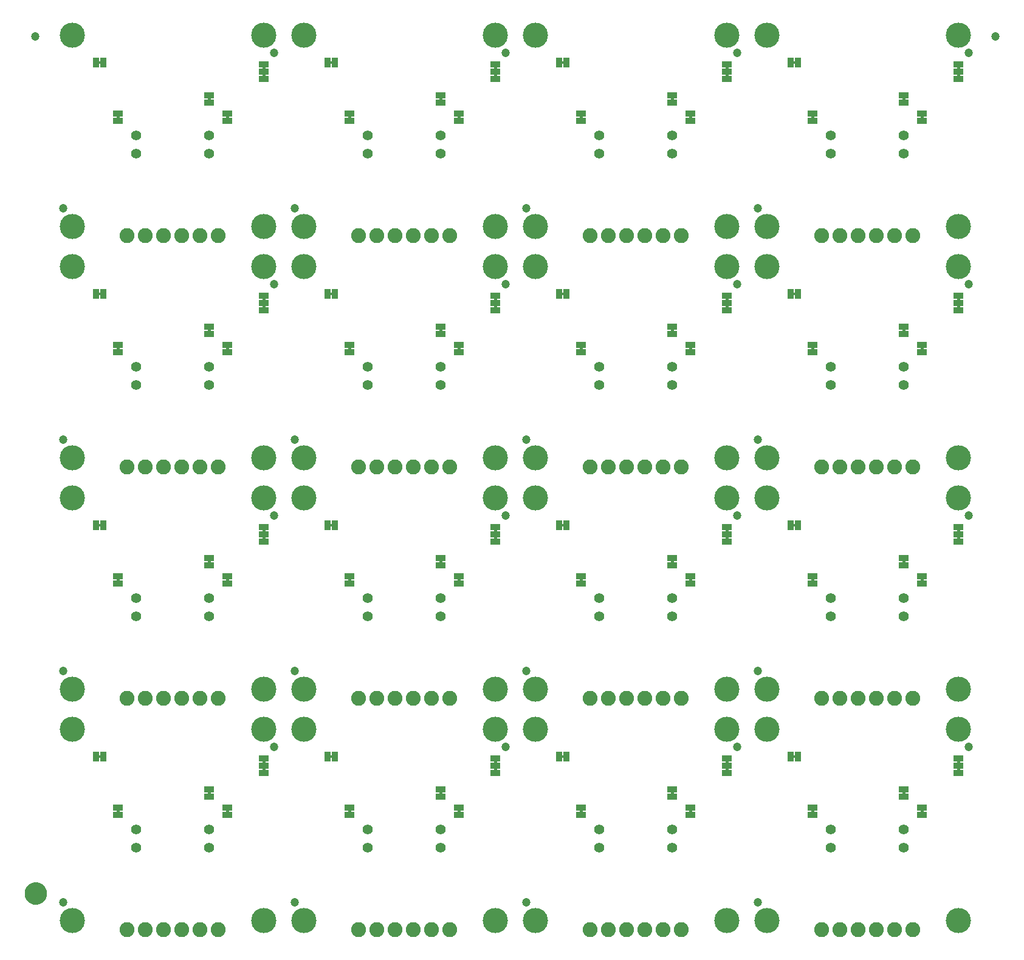
<source format=gbs>
G04 EAGLE Gerber RS-274X export*
G75*
%MOMM*%
%FSLAX34Y34*%
%LPD*%
%INSoldermask Bottom*%
%IPPOS*%
%AMOC8*
5,1,8,0,0,1.08239X$1,22.5*%
G01*
%ADD10R,0.863600X1.473200*%
%ADD11C,1.203200*%
%ADD12C,3.505200*%
%ADD13R,1.473200X0.863600*%
%ADD14C,1.422400*%
%ADD15C,2.082800*%
%ADD16C,1.270000*%
%ADD17C,1.703200*%

G36*
X862395Y1168412D02*
X862395Y1168412D01*
X862461Y1168414D01*
X862504Y1168432D01*
X862551Y1168440D01*
X862608Y1168474D01*
X862668Y1168499D01*
X862703Y1168530D01*
X862744Y1168555D01*
X862786Y1168606D01*
X862834Y1168650D01*
X862856Y1168692D01*
X862885Y1168729D01*
X862906Y1168791D01*
X862937Y1168850D01*
X862945Y1168904D01*
X862957Y1168941D01*
X862956Y1168981D01*
X862964Y1169035D01*
X862964Y1172845D01*
X862953Y1172910D01*
X862951Y1172976D01*
X862933Y1173019D01*
X862925Y1173066D01*
X862891Y1173123D01*
X862866Y1173183D01*
X862835Y1173218D01*
X862810Y1173259D01*
X862759Y1173301D01*
X862715Y1173349D01*
X862673Y1173371D01*
X862636Y1173400D01*
X862574Y1173421D01*
X862515Y1173452D01*
X862461Y1173460D01*
X862424Y1173472D01*
X862384Y1173471D01*
X862330Y1173479D01*
X859790Y1173479D01*
X859725Y1173468D01*
X859659Y1173466D01*
X859616Y1173448D01*
X859569Y1173440D01*
X859512Y1173406D01*
X859452Y1173381D01*
X859417Y1173350D01*
X859376Y1173325D01*
X859335Y1173274D01*
X859286Y1173230D01*
X859264Y1173188D01*
X859235Y1173151D01*
X859214Y1173089D01*
X859183Y1173030D01*
X859175Y1172976D01*
X859163Y1172939D01*
X859163Y1172935D01*
X859163Y1172934D01*
X859164Y1172899D01*
X859156Y1172845D01*
X859156Y1169035D01*
X859167Y1168970D01*
X859169Y1168904D01*
X859187Y1168861D01*
X859195Y1168814D01*
X859229Y1168757D01*
X859254Y1168697D01*
X859285Y1168662D01*
X859310Y1168621D01*
X859361Y1168580D01*
X859405Y1168531D01*
X859447Y1168509D01*
X859484Y1168480D01*
X859546Y1168459D01*
X859605Y1168428D01*
X859659Y1168420D01*
X859696Y1168408D01*
X859736Y1168409D01*
X859790Y1168401D01*
X862330Y1168401D01*
X862395Y1168412D01*
G37*
G36*
X1210375Y175272D02*
X1210375Y175272D01*
X1210441Y175274D01*
X1210484Y175292D01*
X1210531Y175300D01*
X1210588Y175334D01*
X1210648Y175359D01*
X1210683Y175390D01*
X1210724Y175415D01*
X1210766Y175466D01*
X1210814Y175510D01*
X1210836Y175552D01*
X1210865Y175589D01*
X1210886Y175651D01*
X1210917Y175710D01*
X1210925Y175764D01*
X1210937Y175801D01*
X1210936Y175841D01*
X1210944Y175895D01*
X1210944Y179705D01*
X1210933Y179770D01*
X1210931Y179836D01*
X1210913Y179879D01*
X1210905Y179926D01*
X1210871Y179983D01*
X1210846Y180043D01*
X1210815Y180078D01*
X1210790Y180119D01*
X1210739Y180161D01*
X1210695Y180209D01*
X1210653Y180231D01*
X1210616Y180260D01*
X1210554Y180281D01*
X1210495Y180312D01*
X1210441Y180320D01*
X1210404Y180332D01*
X1210364Y180331D01*
X1210310Y180339D01*
X1207770Y180339D01*
X1207705Y180328D01*
X1207639Y180326D01*
X1207596Y180308D01*
X1207549Y180300D01*
X1207492Y180266D01*
X1207432Y180241D01*
X1207397Y180210D01*
X1207356Y180185D01*
X1207315Y180134D01*
X1207266Y180090D01*
X1207244Y180048D01*
X1207215Y180011D01*
X1207194Y179949D01*
X1207163Y179890D01*
X1207155Y179836D01*
X1207143Y179799D01*
X1207143Y179795D01*
X1207143Y179794D01*
X1207144Y179759D01*
X1207136Y179705D01*
X1207136Y175895D01*
X1207147Y175830D01*
X1207149Y175764D01*
X1207167Y175721D01*
X1207175Y175674D01*
X1207209Y175617D01*
X1207234Y175557D01*
X1207265Y175522D01*
X1207290Y175481D01*
X1207341Y175440D01*
X1207385Y175391D01*
X1207427Y175369D01*
X1207464Y175340D01*
X1207526Y175319D01*
X1207585Y175288D01*
X1207639Y175280D01*
X1207676Y175268D01*
X1207716Y175269D01*
X1207770Y175261D01*
X1210310Y175261D01*
X1210375Y175272D01*
G37*
G36*
X565215Y175272D02*
X565215Y175272D01*
X565281Y175274D01*
X565324Y175292D01*
X565371Y175300D01*
X565428Y175334D01*
X565488Y175359D01*
X565523Y175390D01*
X565564Y175415D01*
X565606Y175466D01*
X565654Y175510D01*
X565676Y175552D01*
X565705Y175589D01*
X565726Y175651D01*
X565757Y175710D01*
X565765Y175764D01*
X565777Y175801D01*
X565776Y175841D01*
X565784Y175895D01*
X565784Y179705D01*
X565773Y179770D01*
X565771Y179836D01*
X565753Y179879D01*
X565745Y179926D01*
X565711Y179983D01*
X565686Y180043D01*
X565655Y180078D01*
X565630Y180119D01*
X565579Y180161D01*
X565535Y180209D01*
X565493Y180231D01*
X565456Y180260D01*
X565394Y180281D01*
X565335Y180312D01*
X565281Y180320D01*
X565244Y180332D01*
X565204Y180331D01*
X565150Y180339D01*
X562610Y180339D01*
X562545Y180328D01*
X562479Y180326D01*
X562436Y180308D01*
X562389Y180300D01*
X562332Y180266D01*
X562272Y180241D01*
X562237Y180210D01*
X562196Y180185D01*
X562155Y180134D01*
X562106Y180090D01*
X562084Y180048D01*
X562055Y180011D01*
X562034Y179949D01*
X562003Y179890D01*
X561995Y179836D01*
X561983Y179799D01*
X561983Y179795D01*
X561983Y179794D01*
X561984Y179759D01*
X561976Y179705D01*
X561976Y175895D01*
X561987Y175830D01*
X561989Y175764D01*
X562007Y175721D01*
X562015Y175674D01*
X562049Y175617D01*
X562074Y175557D01*
X562105Y175522D01*
X562130Y175481D01*
X562181Y175440D01*
X562225Y175391D01*
X562267Y175369D01*
X562304Y175340D01*
X562366Y175319D01*
X562425Y175288D01*
X562479Y175280D01*
X562516Y175268D01*
X562556Y175269D01*
X562610Y175261D01*
X565150Y175261D01*
X565215Y175272D01*
G37*
G36*
X1057975Y175272D02*
X1057975Y175272D01*
X1058041Y175274D01*
X1058084Y175292D01*
X1058131Y175300D01*
X1058188Y175334D01*
X1058248Y175359D01*
X1058283Y175390D01*
X1058324Y175415D01*
X1058366Y175466D01*
X1058414Y175510D01*
X1058436Y175552D01*
X1058465Y175589D01*
X1058486Y175651D01*
X1058517Y175710D01*
X1058525Y175764D01*
X1058537Y175801D01*
X1058536Y175841D01*
X1058544Y175895D01*
X1058544Y179705D01*
X1058533Y179770D01*
X1058531Y179836D01*
X1058513Y179879D01*
X1058505Y179926D01*
X1058471Y179983D01*
X1058446Y180043D01*
X1058415Y180078D01*
X1058390Y180119D01*
X1058339Y180161D01*
X1058295Y180209D01*
X1058253Y180231D01*
X1058216Y180260D01*
X1058154Y180281D01*
X1058095Y180312D01*
X1058041Y180320D01*
X1058004Y180332D01*
X1057964Y180331D01*
X1057910Y180339D01*
X1055370Y180339D01*
X1055305Y180328D01*
X1055239Y180326D01*
X1055196Y180308D01*
X1055149Y180300D01*
X1055092Y180266D01*
X1055032Y180241D01*
X1054997Y180210D01*
X1054956Y180185D01*
X1054915Y180134D01*
X1054866Y180090D01*
X1054844Y180048D01*
X1054815Y180011D01*
X1054794Y179949D01*
X1054763Y179890D01*
X1054755Y179836D01*
X1054743Y179799D01*
X1054743Y179795D01*
X1054743Y179794D01*
X1054744Y179759D01*
X1054736Y179705D01*
X1054736Y175895D01*
X1054747Y175830D01*
X1054749Y175764D01*
X1054767Y175721D01*
X1054775Y175674D01*
X1054809Y175617D01*
X1054834Y175557D01*
X1054865Y175522D01*
X1054890Y175481D01*
X1054941Y175440D01*
X1054985Y175391D01*
X1055027Y175369D01*
X1055064Y175340D01*
X1055126Y175319D01*
X1055185Y175288D01*
X1055239Y175280D01*
X1055276Y175268D01*
X1055316Y175269D01*
X1055370Y175261D01*
X1057910Y175261D01*
X1057975Y175272D01*
G37*
G36*
X1261175Y1211592D02*
X1261175Y1211592D01*
X1261241Y1211594D01*
X1261284Y1211612D01*
X1261331Y1211620D01*
X1261388Y1211654D01*
X1261448Y1211679D01*
X1261483Y1211710D01*
X1261524Y1211735D01*
X1261566Y1211786D01*
X1261614Y1211830D01*
X1261636Y1211872D01*
X1261665Y1211909D01*
X1261686Y1211971D01*
X1261717Y1212030D01*
X1261725Y1212084D01*
X1261737Y1212121D01*
X1261736Y1212161D01*
X1261744Y1212215D01*
X1261744Y1216025D01*
X1261733Y1216090D01*
X1261731Y1216156D01*
X1261713Y1216199D01*
X1261705Y1216246D01*
X1261671Y1216303D01*
X1261646Y1216363D01*
X1261615Y1216398D01*
X1261590Y1216439D01*
X1261539Y1216481D01*
X1261495Y1216529D01*
X1261453Y1216551D01*
X1261416Y1216580D01*
X1261354Y1216601D01*
X1261295Y1216632D01*
X1261241Y1216640D01*
X1261204Y1216652D01*
X1261164Y1216651D01*
X1261110Y1216659D01*
X1258570Y1216659D01*
X1258505Y1216648D01*
X1258439Y1216646D01*
X1258396Y1216628D01*
X1258349Y1216620D01*
X1258292Y1216586D01*
X1258232Y1216561D01*
X1258197Y1216530D01*
X1258156Y1216505D01*
X1258115Y1216454D01*
X1258066Y1216410D01*
X1258044Y1216368D01*
X1258015Y1216331D01*
X1257994Y1216269D01*
X1257963Y1216210D01*
X1257955Y1216156D01*
X1257943Y1216119D01*
X1257943Y1216115D01*
X1257943Y1216114D01*
X1257944Y1216079D01*
X1257936Y1216025D01*
X1257936Y1212215D01*
X1257947Y1212150D01*
X1257949Y1212084D01*
X1257967Y1212041D01*
X1257975Y1211994D01*
X1258009Y1211937D01*
X1258034Y1211877D01*
X1258065Y1211842D01*
X1258090Y1211801D01*
X1258141Y1211760D01*
X1258185Y1211711D01*
X1258227Y1211689D01*
X1258264Y1211660D01*
X1258326Y1211639D01*
X1258385Y1211608D01*
X1258439Y1211600D01*
X1258476Y1211588D01*
X1258516Y1211589D01*
X1258570Y1211581D01*
X1261110Y1211581D01*
X1261175Y1211592D01*
G37*
G36*
X938595Y1211592D02*
X938595Y1211592D01*
X938661Y1211594D01*
X938704Y1211612D01*
X938751Y1211620D01*
X938808Y1211654D01*
X938868Y1211679D01*
X938903Y1211710D01*
X938944Y1211735D01*
X938986Y1211786D01*
X939034Y1211830D01*
X939056Y1211872D01*
X939085Y1211909D01*
X939106Y1211971D01*
X939137Y1212030D01*
X939145Y1212084D01*
X939157Y1212121D01*
X939156Y1212161D01*
X939164Y1212215D01*
X939164Y1216025D01*
X939153Y1216090D01*
X939151Y1216156D01*
X939133Y1216199D01*
X939125Y1216246D01*
X939091Y1216303D01*
X939066Y1216363D01*
X939035Y1216398D01*
X939010Y1216439D01*
X938959Y1216481D01*
X938915Y1216529D01*
X938873Y1216551D01*
X938836Y1216580D01*
X938774Y1216601D01*
X938715Y1216632D01*
X938661Y1216640D01*
X938624Y1216652D01*
X938584Y1216651D01*
X938530Y1216659D01*
X935990Y1216659D01*
X935925Y1216648D01*
X935859Y1216646D01*
X935816Y1216628D01*
X935769Y1216620D01*
X935712Y1216586D01*
X935652Y1216561D01*
X935617Y1216530D01*
X935576Y1216505D01*
X935535Y1216454D01*
X935486Y1216410D01*
X935464Y1216368D01*
X935435Y1216331D01*
X935414Y1216269D01*
X935383Y1216210D01*
X935375Y1216156D01*
X935363Y1216119D01*
X935363Y1216115D01*
X935363Y1216114D01*
X935364Y1216079D01*
X935356Y1216025D01*
X935356Y1212215D01*
X935367Y1212150D01*
X935369Y1212084D01*
X935387Y1212041D01*
X935395Y1211994D01*
X935429Y1211937D01*
X935454Y1211877D01*
X935485Y1211842D01*
X935510Y1211801D01*
X935561Y1211760D01*
X935605Y1211711D01*
X935647Y1211689D01*
X935684Y1211660D01*
X935746Y1211639D01*
X935805Y1211608D01*
X935859Y1211600D01*
X935896Y1211588D01*
X935936Y1211589D01*
X935990Y1211581D01*
X938530Y1211581D01*
X938595Y1211592D01*
G37*
G36*
X293435Y1211592D02*
X293435Y1211592D01*
X293501Y1211594D01*
X293544Y1211612D01*
X293591Y1211620D01*
X293648Y1211654D01*
X293708Y1211679D01*
X293743Y1211710D01*
X293784Y1211735D01*
X293826Y1211786D01*
X293874Y1211830D01*
X293896Y1211872D01*
X293925Y1211909D01*
X293946Y1211971D01*
X293977Y1212030D01*
X293985Y1212084D01*
X293997Y1212121D01*
X293996Y1212161D01*
X294004Y1212215D01*
X294004Y1216025D01*
X293993Y1216090D01*
X293991Y1216156D01*
X293973Y1216199D01*
X293965Y1216246D01*
X293931Y1216303D01*
X293906Y1216363D01*
X293875Y1216398D01*
X293850Y1216439D01*
X293799Y1216481D01*
X293755Y1216529D01*
X293713Y1216551D01*
X293676Y1216580D01*
X293614Y1216601D01*
X293555Y1216632D01*
X293501Y1216640D01*
X293464Y1216652D01*
X293424Y1216651D01*
X293370Y1216659D01*
X290830Y1216659D01*
X290765Y1216648D01*
X290699Y1216646D01*
X290656Y1216628D01*
X290609Y1216620D01*
X290552Y1216586D01*
X290492Y1216561D01*
X290457Y1216530D01*
X290416Y1216505D01*
X290375Y1216454D01*
X290326Y1216410D01*
X290304Y1216368D01*
X290275Y1216331D01*
X290254Y1216269D01*
X290223Y1216210D01*
X290215Y1216156D01*
X290203Y1216119D01*
X290203Y1216115D01*
X290203Y1216114D01*
X290204Y1216079D01*
X290196Y1216025D01*
X290196Y1212215D01*
X290207Y1212150D01*
X290209Y1212084D01*
X290227Y1212041D01*
X290235Y1211994D01*
X290269Y1211937D01*
X290294Y1211877D01*
X290325Y1211842D01*
X290350Y1211801D01*
X290401Y1211760D01*
X290445Y1211711D01*
X290487Y1211689D01*
X290524Y1211660D01*
X290586Y1211639D01*
X290645Y1211608D01*
X290699Y1211600D01*
X290736Y1211588D01*
X290776Y1211589D01*
X290830Y1211581D01*
X293370Y1211581D01*
X293435Y1211592D01*
G37*
G36*
X616015Y1211592D02*
X616015Y1211592D01*
X616081Y1211594D01*
X616124Y1211612D01*
X616171Y1211620D01*
X616228Y1211654D01*
X616288Y1211679D01*
X616323Y1211710D01*
X616364Y1211735D01*
X616406Y1211786D01*
X616454Y1211830D01*
X616476Y1211872D01*
X616505Y1211909D01*
X616526Y1211971D01*
X616557Y1212030D01*
X616565Y1212084D01*
X616577Y1212121D01*
X616576Y1212161D01*
X616584Y1212215D01*
X616584Y1216025D01*
X616573Y1216090D01*
X616571Y1216156D01*
X616553Y1216199D01*
X616545Y1216246D01*
X616511Y1216303D01*
X616486Y1216363D01*
X616455Y1216398D01*
X616430Y1216439D01*
X616379Y1216481D01*
X616335Y1216529D01*
X616293Y1216551D01*
X616256Y1216580D01*
X616194Y1216601D01*
X616135Y1216632D01*
X616081Y1216640D01*
X616044Y1216652D01*
X616004Y1216651D01*
X615950Y1216659D01*
X613410Y1216659D01*
X613345Y1216648D01*
X613279Y1216646D01*
X613236Y1216628D01*
X613189Y1216620D01*
X613132Y1216586D01*
X613072Y1216561D01*
X613037Y1216530D01*
X612996Y1216505D01*
X612955Y1216454D01*
X612906Y1216410D01*
X612884Y1216368D01*
X612855Y1216331D01*
X612834Y1216269D01*
X612803Y1216210D01*
X612795Y1216156D01*
X612783Y1216119D01*
X612783Y1216115D01*
X612783Y1216114D01*
X612784Y1216079D01*
X612776Y1216025D01*
X612776Y1212215D01*
X612787Y1212150D01*
X612789Y1212084D01*
X612807Y1212041D01*
X612815Y1211994D01*
X612849Y1211937D01*
X612874Y1211877D01*
X612905Y1211842D01*
X612930Y1211801D01*
X612981Y1211760D01*
X613025Y1211711D01*
X613067Y1211689D01*
X613104Y1211660D01*
X613166Y1211639D01*
X613225Y1211608D01*
X613279Y1211600D01*
X613316Y1211588D01*
X613356Y1211589D01*
X613410Y1211581D01*
X615950Y1211581D01*
X616015Y1211592D01*
G37*
G36*
X1261175Y1201432D02*
X1261175Y1201432D01*
X1261241Y1201434D01*
X1261284Y1201452D01*
X1261331Y1201460D01*
X1261388Y1201494D01*
X1261448Y1201519D01*
X1261483Y1201550D01*
X1261524Y1201575D01*
X1261566Y1201626D01*
X1261614Y1201670D01*
X1261636Y1201712D01*
X1261665Y1201749D01*
X1261686Y1201811D01*
X1261717Y1201870D01*
X1261725Y1201924D01*
X1261737Y1201961D01*
X1261736Y1202001D01*
X1261744Y1202055D01*
X1261744Y1205865D01*
X1261733Y1205930D01*
X1261731Y1205996D01*
X1261713Y1206039D01*
X1261705Y1206086D01*
X1261671Y1206143D01*
X1261646Y1206203D01*
X1261615Y1206238D01*
X1261590Y1206279D01*
X1261539Y1206321D01*
X1261495Y1206369D01*
X1261453Y1206391D01*
X1261416Y1206420D01*
X1261354Y1206441D01*
X1261295Y1206472D01*
X1261241Y1206480D01*
X1261204Y1206492D01*
X1261164Y1206491D01*
X1261110Y1206499D01*
X1258570Y1206499D01*
X1258505Y1206488D01*
X1258439Y1206486D01*
X1258396Y1206468D01*
X1258349Y1206460D01*
X1258292Y1206426D01*
X1258232Y1206401D01*
X1258197Y1206370D01*
X1258156Y1206345D01*
X1258115Y1206294D01*
X1258066Y1206250D01*
X1258044Y1206208D01*
X1258015Y1206171D01*
X1257994Y1206109D01*
X1257963Y1206050D01*
X1257955Y1205996D01*
X1257943Y1205959D01*
X1257943Y1205955D01*
X1257943Y1205954D01*
X1257944Y1205919D01*
X1257936Y1205865D01*
X1257936Y1202055D01*
X1257947Y1201990D01*
X1257949Y1201924D01*
X1257967Y1201881D01*
X1257975Y1201834D01*
X1258009Y1201777D01*
X1258034Y1201717D01*
X1258065Y1201682D01*
X1258090Y1201641D01*
X1258141Y1201600D01*
X1258185Y1201551D01*
X1258227Y1201529D01*
X1258264Y1201500D01*
X1258326Y1201479D01*
X1258385Y1201448D01*
X1258439Y1201440D01*
X1258476Y1201428D01*
X1258516Y1201429D01*
X1258570Y1201421D01*
X1261110Y1201421D01*
X1261175Y1201432D01*
G37*
G36*
X938595Y1201432D02*
X938595Y1201432D01*
X938661Y1201434D01*
X938704Y1201452D01*
X938751Y1201460D01*
X938808Y1201494D01*
X938868Y1201519D01*
X938903Y1201550D01*
X938944Y1201575D01*
X938986Y1201626D01*
X939034Y1201670D01*
X939056Y1201712D01*
X939085Y1201749D01*
X939106Y1201811D01*
X939137Y1201870D01*
X939145Y1201924D01*
X939157Y1201961D01*
X939156Y1202001D01*
X939164Y1202055D01*
X939164Y1205865D01*
X939153Y1205930D01*
X939151Y1205996D01*
X939133Y1206039D01*
X939125Y1206086D01*
X939091Y1206143D01*
X939066Y1206203D01*
X939035Y1206238D01*
X939010Y1206279D01*
X938959Y1206321D01*
X938915Y1206369D01*
X938873Y1206391D01*
X938836Y1206420D01*
X938774Y1206441D01*
X938715Y1206472D01*
X938661Y1206480D01*
X938624Y1206492D01*
X938584Y1206491D01*
X938530Y1206499D01*
X935990Y1206499D01*
X935925Y1206488D01*
X935859Y1206486D01*
X935816Y1206468D01*
X935769Y1206460D01*
X935712Y1206426D01*
X935652Y1206401D01*
X935617Y1206370D01*
X935576Y1206345D01*
X935535Y1206294D01*
X935486Y1206250D01*
X935464Y1206208D01*
X935435Y1206171D01*
X935414Y1206109D01*
X935383Y1206050D01*
X935375Y1205996D01*
X935363Y1205959D01*
X935363Y1205955D01*
X935363Y1205954D01*
X935364Y1205919D01*
X935356Y1205865D01*
X935356Y1202055D01*
X935367Y1201990D01*
X935369Y1201924D01*
X935387Y1201881D01*
X935395Y1201834D01*
X935429Y1201777D01*
X935454Y1201717D01*
X935485Y1201682D01*
X935510Y1201641D01*
X935561Y1201600D01*
X935605Y1201551D01*
X935647Y1201529D01*
X935684Y1201500D01*
X935746Y1201479D01*
X935805Y1201448D01*
X935859Y1201440D01*
X935896Y1201428D01*
X935936Y1201429D01*
X935990Y1201421D01*
X938530Y1201421D01*
X938595Y1201432D01*
G37*
G36*
X616015Y1201432D02*
X616015Y1201432D01*
X616081Y1201434D01*
X616124Y1201452D01*
X616171Y1201460D01*
X616228Y1201494D01*
X616288Y1201519D01*
X616323Y1201550D01*
X616364Y1201575D01*
X616406Y1201626D01*
X616454Y1201670D01*
X616476Y1201712D01*
X616505Y1201749D01*
X616526Y1201811D01*
X616557Y1201870D01*
X616565Y1201924D01*
X616577Y1201961D01*
X616576Y1202001D01*
X616584Y1202055D01*
X616584Y1205865D01*
X616573Y1205930D01*
X616571Y1205996D01*
X616553Y1206039D01*
X616545Y1206086D01*
X616511Y1206143D01*
X616486Y1206203D01*
X616455Y1206238D01*
X616430Y1206279D01*
X616379Y1206321D01*
X616335Y1206369D01*
X616293Y1206391D01*
X616256Y1206420D01*
X616194Y1206441D01*
X616135Y1206472D01*
X616081Y1206480D01*
X616044Y1206492D01*
X616004Y1206491D01*
X615950Y1206499D01*
X613410Y1206499D01*
X613345Y1206488D01*
X613279Y1206486D01*
X613236Y1206468D01*
X613189Y1206460D01*
X613132Y1206426D01*
X613072Y1206401D01*
X613037Y1206370D01*
X612996Y1206345D01*
X612955Y1206294D01*
X612906Y1206250D01*
X612884Y1206208D01*
X612855Y1206171D01*
X612834Y1206109D01*
X612803Y1206050D01*
X612795Y1205996D01*
X612783Y1205959D01*
X612783Y1205955D01*
X612783Y1205954D01*
X612784Y1205919D01*
X612776Y1205865D01*
X612776Y1202055D01*
X612787Y1201990D01*
X612789Y1201924D01*
X612807Y1201881D01*
X612815Y1201834D01*
X612849Y1201777D01*
X612874Y1201717D01*
X612905Y1201682D01*
X612930Y1201641D01*
X612981Y1201600D01*
X613025Y1201551D01*
X613067Y1201529D01*
X613104Y1201500D01*
X613166Y1201479D01*
X613225Y1201448D01*
X613279Y1201440D01*
X613316Y1201428D01*
X613356Y1201429D01*
X613410Y1201421D01*
X615950Y1201421D01*
X616015Y1201432D01*
G37*
G36*
X293435Y1201432D02*
X293435Y1201432D01*
X293501Y1201434D01*
X293544Y1201452D01*
X293591Y1201460D01*
X293648Y1201494D01*
X293708Y1201519D01*
X293743Y1201550D01*
X293784Y1201575D01*
X293826Y1201626D01*
X293874Y1201670D01*
X293896Y1201712D01*
X293925Y1201749D01*
X293946Y1201811D01*
X293977Y1201870D01*
X293985Y1201924D01*
X293997Y1201961D01*
X293996Y1202001D01*
X294004Y1202055D01*
X294004Y1205865D01*
X293993Y1205930D01*
X293991Y1205996D01*
X293973Y1206039D01*
X293965Y1206086D01*
X293931Y1206143D01*
X293906Y1206203D01*
X293875Y1206238D01*
X293850Y1206279D01*
X293799Y1206321D01*
X293755Y1206369D01*
X293713Y1206391D01*
X293676Y1206420D01*
X293614Y1206441D01*
X293555Y1206472D01*
X293501Y1206480D01*
X293464Y1206492D01*
X293424Y1206491D01*
X293370Y1206499D01*
X290830Y1206499D01*
X290765Y1206488D01*
X290699Y1206486D01*
X290656Y1206468D01*
X290609Y1206460D01*
X290552Y1206426D01*
X290492Y1206401D01*
X290457Y1206370D01*
X290416Y1206345D01*
X290375Y1206294D01*
X290326Y1206250D01*
X290304Y1206208D01*
X290275Y1206171D01*
X290254Y1206109D01*
X290223Y1206050D01*
X290215Y1205996D01*
X290203Y1205959D01*
X290203Y1205955D01*
X290203Y1205954D01*
X290204Y1205919D01*
X290196Y1205865D01*
X290196Y1202055D01*
X290207Y1201990D01*
X290209Y1201924D01*
X290227Y1201881D01*
X290235Y1201834D01*
X290269Y1201777D01*
X290294Y1201717D01*
X290325Y1201682D01*
X290350Y1201641D01*
X290401Y1201600D01*
X290445Y1201551D01*
X290487Y1201529D01*
X290524Y1201500D01*
X290586Y1201479D01*
X290645Y1201448D01*
X290699Y1201440D01*
X290736Y1201428D01*
X290776Y1201429D01*
X290830Y1201421D01*
X293370Y1201421D01*
X293435Y1201432D01*
G37*
G36*
X1184975Y523252D02*
X1184975Y523252D01*
X1185041Y523254D01*
X1185084Y523272D01*
X1185131Y523280D01*
X1185188Y523314D01*
X1185248Y523339D01*
X1185283Y523370D01*
X1185324Y523395D01*
X1185366Y523446D01*
X1185414Y523490D01*
X1185436Y523532D01*
X1185465Y523569D01*
X1185486Y523631D01*
X1185517Y523690D01*
X1185525Y523744D01*
X1185537Y523781D01*
X1185536Y523821D01*
X1185544Y523875D01*
X1185544Y527685D01*
X1185533Y527750D01*
X1185531Y527816D01*
X1185513Y527859D01*
X1185505Y527906D01*
X1185471Y527963D01*
X1185446Y528023D01*
X1185415Y528058D01*
X1185390Y528099D01*
X1185339Y528141D01*
X1185295Y528189D01*
X1185253Y528211D01*
X1185216Y528240D01*
X1185154Y528261D01*
X1185095Y528292D01*
X1185041Y528300D01*
X1185004Y528312D01*
X1184964Y528311D01*
X1184910Y528319D01*
X1182370Y528319D01*
X1182305Y528308D01*
X1182239Y528306D01*
X1182196Y528288D01*
X1182149Y528280D01*
X1182092Y528246D01*
X1182032Y528221D01*
X1181997Y528190D01*
X1181956Y528165D01*
X1181915Y528114D01*
X1181866Y528070D01*
X1181844Y528028D01*
X1181815Y527991D01*
X1181794Y527929D01*
X1181763Y527870D01*
X1181755Y527816D01*
X1181743Y527779D01*
X1181743Y527775D01*
X1181743Y527774D01*
X1181744Y527739D01*
X1181736Y527685D01*
X1181736Y523875D01*
X1181747Y523810D01*
X1181749Y523744D01*
X1181767Y523701D01*
X1181775Y523654D01*
X1181809Y523597D01*
X1181834Y523537D01*
X1181865Y523502D01*
X1181890Y523461D01*
X1181941Y523420D01*
X1181985Y523371D01*
X1182027Y523349D01*
X1182064Y523320D01*
X1182126Y523299D01*
X1182185Y523268D01*
X1182239Y523260D01*
X1182276Y523248D01*
X1182316Y523249D01*
X1182370Y523241D01*
X1184910Y523241D01*
X1184975Y523252D01*
G37*
G36*
X539815Y1168412D02*
X539815Y1168412D01*
X539881Y1168414D01*
X539924Y1168432D01*
X539971Y1168440D01*
X540028Y1168474D01*
X540088Y1168499D01*
X540123Y1168530D01*
X540164Y1168555D01*
X540206Y1168606D01*
X540254Y1168650D01*
X540276Y1168692D01*
X540305Y1168729D01*
X540326Y1168791D01*
X540357Y1168850D01*
X540365Y1168904D01*
X540377Y1168941D01*
X540376Y1168981D01*
X540384Y1169035D01*
X540384Y1172845D01*
X540373Y1172910D01*
X540371Y1172976D01*
X540353Y1173019D01*
X540345Y1173066D01*
X540311Y1173123D01*
X540286Y1173183D01*
X540255Y1173218D01*
X540230Y1173259D01*
X540179Y1173301D01*
X540135Y1173349D01*
X540093Y1173371D01*
X540056Y1173400D01*
X539994Y1173421D01*
X539935Y1173452D01*
X539881Y1173460D01*
X539844Y1173472D01*
X539804Y1173471D01*
X539750Y1173479D01*
X537210Y1173479D01*
X537145Y1173468D01*
X537079Y1173466D01*
X537036Y1173448D01*
X536989Y1173440D01*
X536932Y1173406D01*
X536872Y1173381D01*
X536837Y1173350D01*
X536796Y1173325D01*
X536755Y1173274D01*
X536706Y1173230D01*
X536684Y1173188D01*
X536655Y1173151D01*
X536634Y1173089D01*
X536603Y1173030D01*
X536595Y1172976D01*
X536583Y1172939D01*
X536583Y1172935D01*
X536583Y1172934D01*
X536584Y1172899D01*
X536576Y1172845D01*
X536576Y1169035D01*
X536587Y1168970D01*
X536589Y1168904D01*
X536607Y1168861D01*
X536615Y1168814D01*
X536649Y1168757D01*
X536674Y1168697D01*
X536705Y1168662D01*
X536730Y1168621D01*
X536781Y1168580D01*
X536825Y1168531D01*
X536867Y1168509D01*
X536904Y1168480D01*
X536966Y1168459D01*
X537025Y1168428D01*
X537079Y1168420D01*
X537116Y1168408D01*
X537156Y1168409D01*
X537210Y1168401D01*
X539750Y1168401D01*
X539815Y1168412D01*
G37*
G36*
X217235Y1168412D02*
X217235Y1168412D01*
X217301Y1168414D01*
X217344Y1168432D01*
X217391Y1168440D01*
X217448Y1168474D01*
X217508Y1168499D01*
X217543Y1168530D01*
X217584Y1168555D01*
X217626Y1168606D01*
X217674Y1168650D01*
X217696Y1168692D01*
X217725Y1168729D01*
X217746Y1168791D01*
X217777Y1168850D01*
X217785Y1168904D01*
X217797Y1168941D01*
X217796Y1168981D01*
X217804Y1169035D01*
X217804Y1172845D01*
X217793Y1172910D01*
X217791Y1172976D01*
X217773Y1173019D01*
X217765Y1173066D01*
X217731Y1173123D01*
X217706Y1173183D01*
X217675Y1173218D01*
X217650Y1173259D01*
X217599Y1173301D01*
X217555Y1173349D01*
X217513Y1173371D01*
X217476Y1173400D01*
X217414Y1173421D01*
X217355Y1173452D01*
X217301Y1173460D01*
X217264Y1173472D01*
X217224Y1173471D01*
X217170Y1173479D01*
X214630Y1173479D01*
X214565Y1173468D01*
X214499Y1173466D01*
X214456Y1173448D01*
X214409Y1173440D01*
X214352Y1173406D01*
X214292Y1173381D01*
X214257Y1173350D01*
X214216Y1173325D01*
X214175Y1173274D01*
X214126Y1173230D01*
X214104Y1173188D01*
X214075Y1173151D01*
X214054Y1173089D01*
X214023Y1173030D01*
X214015Y1172976D01*
X214003Y1172939D01*
X214003Y1172935D01*
X214003Y1172934D01*
X214004Y1172899D01*
X213996Y1172845D01*
X213996Y1169035D01*
X214007Y1168970D01*
X214009Y1168904D01*
X214027Y1168861D01*
X214035Y1168814D01*
X214069Y1168757D01*
X214094Y1168697D01*
X214125Y1168662D01*
X214150Y1168621D01*
X214201Y1168580D01*
X214245Y1168531D01*
X214287Y1168509D01*
X214324Y1168480D01*
X214386Y1168459D01*
X214445Y1168428D01*
X214499Y1168420D01*
X214536Y1168408D01*
X214576Y1168409D01*
X214630Y1168401D01*
X217170Y1168401D01*
X217235Y1168412D01*
G37*
G36*
X1184975Y1168412D02*
X1184975Y1168412D01*
X1185041Y1168414D01*
X1185084Y1168432D01*
X1185131Y1168440D01*
X1185188Y1168474D01*
X1185248Y1168499D01*
X1185283Y1168530D01*
X1185324Y1168555D01*
X1185366Y1168606D01*
X1185414Y1168650D01*
X1185436Y1168692D01*
X1185465Y1168729D01*
X1185486Y1168791D01*
X1185517Y1168850D01*
X1185525Y1168904D01*
X1185537Y1168941D01*
X1185536Y1168981D01*
X1185544Y1169035D01*
X1185544Y1172845D01*
X1185533Y1172910D01*
X1185531Y1172976D01*
X1185513Y1173019D01*
X1185505Y1173066D01*
X1185471Y1173123D01*
X1185446Y1173183D01*
X1185415Y1173218D01*
X1185390Y1173259D01*
X1185339Y1173301D01*
X1185295Y1173349D01*
X1185253Y1173371D01*
X1185216Y1173400D01*
X1185154Y1173421D01*
X1185095Y1173452D01*
X1185041Y1173460D01*
X1185004Y1173472D01*
X1184964Y1173471D01*
X1184910Y1173479D01*
X1182370Y1173479D01*
X1182305Y1173468D01*
X1182239Y1173466D01*
X1182196Y1173448D01*
X1182149Y1173440D01*
X1182092Y1173406D01*
X1182032Y1173381D01*
X1181997Y1173350D01*
X1181956Y1173325D01*
X1181915Y1173274D01*
X1181866Y1173230D01*
X1181844Y1173188D01*
X1181815Y1173151D01*
X1181794Y1173089D01*
X1181763Y1173030D01*
X1181755Y1172976D01*
X1181743Y1172939D01*
X1181743Y1172935D01*
X1181743Y1172934D01*
X1181744Y1172899D01*
X1181736Y1172845D01*
X1181736Y1169035D01*
X1181747Y1168970D01*
X1181749Y1168904D01*
X1181767Y1168861D01*
X1181775Y1168814D01*
X1181809Y1168757D01*
X1181834Y1168697D01*
X1181865Y1168662D01*
X1181890Y1168621D01*
X1181941Y1168580D01*
X1181985Y1168531D01*
X1182027Y1168509D01*
X1182064Y1168480D01*
X1182126Y1168459D01*
X1182185Y1168428D01*
X1182239Y1168420D01*
X1182276Y1168408D01*
X1182316Y1168409D01*
X1182370Y1168401D01*
X1184910Y1168401D01*
X1184975Y1168412D01*
G37*
G36*
X1210375Y1143012D02*
X1210375Y1143012D01*
X1210441Y1143014D01*
X1210484Y1143032D01*
X1210531Y1143040D01*
X1210588Y1143074D01*
X1210648Y1143099D01*
X1210683Y1143130D01*
X1210724Y1143155D01*
X1210766Y1143206D01*
X1210814Y1143250D01*
X1210836Y1143292D01*
X1210865Y1143329D01*
X1210886Y1143391D01*
X1210917Y1143450D01*
X1210925Y1143504D01*
X1210937Y1143541D01*
X1210936Y1143581D01*
X1210944Y1143635D01*
X1210944Y1147445D01*
X1210933Y1147510D01*
X1210931Y1147576D01*
X1210913Y1147619D01*
X1210905Y1147666D01*
X1210871Y1147723D01*
X1210846Y1147783D01*
X1210815Y1147818D01*
X1210790Y1147859D01*
X1210739Y1147901D01*
X1210695Y1147949D01*
X1210653Y1147971D01*
X1210616Y1148000D01*
X1210554Y1148021D01*
X1210495Y1148052D01*
X1210441Y1148060D01*
X1210404Y1148072D01*
X1210364Y1148071D01*
X1210310Y1148079D01*
X1207770Y1148079D01*
X1207705Y1148068D01*
X1207639Y1148066D01*
X1207596Y1148048D01*
X1207549Y1148040D01*
X1207492Y1148006D01*
X1207432Y1147981D01*
X1207397Y1147950D01*
X1207356Y1147925D01*
X1207315Y1147874D01*
X1207266Y1147830D01*
X1207244Y1147788D01*
X1207215Y1147751D01*
X1207194Y1147689D01*
X1207163Y1147630D01*
X1207155Y1147576D01*
X1207143Y1147539D01*
X1207143Y1147535D01*
X1207143Y1147534D01*
X1207144Y1147499D01*
X1207136Y1147445D01*
X1207136Y1143635D01*
X1207147Y1143570D01*
X1207149Y1143504D01*
X1207167Y1143461D01*
X1207175Y1143414D01*
X1207209Y1143357D01*
X1207234Y1143297D01*
X1207265Y1143262D01*
X1207290Y1143221D01*
X1207341Y1143180D01*
X1207385Y1143131D01*
X1207427Y1143109D01*
X1207464Y1143080D01*
X1207526Y1143059D01*
X1207585Y1143028D01*
X1207639Y1143020D01*
X1207676Y1143008D01*
X1207716Y1143009D01*
X1207770Y1143001D01*
X1210310Y1143001D01*
X1210375Y1143012D01*
G37*
G36*
X735395Y1143012D02*
X735395Y1143012D01*
X735461Y1143014D01*
X735504Y1143032D01*
X735551Y1143040D01*
X735608Y1143074D01*
X735668Y1143099D01*
X735703Y1143130D01*
X735744Y1143155D01*
X735786Y1143206D01*
X735834Y1143250D01*
X735856Y1143292D01*
X735885Y1143329D01*
X735906Y1143391D01*
X735937Y1143450D01*
X735945Y1143504D01*
X735957Y1143541D01*
X735956Y1143581D01*
X735964Y1143635D01*
X735964Y1147445D01*
X735953Y1147510D01*
X735951Y1147576D01*
X735933Y1147619D01*
X735925Y1147666D01*
X735891Y1147723D01*
X735866Y1147783D01*
X735835Y1147818D01*
X735810Y1147859D01*
X735759Y1147901D01*
X735715Y1147949D01*
X735673Y1147971D01*
X735636Y1148000D01*
X735574Y1148021D01*
X735515Y1148052D01*
X735461Y1148060D01*
X735424Y1148072D01*
X735384Y1148071D01*
X735330Y1148079D01*
X732790Y1148079D01*
X732725Y1148068D01*
X732659Y1148066D01*
X732616Y1148048D01*
X732569Y1148040D01*
X732512Y1148006D01*
X732452Y1147981D01*
X732417Y1147950D01*
X732376Y1147925D01*
X732335Y1147874D01*
X732286Y1147830D01*
X732264Y1147788D01*
X732235Y1147751D01*
X732214Y1147689D01*
X732183Y1147630D01*
X732175Y1147576D01*
X732163Y1147539D01*
X732163Y1147535D01*
X732163Y1147534D01*
X732164Y1147499D01*
X732156Y1147445D01*
X732156Y1143635D01*
X732167Y1143570D01*
X732169Y1143504D01*
X732187Y1143461D01*
X732195Y1143414D01*
X732229Y1143357D01*
X732254Y1143297D01*
X732285Y1143262D01*
X732310Y1143221D01*
X732361Y1143180D01*
X732405Y1143131D01*
X732447Y1143109D01*
X732484Y1143080D01*
X732546Y1143059D01*
X732605Y1143028D01*
X732659Y1143020D01*
X732696Y1143008D01*
X732736Y1143009D01*
X732790Y1143001D01*
X735330Y1143001D01*
X735395Y1143012D01*
G37*
G36*
X565215Y1143012D02*
X565215Y1143012D01*
X565281Y1143014D01*
X565324Y1143032D01*
X565371Y1143040D01*
X565428Y1143074D01*
X565488Y1143099D01*
X565523Y1143130D01*
X565564Y1143155D01*
X565606Y1143206D01*
X565654Y1143250D01*
X565676Y1143292D01*
X565705Y1143329D01*
X565726Y1143391D01*
X565757Y1143450D01*
X565765Y1143504D01*
X565777Y1143541D01*
X565776Y1143581D01*
X565784Y1143635D01*
X565784Y1147445D01*
X565773Y1147510D01*
X565771Y1147576D01*
X565753Y1147619D01*
X565745Y1147666D01*
X565711Y1147723D01*
X565686Y1147783D01*
X565655Y1147818D01*
X565630Y1147859D01*
X565579Y1147901D01*
X565535Y1147949D01*
X565493Y1147971D01*
X565456Y1148000D01*
X565394Y1148021D01*
X565335Y1148052D01*
X565281Y1148060D01*
X565244Y1148072D01*
X565204Y1148071D01*
X565150Y1148079D01*
X562610Y1148079D01*
X562545Y1148068D01*
X562479Y1148066D01*
X562436Y1148048D01*
X562389Y1148040D01*
X562332Y1148006D01*
X562272Y1147981D01*
X562237Y1147950D01*
X562196Y1147925D01*
X562155Y1147874D01*
X562106Y1147830D01*
X562084Y1147788D01*
X562055Y1147751D01*
X562034Y1147689D01*
X562003Y1147630D01*
X561995Y1147576D01*
X561983Y1147539D01*
X561983Y1147535D01*
X561983Y1147534D01*
X561984Y1147499D01*
X561976Y1147445D01*
X561976Y1143635D01*
X561987Y1143570D01*
X561989Y1143504D01*
X562007Y1143461D01*
X562015Y1143414D01*
X562049Y1143357D01*
X562074Y1143297D01*
X562105Y1143262D01*
X562130Y1143221D01*
X562181Y1143180D01*
X562225Y1143131D01*
X562267Y1143109D01*
X562304Y1143080D01*
X562366Y1143059D01*
X562425Y1143028D01*
X562479Y1143020D01*
X562516Y1143008D01*
X562556Y1143009D01*
X562610Y1143001D01*
X565150Y1143001D01*
X565215Y1143012D01*
G37*
G36*
X1057975Y1143012D02*
X1057975Y1143012D01*
X1058041Y1143014D01*
X1058084Y1143032D01*
X1058131Y1143040D01*
X1058188Y1143074D01*
X1058248Y1143099D01*
X1058283Y1143130D01*
X1058324Y1143155D01*
X1058366Y1143206D01*
X1058414Y1143250D01*
X1058436Y1143292D01*
X1058465Y1143329D01*
X1058486Y1143391D01*
X1058517Y1143450D01*
X1058525Y1143504D01*
X1058537Y1143541D01*
X1058536Y1143581D01*
X1058544Y1143635D01*
X1058544Y1147445D01*
X1058533Y1147510D01*
X1058531Y1147576D01*
X1058513Y1147619D01*
X1058505Y1147666D01*
X1058471Y1147723D01*
X1058446Y1147783D01*
X1058415Y1147818D01*
X1058390Y1147859D01*
X1058339Y1147901D01*
X1058295Y1147949D01*
X1058253Y1147971D01*
X1058216Y1148000D01*
X1058154Y1148021D01*
X1058095Y1148052D01*
X1058041Y1148060D01*
X1058004Y1148072D01*
X1057964Y1148071D01*
X1057910Y1148079D01*
X1055370Y1148079D01*
X1055305Y1148068D01*
X1055239Y1148066D01*
X1055196Y1148048D01*
X1055149Y1148040D01*
X1055092Y1148006D01*
X1055032Y1147981D01*
X1054997Y1147950D01*
X1054956Y1147925D01*
X1054915Y1147874D01*
X1054866Y1147830D01*
X1054844Y1147788D01*
X1054815Y1147751D01*
X1054794Y1147689D01*
X1054763Y1147630D01*
X1054755Y1147576D01*
X1054743Y1147539D01*
X1054743Y1147535D01*
X1054743Y1147534D01*
X1054744Y1147499D01*
X1054736Y1147445D01*
X1054736Y1143635D01*
X1054747Y1143570D01*
X1054749Y1143504D01*
X1054767Y1143461D01*
X1054775Y1143414D01*
X1054809Y1143357D01*
X1054834Y1143297D01*
X1054865Y1143262D01*
X1054890Y1143221D01*
X1054941Y1143180D01*
X1054985Y1143131D01*
X1055027Y1143109D01*
X1055064Y1143080D01*
X1055126Y1143059D01*
X1055185Y1143028D01*
X1055239Y1143020D01*
X1055276Y1143008D01*
X1055316Y1143009D01*
X1055370Y1143001D01*
X1057910Y1143001D01*
X1057975Y1143012D01*
G37*
G36*
X412815Y1143012D02*
X412815Y1143012D01*
X412881Y1143014D01*
X412924Y1143032D01*
X412971Y1143040D01*
X413028Y1143074D01*
X413088Y1143099D01*
X413123Y1143130D01*
X413164Y1143155D01*
X413206Y1143206D01*
X413254Y1143250D01*
X413276Y1143292D01*
X413305Y1143329D01*
X413326Y1143391D01*
X413357Y1143450D01*
X413365Y1143504D01*
X413377Y1143541D01*
X413376Y1143581D01*
X413384Y1143635D01*
X413384Y1147445D01*
X413373Y1147510D01*
X413371Y1147576D01*
X413353Y1147619D01*
X413345Y1147666D01*
X413311Y1147723D01*
X413286Y1147783D01*
X413255Y1147818D01*
X413230Y1147859D01*
X413179Y1147901D01*
X413135Y1147949D01*
X413093Y1147971D01*
X413056Y1148000D01*
X412994Y1148021D01*
X412935Y1148052D01*
X412881Y1148060D01*
X412844Y1148072D01*
X412804Y1148071D01*
X412750Y1148079D01*
X410210Y1148079D01*
X410145Y1148068D01*
X410079Y1148066D01*
X410036Y1148048D01*
X409989Y1148040D01*
X409932Y1148006D01*
X409872Y1147981D01*
X409837Y1147950D01*
X409796Y1147925D01*
X409755Y1147874D01*
X409706Y1147830D01*
X409684Y1147788D01*
X409655Y1147751D01*
X409634Y1147689D01*
X409603Y1147630D01*
X409595Y1147576D01*
X409583Y1147539D01*
X409583Y1147535D01*
X409583Y1147534D01*
X409584Y1147499D01*
X409576Y1147445D01*
X409576Y1143635D01*
X409587Y1143570D01*
X409589Y1143504D01*
X409607Y1143461D01*
X409615Y1143414D01*
X409649Y1143357D01*
X409674Y1143297D01*
X409705Y1143262D01*
X409730Y1143221D01*
X409781Y1143180D01*
X409825Y1143131D01*
X409867Y1143109D01*
X409904Y1143080D01*
X409966Y1143059D01*
X410025Y1143028D01*
X410079Y1143020D01*
X410116Y1143008D01*
X410156Y1143009D01*
X410210Y1143001D01*
X412750Y1143001D01*
X412815Y1143012D01*
G37*
G36*
X242635Y1143012D02*
X242635Y1143012D01*
X242701Y1143014D01*
X242744Y1143032D01*
X242791Y1143040D01*
X242848Y1143074D01*
X242908Y1143099D01*
X242943Y1143130D01*
X242984Y1143155D01*
X243026Y1143206D01*
X243074Y1143250D01*
X243096Y1143292D01*
X243125Y1143329D01*
X243146Y1143391D01*
X243177Y1143450D01*
X243185Y1143504D01*
X243197Y1143541D01*
X243196Y1143581D01*
X243204Y1143635D01*
X243204Y1147445D01*
X243193Y1147510D01*
X243191Y1147576D01*
X243173Y1147619D01*
X243165Y1147666D01*
X243131Y1147723D01*
X243106Y1147783D01*
X243075Y1147818D01*
X243050Y1147859D01*
X242999Y1147901D01*
X242955Y1147949D01*
X242913Y1147971D01*
X242876Y1148000D01*
X242814Y1148021D01*
X242755Y1148052D01*
X242701Y1148060D01*
X242664Y1148072D01*
X242624Y1148071D01*
X242570Y1148079D01*
X240030Y1148079D01*
X239965Y1148068D01*
X239899Y1148066D01*
X239856Y1148048D01*
X239809Y1148040D01*
X239752Y1148006D01*
X239692Y1147981D01*
X239657Y1147950D01*
X239616Y1147925D01*
X239575Y1147874D01*
X239526Y1147830D01*
X239504Y1147788D01*
X239475Y1147751D01*
X239454Y1147689D01*
X239423Y1147630D01*
X239415Y1147576D01*
X239403Y1147539D01*
X239403Y1147535D01*
X239403Y1147534D01*
X239404Y1147499D01*
X239396Y1147445D01*
X239396Y1143635D01*
X239407Y1143570D01*
X239409Y1143504D01*
X239427Y1143461D01*
X239435Y1143414D01*
X239469Y1143357D01*
X239494Y1143297D01*
X239525Y1143262D01*
X239550Y1143221D01*
X239601Y1143180D01*
X239645Y1143131D01*
X239687Y1143109D01*
X239724Y1143080D01*
X239786Y1143059D01*
X239845Y1143028D01*
X239899Y1143020D01*
X239936Y1143008D01*
X239976Y1143009D01*
X240030Y1143001D01*
X242570Y1143001D01*
X242635Y1143012D01*
G37*
G36*
X90235Y1143012D02*
X90235Y1143012D01*
X90301Y1143014D01*
X90344Y1143032D01*
X90391Y1143040D01*
X90448Y1143074D01*
X90508Y1143099D01*
X90543Y1143130D01*
X90584Y1143155D01*
X90626Y1143206D01*
X90674Y1143250D01*
X90696Y1143292D01*
X90725Y1143329D01*
X90746Y1143391D01*
X90777Y1143450D01*
X90785Y1143504D01*
X90797Y1143541D01*
X90796Y1143581D01*
X90804Y1143635D01*
X90804Y1147445D01*
X90793Y1147510D01*
X90791Y1147576D01*
X90773Y1147619D01*
X90765Y1147666D01*
X90731Y1147723D01*
X90706Y1147783D01*
X90675Y1147818D01*
X90650Y1147859D01*
X90599Y1147901D01*
X90555Y1147949D01*
X90513Y1147971D01*
X90476Y1148000D01*
X90414Y1148021D01*
X90355Y1148052D01*
X90301Y1148060D01*
X90264Y1148072D01*
X90224Y1148071D01*
X90170Y1148079D01*
X87630Y1148079D01*
X87565Y1148068D01*
X87499Y1148066D01*
X87456Y1148048D01*
X87409Y1148040D01*
X87352Y1148006D01*
X87292Y1147981D01*
X87257Y1147950D01*
X87216Y1147925D01*
X87175Y1147874D01*
X87126Y1147830D01*
X87104Y1147788D01*
X87075Y1147751D01*
X87054Y1147689D01*
X87023Y1147630D01*
X87015Y1147576D01*
X87003Y1147539D01*
X87003Y1147535D01*
X87003Y1147534D01*
X87004Y1147499D01*
X86996Y1147445D01*
X86996Y1143635D01*
X87007Y1143570D01*
X87009Y1143504D01*
X87027Y1143461D01*
X87035Y1143414D01*
X87069Y1143357D01*
X87094Y1143297D01*
X87125Y1143262D01*
X87150Y1143221D01*
X87201Y1143180D01*
X87245Y1143131D01*
X87287Y1143109D01*
X87324Y1143080D01*
X87386Y1143059D01*
X87445Y1143028D01*
X87499Y1143020D01*
X87536Y1143008D01*
X87576Y1143009D01*
X87630Y1143001D01*
X90170Y1143001D01*
X90235Y1143012D01*
G37*
G36*
X887795Y1143012D02*
X887795Y1143012D01*
X887861Y1143014D01*
X887904Y1143032D01*
X887951Y1143040D01*
X888008Y1143074D01*
X888068Y1143099D01*
X888103Y1143130D01*
X888144Y1143155D01*
X888186Y1143206D01*
X888234Y1143250D01*
X888256Y1143292D01*
X888285Y1143329D01*
X888306Y1143391D01*
X888337Y1143450D01*
X888345Y1143504D01*
X888357Y1143541D01*
X888356Y1143581D01*
X888364Y1143635D01*
X888364Y1147445D01*
X888353Y1147510D01*
X888351Y1147576D01*
X888333Y1147619D01*
X888325Y1147666D01*
X888291Y1147723D01*
X888266Y1147783D01*
X888235Y1147818D01*
X888210Y1147859D01*
X888159Y1147901D01*
X888115Y1147949D01*
X888073Y1147971D01*
X888036Y1148000D01*
X887974Y1148021D01*
X887915Y1148052D01*
X887861Y1148060D01*
X887824Y1148072D01*
X887784Y1148071D01*
X887730Y1148079D01*
X885190Y1148079D01*
X885125Y1148068D01*
X885059Y1148066D01*
X885016Y1148048D01*
X884969Y1148040D01*
X884912Y1148006D01*
X884852Y1147981D01*
X884817Y1147950D01*
X884776Y1147925D01*
X884735Y1147874D01*
X884686Y1147830D01*
X884664Y1147788D01*
X884635Y1147751D01*
X884614Y1147689D01*
X884583Y1147630D01*
X884575Y1147576D01*
X884563Y1147539D01*
X884563Y1147535D01*
X884563Y1147534D01*
X884564Y1147499D01*
X884556Y1147445D01*
X884556Y1143635D01*
X884567Y1143570D01*
X884569Y1143504D01*
X884587Y1143461D01*
X884595Y1143414D01*
X884629Y1143357D01*
X884654Y1143297D01*
X884685Y1143262D01*
X884710Y1143221D01*
X884761Y1143180D01*
X884805Y1143131D01*
X884847Y1143109D01*
X884884Y1143080D01*
X884946Y1143059D01*
X885005Y1143028D01*
X885059Y1143020D01*
X885096Y1143008D01*
X885136Y1143009D01*
X885190Y1143001D01*
X887730Y1143001D01*
X887795Y1143012D01*
G37*
G36*
X412815Y175272D02*
X412815Y175272D01*
X412881Y175274D01*
X412924Y175292D01*
X412971Y175300D01*
X413028Y175334D01*
X413088Y175359D01*
X413123Y175390D01*
X413164Y175415D01*
X413206Y175466D01*
X413254Y175510D01*
X413276Y175552D01*
X413305Y175589D01*
X413326Y175651D01*
X413357Y175710D01*
X413365Y175764D01*
X413377Y175801D01*
X413376Y175841D01*
X413384Y175895D01*
X413384Y179705D01*
X413373Y179770D01*
X413371Y179836D01*
X413353Y179879D01*
X413345Y179926D01*
X413311Y179983D01*
X413286Y180043D01*
X413255Y180078D01*
X413230Y180119D01*
X413179Y180161D01*
X413135Y180209D01*
X413093Y180231D01*
X413056Y180260D01*
X412994Y180281D01*
X412935Y180312D01*
X412881Y180320D01*
X412844Y180332D01*
X412804Y180331D01*
X412750Y180339D01*
X410210Y180339D01*
X410145Y180328D01*
X410079Y180326D01*
X410036Y180308D01*
X409989Y180300D01*
X409932Y180266D01*
X409872Y180241D01*
X409837Y180210D01*
X409796Y180185D01*
X409755Y180134D01*
X409706Y180090D01*
X409684Y180048D01*
X409655Y180011D01*
X409634Y179949D01*
X409603Y179890D01*
X409595Y179836D01*
X409583Y179799D01*
X409583Y179795D01*
X409583Y179794D01*
X409584Y179759D01*
X409576Y179705D01*
X409576Y175895D01*
X409587Y175830D01*
X409589Y175764D01*
X409607Y175721D01*
X409615Y175674D01*
X409649Y175617D01*
X409674Y175557D01*
X409705Y175522D01*
X409730Y175481D01*
X409781Y175440D01*
X409825Y175391D01*
X409867Y175369D01*
X409904Y175340D01*
X409966Y175319D01*
X410025Y175288D01*
X410079Y175280D01*
X410116Y175268D01*
X410156Y175269D01*
X410210Y175261D01*
X412750Y175261D01*
X412815Y175272D01*
G37*
G36*
X90235Y175272D02*
X90235Y175272D01*
X90301Y175274D01*
X90344Y175292D01*
X90391Y175300D01*
X90448Y175334D01*
X90508Y175359D01*
X90543Y175390D01*
X90584Y175415D01*
X90626Y175466D01*
X90674Y175510D01*
X90696Y175552D01*
X90725Y175589D01*
X90746Y175651D01*
X90777Y175710D01*
X90785Y175764D01*
X90797Y175801D01*
X90796Y175841D01*
X90804Y175895D01*
X90804Y179705D01*
X90793Y179770D01*
X90791Y179836D01*
X90773Y179879D01*
X90765Y179926D01*
X90731Y179983D01*
X90706Y180043D01*
X90675Y180078D01*
X90650Y180119D01*
X90599Y180161D01*
X90555Y180209D01*
X90513Y180231D01*
X90476Y180260D01*
X90414Y180281D01*
X90355Y180312D01*
X90301Y180320D01*
X90264Y180332D01*
X90224Y180331D01*
X90170Y180339D01*
X87630Y180339D01*
X87565Y180328D01*
X87499Y180326D01*
X87456Y180308D01*
X87409Y180300D01*
X87352Y180266D01*
X87292Y180241D01*
X87257Y180210D01*
X87216Y180185D01*
X87175Y180134D01*
X87126Y180090D01*
X87104Y180048D01*
X87075Y180011D01*
X87054Y179949D01*
X87023Y179890D01*
X87015Y179836D01*
X87003Y179799D01*
X87003Y179795D01*
X87003Y179794D01*
X87004Y179759D01*
X86996Y179705D01*
X86996Y175895D01*
X87007Y175830D01*
X87009Y175764D01*
X87027Y175721D01*
X87035Y175674D01*
X87069Y175617D01*
X87094Y175557D01*
X87125Y175522D01*
X87150Y175481D01*
X87201Y175440D01*
X87245Y175391D01*
X87287Y175369D01*
X87324Y175340D01*
X87386Y175319D01*
X87445Y175288D01*
X87499Y175280D01*
X87536Y175268D01*
X87576Y175269D01*
X87630Y175261D01*
X90170Y175261D01*
X90235Y175272D01*
G37*
G36*
X242635Y175272D02*
X242635Y175272D01*
X242701Y175274D01*
X242744Y175292D01*
X242791Y175300D01*
X242848Y175334D01*
X242908Y175359D01*
X242943Y175390D01*
X242984Y175415D01*
X243026Y175466D01*
X243074Y175510D01*
X243096Y175552D01*
X243125Y175589D01*
X243146Y175651D01*
X243177Y175710D01*
X243185Y175764D01*
X243197Y175801D01*
X243196Y175841D01*
X243204Y175895D01*
X243204Y179705D01*
X243193Y179770D01*
X243191Y179836D01*
X243173Y179879D01*
X243165Y179926D01*
X243131Y179983D01*
X243106Y180043D01*
X243075Y180078D01*
X243050Y180119D01*
X242999Y180161D01*
X242955Y180209D01*
X242913Y180231D01*
X242876Y180260D01*
X242814Y180281D01*
X242755Y180312D01*
X242701Y180320D01*
X242664Y180332D01*
X242624Y180331D01*
X242570Y180339D01*
X240030Y180339D01*
X239965Y180328D01*
X239899Y180326D01*
X239856Y180308D01*
X239809Y180300D01*
X239752Y180266D01*
X239692Y180241D01*
X239657Y180210D01*
X239616Y180185D01*
X239575Y180134D01*
X239526Y180090D01*
X239504Y180048D01*
X239475Y180011D01*
X239454Y179949D01*
X239423Y179890D01*
X239415Y179836D01*
X239403Y179799D01*
X239403Y179795D01*
X239403Y179794D01*
X239404Y179759D01*
X239396Y179705D01*
X239396Y175895D01*
X239407Y175830D01*
X239409Y175764D01*
X239427Y175721D01*
X239435Y175674D01*
X239469Y175617D01*
X239494Y175557D01*
X239525Y175522D01*
X239550Y175481D01*
X239601Y175440D01*
X239645Y175391D01*
X239687Y175369D01*
X239724Y175340D01*
X239786Y175319D01*
X239845Y175288D01*
X239899Y175280D01*
X239936Y175268D01*
X239976Y175269D01*
X240030Y175261D01*
X242570Y175261D01*
X242635Y175272D01*
G37*
G36*
X735395Y175272D02*
X735395Y175272D01*
X735461Y175274D01*
X735504Y175292D01*
X735551Y175300D01*
X735608Y175334D01*
X735668Y175359D01*
X735703Y175390D01*
X735744Y175415D01*
X735786Y175466D01*
X735834Y175510D01*
X735856Y175552D01*
X735885Y175589D01*
X735906Y175651D01*
X735937Y175710D01*
X735945Y175764D01*
X735957Y175801D01*
X735956Y175841D01*
X735964Y175895D01*
X735964Y179705D01*
X735953Y179770D01*
X735951Y179836D01*
X735933Y179879D01*
X735925Y179926D01*
X735891Y179983D01*
X735866Y180043D01*
X735835Y180078D01*
X735810Y180119D01*
X735759Y180161D01*
X735715Y180209D01*
X735673Y180231D01*
X735636Y180260D01*
X735574Y180281D01*
X735515Y180312D01*
X735461Y180320D01*
X735424Y180332D01*
X735384Y180331D01*
X735330Y180339D01*
X732790Y180339D01*
X732725Y180328D01*
X732659Y180326D01*
X732616Y180308D01*
X732569Y180300D01*
X732512Y180266D01*
X732452Y180241D01*
X732417Y180210D01*
X732376Y180185D01*
X732335Y180134D01*
X732286Y180090D01*
X732264Y180048D01*
X732235Y180011D01*
X732214Y179949D01*
X732183Y179890D01*
X732175Y179836D01*
X732163Y179799D01*
X732163Y179795D01*
X732163Y179794D01*
X732164Y179759D01*
X732156Y179705D01*
X732156Y175895D01*
X732167Y175830D01*
X732169Y175764D01*
X732187Y175721D01*
X732195Y175674D01*
X732229Y175617D01*
X732254Y175557D01*
X732285Y175522D01*
X732310Y175481D01*
X732361Y175440D01*
X732405Y175391D01*
X732447Y175369D01*
X732484Y175340D01*
X732546Y175319D01*
X732605Y175288D01*
X732659Y175280D01*
X732696Y175268D01*
X732736Y175269D01*
X732790Y175261D01*
X735330Y175261D01*
X735395Y175272D01*
G37*
G36*
X1261175Y889012D02*
X1261175Y889012D01*
X1261241Y889014D01*
X1261284Y889032D01*
X1261331Y889040D01*
X1261388Y889074D01*
X1261448Y889099D01*
X1261483Y889130D01*
X1261524Y889155D01*
X1261566Y889206D01*
X1261614Y889250D01*
X1261636Y889292D01*
X1261665Y889329D01*
X1261686Y889391D01*
X1261717Y889450D01*
X1261725Y889504D01*
X1261737Y889541D01*
X1261736Y889581D01*
X1261744Y889635D01*
X1261744Y893445D01*
X1261733Y893510D01*
X1261731Y893576D01*
X1261713Y893619D01*
X1261705Y893666D01*
X1261671Y893723D01*
X1261646Y893783D01*
X1261615Y893818D01*
X1261590Y893859D01*
X1261539Y893901D01*
X1261495Y893949D01*
X1261453Y893971D01*
X1261416Y894000D01*
X1261354Y894021D01*
X1261295Y894052D01*
X1261241Y894060D01*
X1261204Y894072D01*
X1261164Y894071D01*
X1261110Y894079D01*
X1258570Y894079D01*
X1258505Y894068D01*
X1258439Y894066D01*
X1258396Y894048D01*
X1258349Y894040D01*
X1258292Y894006D01*
X1258232Y893981D01*
X1258197Y893950D01*
X1258156Y893925D01*
X1258115Y893874D01*
X1258066Y893830D01*
X1258044Y893788D01*
X1258015Y893751D01*
X1257994Y893689D01*
X1257963Y893630D01*
X1257955Y893576D01*
X1257943Y893539D01*
X1257943Y893535D01*
X1257943Y893534D01*
X1257944Y893499D01*
X1257936Y893445D01*
X1257936Y889635D01*
X1257947Y889570D01*
X1257949Y889504D01*
X1257967Y889461D01*
X1257975Y889414D01*
X1258009Y889357D01*
X1258034Y889297D01*
X1258065Y889262D01*
X1258090Y889221D01*
X1258141Y889180D01*
X1258185Y889131D01*
X1258227Y889109D01*
X1258264Y889080D01*
X1258326Y889059D01*
X1258385Y889028D01*
X1258439Y889020D01*
X1258476Y889008D01*
X1258516Y889009D01*
X1258570Y889001D01*
X1261110Y889001D01*
X1261175Y889012D01*
G37*
G36*
X293435Y889012D02*
X293435Y889012D01*
X293501Y889014D01*
X293544Y889032D01*
X293591Y889040D01*
X293648Y889074D01*
X293708Y889099D01*
X293743Y889130D01*
X293784Y889155D01*
X293826Y889206D01*
X293874Y889250D01*
X293896Y889292D01*
X293925Y889329D01*
X293946Y889391D01*
X293977Y889450D01*
X293985Y889504D01*
X293997Y889541D01*
X293996Y889581D01*
X294004Y889635D01*
X294004Y893445D01*
X293993Y893510D01*
X293991Y893576D01*
X293973Y893619D01*
X293965Y893666D01*
X293931Y893723D01*
X293906Y893783D01*
X293875Y893818D01*
X293850Y893859D01*
X293799Y893901D01*
X293755Y893949D01*
X293713Y893971D01*
X293676Y894000D01*
X293614Y894021D01*
X293555Y894052D01*
X293501Y894060D01*
X293464Y894072D01*
X293424Y894071D01*
X293370Y894079D01*
X290830Y894079D01*
X290765Y894068D01*
X290699Y894066D01*
X290656Y894048D01*
X290609Y894040D01*
X290552Y894006D01*
X290492Y893981D01*
X290457Y893950D01*
X290416Y893925D01*
X290375Y893874D01*
X290326Y893830D01*
X290304Y893788D01*
X290275Y893751D01*
X290254Y893689D01*
X290223Y893630D01*
X290215Y893576D01*
X290203Y893539D01*
X290203Y893535D01*
X290203Y893534D01*
X290204Y893499D01*
X290196Y893445D01*
X290196Y889635D01*
X290207Y889570D01*
X290209Y889504D01*
X290227Y889461D01*
X290235Y889414D01*
X290269Y889357D01*
X290294Y889297D01*
X290325Y889262D01*
X290350Y889221D01*
X290401Y889180D01*
X290445Y889131D01*
X290487Y889109D01*
X290524Y889080D01*
X290586Y889059D01*
X290645Y889028D01*
X290699Y889020D01*
X290736Y889008D01*
X290776Y889009D01*
X290830Y889001D01*
X293370Y889001D01*
X293435Y889012D01*
G37*
G36*
X938595Y889012D02*
X938595Y889012D01*
X938661Y889014D01*
X938704Y889032D01*
X938751Y889040D01*
X938808Y889074D01*
X938868Y889099D01*
X938903Y889130D01*
X938944Y889155D01*
X938986Y889206D01*
X939034Y889250D01*
X939056Y889292D01*
X939085Y889329D01*
X939106Y889391D01*
X939137Y889450D01*
X939145Y889504D01*
X939157Y889541D01*
X939156Y889581D01*
X939164Y889635D01*
X939164Y893445D01*
X939153Y893510D01*
X939151Y893576D01*
X939133Y893619D01*
X939125Y893666D01*
X939091Y893723D01*
X939066Y893783D01*
X939035Y893818D01*
X939010Y893859D01*
X938959Y893901D01*
X938915Y893949D01*
X938873Y893971D01*
X938836Y894000D01*
X938774Y894021D01*
X938715Y894052D01*
X938661Y894060D01*
X938624Y894072D01*
X938584Y894071D01*
X938530Y894079D01*
X935990Y894079D01*
X935925Y894068D01*
X935859Y894066D01*
X935816Y894048D01*
X935769Y894040D01*
X935712Y894006D01*
X935652Y893981D01*
X935617Y893950D01*
X935576Y893925D01*
X935535Y893874D01*
X935486Y893830D01*
X935464Y893788D01*
X935435Y893751D01*
X935414Y893689D01*
X935383Y893630D01*
X935375Y893576D01*
X935363Y893539D01*
X935363Y893535D01*
X935363Y893534D01*
X935364Y893499D01*
X935356Y893445D01*
X935356Y889635D01*
X935367Y889570D01*
X935369Y889504D01*
X935387Y889461D01*
X935395Y889414D01*
X935429Y889357D01*
X935454Y889297D01*
X935485Y889262D01*
X935510Y889221D01*
X935561Y889180D01*
X935605Y889131D01*
X935647Y889109D01*
X935684Y889080D01*
X935746Y889059D01*
X935805Y889028D01*
X935859Y889020D01*
X935896Y889008D01*
X935936Y889009D01*
X935990Y889001D01*
X938530Y889001D01*
X938595Y889012D01*
G37*
G36*
X616015Y889012D02*
X616015Y889012D01*
X616081Y889014D01*
X616124Y889032D01*
X616171Y889040D01*
X616228Y889074D01*
X616288Y889099D01*
X616323Y889130D01*
X616364Y889155D01*
X616406Y889206D01*
X616454Y889250D01*
X616476Y889292D01*
X616505Y889329D01*
X616526Y889391D01*
X616557Y889450D01*
X616565Y889504D01*
X616577Y889541D01*
X616576Y889581D01*
X616584Y889635D01*
X616584Y893445D01*
X616573Y893510D01*
X616571Y893576D01*
X616553Y893619D01*
X616545Y893666D01*
X616511Y893723D01*
X616486Y893783D01*
X616455Y893818D01*
X616430Y893859D01*
X616379Y893901D01*
X616335Y893949D01*
X616293Y893971D01*
X616256Y894000D01*
X616194Y894021D01*
X616135Y894052D01*
X616081Y894060D01*
X616044Y894072D01*
X616004Y894071D01*
X615950Y894079D01*
X613410Y894079D01*
X613345Y894068D01*
X613279Y894066D01*
X613236Y894048D01*
X613189Y894040D01*
X613132Y894006D01*
X613072Y893981D01*
X613037Y893950D01*
X612996Y893925D01*
X612955Y893874D01*
X612906Y893830D01*
X612884Y893788D01*
X612855Y893751D01*
X612834Y893689D01*
X612803Y893630D01*
X612795Y893576D01*
X612783Y893539D01*
X612783Y893535D01*
X612783Y893534D01*
X612784Y893499D01*
X612776Y893445D01*
X612776Y889635D01*
X612787Y889570D01*
X612789Y889504D01*
X612807Y889461D01*
X612815Y889414D01*
X612849Y889357D01*
X612874Y889297D01*
X612905Y889262D01*
X612930Y889221D01*
X612981Y889180D01*
X613025Y889131D01*
X613067Y889109D01*
X613104Y889080D01*
X613166Y889059D01*
X613225Y889028D01*
X613279Y889020D01*
X613316Y889008D01*
X613356Y889009D01*
X613410Y889001D01*
X615950Y889001D01*
X616015Y889012D01*
G37*
G36*
X616015Y878852D02*
X616015Y878852D01*
X616081Y878854D01*
X616124Y878872D01*
X616171Y878880D01*
X616228Y878914D01*
X616288Y878939D01*
X616323Y878970D01*
X616364Y878995D01*
X616406Y879046D01*
X616454Y879090D01*
X616476Y879132D01*
X616505Y879169D01*
X616526Y879231D01*
X616557Y879290D01*
X616565Y879344D01*
X616577Y879381D01*
X616576Y879421D01*
X616584Y879475D01*
X616584Y883285D01*
X616573Y883350D01*
X616571Y883416D01*
X616553Y883459D01*
X616545Y883506D01*
X616511Y883563D01*
X616486Y883623D01*
X616455Y883658D01*
X616430Y883699D01*
X616379Y883741D01*
X616335Y883789D01*
X616293Y883811D01*
X616256Y883840D01*
X616194Y883861D01*
X616135Y883892D01*
X616081Y883900D01*
X616044Y883912D01*
X616004Y883911D01*
X615950Y883919D01*
X613410Y883919D01*
X613345Y883908D01*
X613279Y883906D01*
X613236Y883888D01*
X613189Y883880D01*
X613132Y883846D01*
X613072Y883821D01*
X613037Y883790D01*
X612996Y883765D01*
X612955Y883714D01*
X612906Y883670D01*
X612884Y883628D01*
X612855Y883591D01*
X612834Y883529D01*
X612803Y883470D01*
X612795Y883416D01*
X612783Y883379D01*
X612783Y883375D01*
X612783Y883374D01*
X612784Y883339D01*
X612776Y883285D01*
X612776Y879475D01*
X612787Y879410D01*
X612789Y879344D01*
X612807Y879301D01*
X612815Y879254D01*
X612849Y879197D01*
X612874Y879137D01*
X612905Y879102D01*
X612930Y879061D01*
X612981Y879020D01*
X613025Y878971D01*
X613067Y878949D01*
X613104Y878920D01*
X613166Y878899D01*
X613225Y878868D01*
X613279Y878860D01*
X613316Y878848D01*
X613356Y878849D01*
X613410Y878841D01*
X615950Y878841D01*
X616015Y878852D01*
G37*
G36*
X1261175Y878852D02*
X1261175Y878852D01*
X1261241Y878854D01*
X1261284Y878872D01*
X1261331Y878880D01*
X1261388Y878914D01*
X1261448Y878939D01*
X1261483Y878970D01*
X1261524Y878995D01*
X1261566Y879046D01*
X1261614Y879090D01*
X1261636Y879132D01*
X1261665Y879169D01*
X1261686Y879231D01*
X1261717Y879290D01*
X1261725Y879344D01*
X1261737Y879381D01*
X1261736Y879421D01*
X1261744Y879475D01*
X1261744Y883285D01*
X1261733Y883350D01*
X1261731Y883416D01*
X1261713Y883459D01*
X1261705Y883506D01*
X1261671Y883563D01*
X1261646Y883623D01*
X1261615Y883658D01*
X1261590Y883699D01*
X1261539Y883741D01*
X1261495Y883789D01*
X1261453Y883811D01*
X1261416Y883840D01*
X1261354Y883861D01*
X1261295Y883892D01*
X1261241Y883900D01*
X1261204Y883912D01*
X1261164Y883911D01*
X1261110Y883919D01*
X1258570Y883919D01*
X1258505Y883908D01*
X1258439Y883906D01*
X1258396Y883888D01*
X1258349Y883880D01*
X1258292Y883846D01*
X1258232Y883821D01*
X1258197Y883790D01*
X1258156Y883765D01*
X1258115Y883714D01*
X1258066Y883670D01*
X1258044Y883628D01*
X1258015Y883591D01*
X1257994Y883529D01*
X1257963Y883470D01*
X1257955Y883416D01*
X1257943Y883379D01*
X1257943Y883375D01*
X1257943Y883374D01*
X1257944Y883339D01*
X1257936Y883285D01*
X1257936Y879475D01*
X1257947Y879410D01*
X1257949Y879344D01*
X1257967Y879301D01*
X1257975Y879254D01*
X1258009Y879197D01*
X1258034Y879137D01*
X1258065Y879102D01*
X1258090Y879061D01*
X1258141Y879020D01*
X1258185Y878971D01*
X1258227Y878949D01*
X1258264Y878920D01*
X1258326Y878899D01*
X1258385Y878868D01*
X1258439Y878860D01*
X1258476Y878848D01*
X1258516Y878849D01*
X1258570Y878841D01*
X1261110Y878841D01*
X1261175Y878852D01*
G37*
G36*
X293435Y878852D02*
X293435Y878852D01*
X293501Y878854D01*
X293544Y878872D01*
X293591Y878880D01*
X293648Y878914D01*
X293708Y878939D01*
X293743Y878970D01*
X293784Y878995D01*
X293826Y879046D01*
X293874Y879090D01*
X293896Y879132D01*
X293925Y879169D01*
X293946Y879231D01*
X293977Y879290D01*
X293985Y879344D01*
X293997Y879381D01*
X293996Y879421D01*
X294004Y879475D01*
X294004Y883285D01*
X293993Y883350D01*
X293991Y883416D01*
X293973Y883459D01*
X293965Y883506D01*
X293931Y883563D01*
X293906Y883623D01*
X293875Y883658D01*
X293850Y883699D01*
X293799Y883741D01*
X293755Y883789D01*
X293713Y883811D01*
X293676Y883840D01*
X293614Y883861D01*
X293555Y883892D01*
X293501Y883900D01*
X293464Y883912D01*
X293424Y883911D01*
X293370Y883919D01*
X290830Y883919D01*
X290765Y883908D01*
X290699Y883906D01*
X290656Y883888D01*
X290609Y883880D01*
X290552Y883846D01*
X290492Y883821D01*
X290457Y883790D01*
X290416Y883765D01*
X290375Y883714D01*
X290326Y883670D01*
X290304Y883628D01*
X290275Y883591D01*
X290254Y883529D01*
X290223Y883470D01*
X290215Y883416D01*
X290203Y883379D01*
X290203Y883375D01*
X290203Y883374D01*
X290204Y883339D01*
X290196Y883285D01*
X290196Y879475D01*
X290207Y879410D01*
X290209Y879344D01*
X290227Y879301D01*
X290235Y879254D01*
X290269Y879197D01*
X290294Y879137D01*
X290325Y879102D01*
X290350Y879061D01*
X290401Y879020D01*
X290445Y878971D01*
X290487Y878949D01*
X290524Y878920D01*
X290586Y878899D01*
X290645Y878868D01*
X290699Y878860D01*
X290736Y878848D01*
X290776Y878849D01*
X290830Y878841D01*
X293370Y878841D01*
X293435Y878852D01*
G37*
G36*
X938595Y878852D02*
X938595Y878852D01*
X938661Y878854D01*
X938704Y878872D01*
X938751Y878880D01*
X938808Y878914D01*
X938868Y878939D01*
X938903Y878970D01*
X938944Y878995D01*
X938986Y879046D01*
X939034Y879090D01*
X939056Y879132D01*
X939085Y879169D01*
X939106Y879231D01*
X939137Y879290D01*
X939145Y879344D01*
X939157Y879381D01*
X939156Y879421D01*
X939164Y879475D01*
X939164Y883285D01*
X939153Y883350D01*
X939151Y883416D01*
X939133Y883459D01*
X939125Y883506D01*
X939091Y883563D01*
X939066Y883623D01*
X939035Y883658D01*
X939010Y883699D01*
X938959Y883741D01*
X938915Y883789D01*
X938873Y883811D01*
X938836Y883840D01*
X938774Y883861D01*
X938715Y883892D01*
X938661Y883900D01*
X938624Y883912D01*
X938584Y883911D01*
X938530Y883919D01*
X935990Y883919D01*
X935925Y883908D01*
X935859Y883906D01*
X935816Y883888D01*
X935769Y883880D01*
X935712Y883846D01*
X935652Y883821D01*
X935617Y883790D01*
X935576Y883765D01*
X935535Y883714D01*
X935486Y883670D01*
X935464Y883628D01*
X935435Y883591D01*
X935414Y883529D01*
X935383Y883470D01*
X935375Y883416D01*
X935363Y883379D01*
X935363Y883375D01*
X935363Y883374D01*
X935364Y883339D01*
X935356Y883285D01*
X935356Y879475D01*
X935367Y879410D01*
X935369Y879344D01*
X935387Y879301D01*
X935395Y879254D01*
X935429Y879197D01*
X935454Y879137D01*
X935485Y879102D01*
X935510Y879061D01*
X935561Y879020D01*
X935605Y878971D01*
X935647Y878949D01*
X935684Y878920D01*
X935746Y878899D01*
X935805Y878868D01*
X935859Y878860D01*
X935896Y878848D01*
X935936Y878849D01*
X935990Y878841D01*
X938530Y878841D01*
X938595Y878852D01*
G37*
G36*
X1184975Y845832D02*
X1184975Y845832D01*
X1185041Y845834D01*
X1185084Y845852D01*
X1185131Y845860D01*
X1185188Y845894D01*
X1185248Y845919D01*
X1185283Y845950D01*
X1185324Y845975D01*
X1185366Y846026D01*
X1185414Y846070D01*
X1185436Y846112D01*
X1185465Y846149D01*
X1185486Y846211D01*
X1185517Y846270D01*
X1185525Y846324D01*
X1185537Y846361D01*
X1185536Y846401D01*
X1185544Y846455D01*
X1185544Y850265D01*
X1185533Y850330D01*
X1185531Y850396D01*
X1185513Y850439D01*
X1185505Y850486D01*
X1185471Y850543D01*
X1185446Y850603D01*
X1185415Y850638D01*
X1185390Y850679D01*
X1185339Y850721D01*
X1185295Y850769D01*
X1185253Y850791D01*
X1185216Y850820D01*
X1185154Y850841D01*
X1185095Y850872D01*
X1185041Y850880D01*
X1185004Y850892D01*
X1184964Y850891D01*
X1184910Y850899D01*
X1182370Y850899D01*
X1182305Y850888D01*
X1182239Y850886D01*
X1182196Y850868D01*
X1182149Y850860D01*
X1182092Y850826D01*
X1182032Y850801D01*
X1181997Y850770D01*
X1181956Y850745D01*
X1181915Y850694D01*
X1181866Y850650D01*
X1181844Y850608D01*
X1181815Y850571D01*
X1181794Y850509D01*
X1181763Y850450D01*
X1181755Y850396D01*
X1181743Y850359D01*
X1181743Y850355D01*
X1181743Y850354D01*
X1181744Y850319D01*
X1181736Y850265D01*
X1181736Y846455D01*
X1181747Y846390D01*
X1181749Y846324D01*
X1181767Y846281D01*
X1181775Y846234D01*
X1181809Y846177D01*
X1181834Y846117D01*
X1181865Y846082D01*
X1181890Y846041D01*
X1181941Y846000D01*
X1181985Y845951D01*
X1182027Y845929D01*
X1182064Y845900D01*
X1182126Y845879D01*
X1182185Y845848D01*
X1182239Y845840D01*
X1182276Y845828D01*
X1182316Y845829D01*
X1182370Y845821D01*
X1184910Y845821D01*
X1184975Y845832D01*
G37*
G36*
X217235Y845832D02*
X217235Y845832D01*
X217301Y845834D01*
X217344Y845852D01*
X217391Y845860D01*
X217448Y845894D01*
X217508Y845919D01*
X217543Y845950D01*
X217584Y845975D01*
X217626Y846026D01*
X217674Y846070D01*
X217696Y846112D01*
X217725Y846149D01*
X217746Y846211D01*
X217777Y846270D01*
X217785Y846324D01*
X217797Y846361D01*
X217796Y846401D01*
X217804Y846455D01*
X217804Y850265D01*
X217793Y850330D01*
X217791Y850396D01*
X217773Y850439D01*
X217765Y850486D01*
X217731Y850543D01*
X217706Y850603D01*
X217675Y850638D01*
X217650Y850679D01*
X217599Y850721D01*
X217555Y850769D01*
X217513Y850791D01*
X217476Y850820D01*
X217414Y850841D01*
X217355Y850872D01*
X217301Y850880D01*
X217264Y850892D01*
X217224Y850891D01*
X217170Y850899D01*
X214630Y850899D01*
X214565Y850888D01*
X214499Y850886D01*
X214456Y850868D01*
X214409Y850860D01*
X214352Y850826D01*
X214292Y850801D01*
X214257Y850770D01*
X214216Y850745D01*
X214175Y850694D01*
X214126Y850650D01*
X214104Y850608D01*
X214075Y850571D01*
X214054Y850509D01*
X214023Y850450D01*
X214015Y850396D01*
X214003Y850359D01*
X214003Y850355D01*
X214003Y850354D01*
X214004Y850319D01*
X213996Y850265D01*
X213996Y846455D01*
X214007Y846390D01*
X214009Y846324D01*
X214027Y846281D01*
X214035Y846234D01*
X214069Y846177D01*
X214094Y846117D01*
X214125Y846082D01*
X214150Y846041D01*
X214201Y846000D01*
X214245Y845951D01*
X214287Y845929D01*
X214324Y845900D01*
X214386Y845879D01*
X214445Y845848D01*
X214499Y845840D01*
X214536Y845828D01*
X214576Y845829D01*
X214630Y845821D01*
X217170Y845821D01*
X217235Y845832D01*
G37*
G36*
X539815Y845832D02*
X539815Y845832D01*
X539881Y845834D01*
X539924Y845852D01*
X539971Y845860D01*
X540028Y845894D01*
X540088Y845919D01*
X540123Y845950D01*
X540164Y845975D01*
X540206Y846026D01*
X540254Y846070D01*
X540276Y846112D01*
X540305Y846149D01*
X540326Y846211D01*
X540357Y846270D01*
X540365Y846324D01*
X540377Y846361D01*
X540376Y846401D01*
X540384Y846455D01*
X540384Y850265D01*
X540373Y850330D01*
X540371Y850396D01*
X540353Y850439D01*
X540345Y850486D01*
X540311Y850543D01*
X540286Y850603D01*
X540255Y850638D01*
X540230Y850679D01*
X540179Y850721D01*
X540135Y850769D01*
X540093Y850791D01*
X540056Y850820D01*
X539994Y850841D01*
X539935Y850872D01*
X539881Y850880D01*
X539844Y850892D01*
X539804Y850891D01*
X539750Y850899D01*
X537210Y850899D01*
X537145Y850888D01*
X537079Y850886D01*
X537036Y850868D01*
X536989Y850860D01*
X536932Y850826D01*
X536872Y850801D01*
X536837Y850770D01*
X536796Y850745D01*
X536755Y850694D01*
X536706Y850650D01*
X536684Y850608D01*
X536655Y850571D01*
X536634Y850509D01*
X536603Y850450D01*
X536595Y850396D01*
X536583Y850359D01*
X536583Y850355D01*
X536583Y850354D01*
X536584Y850319D01*
X536576Y850265D01*
X536576Y846455D01*
X536587Y846390D01*
X536589Y846324D01*
X536607Y846281D01*
X536615Y846234D01*
X536649Y846177D01*
X536674Y846117D01*
X536705Y846082D01*
X536730Y846041D01*
X536781Y846000D01*
X536825Y845951D01*
X536867Y845929D01*
X536904Y845900D01*
X536966Y845879D01*
X537025Y845848D01*
X537079Y845840D01*
X537116Y845828D01*
X537156Y845829D01*
X537210Y845821D01*
X539750Y845821D01*
X539815Y845832D01*
G37*
G36*
X862395Y845832D02*
X862395Y845832D01*
X862461Y845834D01*
X862504Y845852D01*
X862551Y845860D01*
X862608Y845894D01*
X862668Y845919D01*
X862703Y845950D01*
X862744Y845975D01*
X862786Y846026D01*
X862834Y846070D01*
X862856Y846112D01*
X862885Y846149D01*
X862906Y846211D01*
X862937Y846270D01*
X862945Y846324D01*
X862957Y846361D01*
X862956Y846401D01*
X862964Y846455D01*
X862964Y850265D01*
X862953Y850330D01*
X862951Y850396D01*
X862933Y850439D01*
X862925Y850486D01*
X862891Y850543D01*
X862866Y850603D01*
X862835Y850638D01*
X862810Y850679D01*
X862759Y850721D01*
X862715Y850769D01*
X862673Y850791D01*
X862636Y850820D01*
X862574Y850841D01*
X862515Y850872D01*
X862461Y850880D01*
X862424Y850892D01*
X862384Y850891D01*
X862330Y850899D01*
X859790Y850899D01*
X859725Y850888D01*
X859659Y850886D01*
X859616Y850868D01*
X859569Y850860D01*
X859512Y850826D01*
X859452Y850801D01*
X859417Y850770D01*
X859376Y850745D01*
X859335Y850694D01*
X859286Y850650D01*
X859264Y850608D01*
X859235Y850571D01*
X859214Y850509D01*
X859183Y850450D01*
X859175Y850396D01*
X859163Y850359D01*
X859163Y850355D01*
X859163Y850354D01*
X859164Y850319D01*
X859156Y850265D01*
X859156Y846455D01*
X859167Y846390D01*
X859169Y846324D01*
X859187Y846281D01*
X859195Y846234D01*
X859229Y846177D01*
X859254Y846117D01*
X859285Y846082D01*
X859310Y846041D01*
X859361Y846000D01*
X859405Y845951D01*
X859447Y845929D01*
X859484Y845900D01*
X859546Y845879D01*
X859605Y845848D01*
X859659Y845840D01*
X859696Y845828D01*
X859736Y845829D01*
X859790Y845821D01*
X862330Y845821D01*
X862395Y845832D01*
G37*
G36*
X242635Y820432D02*
X242635Y820432D01*
X242701Y820434D01*
X242744Y820452D01*
X242791Y820460D01*
X242848Y820494D01*
X242908Y820519D01*
X242943Y820550D01*
X242984Y820575D01*
X243026Y820626D01*
X243074Y820670D01*
X243096Y820712D01*
X243125Y820749D01*
X243146Y820811D01*
X243177Y820870D01*
X243185Y820924D01*
X243197Y820961D01*
X243196Y821001D01*
X243204Y821055D01*
X243204Y824865D01*
X243193Y824930D01*
X243191Y824996D01*
X243173Y825039D01*
X243165Y825086D01*
X243131Y825143D01*
X243106Y825203D01*
X243075Y825238D01*
X243050Y825279D01*
X242999Y825321D01*
X242955Y825369D01*
X242913Y825391D01*
X242876Y825420D01*
X242814Y825441D01*
X242755Y825472D01*
X242701Y825480D01*
X242664Y825492D01*
X242624Y825491D01*
X242570Y825499D01*
X240030Y825499D01*
X239965Y825488D01*
X239899Y825486D01*
X239856Y825468D01*
X239809Y825460D01*
X239752Y825426D01*
X239692Y825401D01*
X239657Y825370D01*
X239616Y825345D01*
X239575Y825294D01*
X239526Y825250D01*
X239504Y825208D01*
X239475Y825171D01*
X239454Y825109D01*
X239423Y825050D01*
X239415Y824996D01*
X239403Y824959D01*
X239403Y824955D01*
X239403Y824954D01*
X239404Y824919D01*
X239396Y824865D01*
X239396Y821055D01*
X239407Y820990D01*
X239409Y820924D01*
X239427Y820881D01*
X239435Y820834D01*
X239469Y820777D01*
X239494Y820717D01*
X239525Y820682D01*
X239550Y820641D01*
X239601Y820600D01*
X239645Y820551D01*
X239687Y820529D01*
X239724Y820500D01*
X239786Y820479D01*
X239845Y820448D01*
X239899Y820440D01*
X239936Y820428D01*
X239976Y820429D01*
X240030Y820421D01*
X242570Y820421D01*
X242635Y820432D01*
G37*
G36*
X1210375Y820432D02*
X1210375Y820432D01*
X1210441Y820434D01*
X1210484Y820452D01*
X1210531Y820460D01*
X1210588Y820494D01*
X1210648Y820519D01*
X1210683Y820550D01*
X1210724Y820575D01*
X1210766Y820626D01*
X1210814Y820670D01*
X1210836Y820712D01*
X1210865Y820749D01*
X1210886Y820811D01*
X1210917Y820870D01*
X1210925Y820924D01*
X1210937Y820961D01*
X1210936Y821001D01*
X1210944Y821055D01*
X1210944Y824865D01*
X1210933Y824930D01*
X1210931Y824996D01*
X1210913Y825039D01*
X1210905Y825086D01*
X1210871Y825143D01*
X1210846Y825203D01*
X1210815Y825238D01*
X1210790Y825279D01*
X1210739Y825321D01*
X1210695Y825369D01*
X1210653Y825391D01*
X1210616Y825420D01*
X1210554Y825441D01*
X1210495Y825472D01*
X1210441Y825480D01*
X1210404Y825492D01*
X1210364Y825491D01*
X1210310Y825499D01*
X1207770Y825499D01*
X1207705Y825488D01*
X1207639Y825486D01*
X1207596Y825468D01*
X1207549Y825460D01*
X1207492Y825426D01*
X1207432Y825401D01*
X1207397Y825370D01*
X1207356Y825345D01*
X1207315Y825294D01*
X1207266Y825250D01*
X1207244Y825208D01*
X1207215Y825171D01*
X1207194Y825109D01*
X1207163Y825050D01*
X1207155Y824996D01*
X1207143Y824959D01*
X1207143Y824955D01*
X1207143Y824954D01*
X1207144Y824919D01*
X1207136Y824865D01*
X1207136Y821055D01*
X1207147Y820990D01*
X1207149Y820924D01*
X1207167Y820881D01*
X1207175Y820834D01*
X1207209Y820777D01*
X1207234Y820717D01*
X1207265Y820682D01*
X1207290Y820641D01*
X1207341Y820600D01*
X1207385Y820551D01*
X1207427Y820529D01*
X1207464Y820500D01*
X1207526Y820479D01*
X1207585Y820448D01*
X1207639Y820440D01*
X1207676Y820428D01*
X1207716Y820429D01*
X1207770Y820421D01*
X1210310Y820421D01*
X1210375Y820432D01*
G37*
G36*
X565215Y820432D02*
X565215Y820432D01*
X565281Y820434D01*
X565324Y820452D01*
X565371Y820460D01*
X565428Y820494D01*
X565488Y820519D01*
X565523Y820550D01*
X565564Y820575D01*
X565606Y820626D01*
X565654Y820670D01*
X565676Y820712D01*
X565705Y820749D01*
X565726Y820811D01*
X565757Y820870D01*
X565765Y820924D01*
X565777Y820961D01*
X565776Y821001D01*
X565784Y821055D01*
X565784Y824865D01*
X565773Y824930D01*
X565771Y824996D01*
X565753Y825039D01*
X565745Y825086D01*
X565711Y825143D01*
X565686Y825203D01*
X565655Y825238D01*
X565630Y825279D01*
X565579Y825321D01*
X565535Y825369D01*
X565493Y825391D01*
X565456Y825420D01*
X565394Y825441D01*
X565335Y825472D01*
X565281Y825480D01*
X565244Y825492D01*
X565204Y825491D01*
X565150Y825499D01*
X562610Y825499D01*
X562545Y825488D01*
X562479Y825486D01*
X562436Y825468D01*
X562389Y825460D01*
X562332Y825426D01*
X562272Y825401D01*
X562237Y825370D01*
X562196Y825345D01*
X562155Y825294D01*
X562106Y825250D01*
X562084Y825208D01*
X562055Y825171D01*
X562034Y825109D01*
X562003Y825050D01*
X561995Y824996D01*
X561983Y824959D01*
X561983Y824955D01*
X561983Y824954D01*
X561984Y824919D01*
X561976Y824865D01*
X561976Y821055D01*
X561987Y820990D01*
X561989Y820924D01*
X562007Y820881D01*
X562015Y820834D01*
X562049Y820777D01*
X562074Y820717D01*
X562105Y820682D01*
X562130Y820641D01*
X562181Y820600D01*
X562225Y820551D01*
X562267Y820529D01*
X562304Y820500D01*
X562366Y820479D01*
X562425Y820448D01*
X562479Y820440D01*
X562516Y820428D01*
X562556Y820429D01*
X562610Y820421D01*
X565150Y820421D01*
X565215Y820432D01*
G37*
G36*
X1057975Y820432D02*
X1057975Y820432D01*
X1058041Y820434D01*
X1058084Y820452D01*
X1058131Y820460D01*
X1058188Y820494D01*
X1058248Y820519D01*
X1058283Y820550D01*
X1058324Y820575D01*
X1058366Y820626D01*
X1058414Y820670D01*
X1058436Y820712D01*
X1058465Y820749D01*
X1058486Y820811D01*
X1058517Y820870D01*
X1058525Y820924D01*
X1058537Y820961D01*
X1058536Y821001D01*
X1058544Y821055D01*
X1058544Y824865D01*
X1058533Y824930D01*
X1058531Y824996D01*
X1058513Y825039D01*
X1058505Y825086D01*
X1058471Y825143D01*
X1058446Y825203D01*
X1058415Y825238D01*
X1058390Y825279D01*
X1058339Y825321D01*
X1058295Y825369D01*
X1058253Y825391D01*
X1058216Y825420D01*
X1058154Y825441D01*
X1058095Y825472D01*
X1058041Y825480D01*
X1058004Y825492D01*
X1057964Y825491D01*
X1057910Y825499D01*
X1055370Y825499D01*
X1055305Y825488D01*
X1055239Y825486D01*
X1055196Y825468D01*
X1055149Y825460D01*
X1055092Y825426D01*
X1055032Y825401D01*
X1054997Y825370D01*
X1054956Y825345D01*
X1054915Y825294D01*
X1054866Y825250D01*
X1054844Y825208D01*
X1054815Y825171D01*
X1054794Y825109D01*
X1054763Y825050D01*
X1054755Y824996D01*
X1054743Y824959D01*
X1054743Y824955D01*
X1054743Y824954D01*
X1054744Y824919D01*
X1054736Y824865D01*
X1054736Y821055D01*
X1054747Y820990D01*
X1054749Y820924D01*
X1054767Y820881D01*
X1054775Y820834D01*
X1054809Y820777D01*
X1054834Y820717D01*
X1054865Y820682D01*
X1054890Y820641D01*
X1054941Y820600D01*
X1054985Y820551D01*
X1055027Y820529D01*
X1055064Y820500D01*
X1055126Y820479D01*
X1055185Y820448D01*
X1055239Y820440D01*
X1055276Y820428D01*
X1055316Y820429D01*
X1055370Y820421D01*
X1057910Y820421D01*
X1057975Y820432D01*
G37*
G36*
X735395Y820432D02*
X735395Y820432D01*
X735461Y820434D01*
X735504Y820452D01*
X735551Y820460D01*
X735608Y820494D01*
X735668Y820519D01*
X735703Y820550D01*
X735744Y820575D01*
X735786Y820626D01*
X735834Y820670D01*
X735856Y820712D01*
X735885Y820749D01*
X735906Y820811D01*
X735937Y820870D01*
X735945Y820924D01*
X735957Y820961D01*
X735956Y821001D01*
X735964Y821055D01*
X735964Y824865D01*
X735953Y824930D01*
X735951Y824996D01*
X735933Y825039D01*
X735925Y825086D01*
X735891Y825143D01*
X735866Y825203D01*
X735835Y825238D01*
X735810Y825279D01*
X735759Y825321D01*
X735715Y825369D01*
X735673Y825391D01*
X735636Y825420D01*
X735574Y825441D01*
X735515Y825472D01*
X735461Y825480D01*
X735424Y825492D01*
X735384Y825491D01*
X735330Y825499D01*
X732790Y825499D01*
X732725Y825488D01*
X732659Y825486D01*
X732616Y825468D01*
X732569Y825460D01*
X732512Y825426D01*
X732452Y825401D01*
X732417Y825370D01*
X732376Y825345D01*
X732335Y825294D01*
X732286Y825250D01*
X732264Y825208D01*
X732235Y825171D01*
X732214Y825109D01*
X732183Y825050D01*
X732175Y824996D01*
X732163Y824959D01*
X732163Y824955D01*
X732163Y824954D01*
X732164Y824919D01*
X732156Y824865D01*
X732156Y821055D01*
X732167Y820990D01*
X732169Y820924D01*
X732187Y820881D01*
X732195Y820834D01*
X732229Y820777D01*
X732254Y820717D01*
X732285Y820682D01*
X732310Y820641D01*
X732361Y820600D01*
X732405Y820551D01*
X732447Y820529D01*
X732484Y820500D01*
X732546Y820479D01*
X732605Y820448D01*
X732659Y820440D01*
X732696Y820428D01*
X732736Y820429D01*
X732790Y820421D01*
X735330Y820421D01*
X735395Y820432D01*
G37*
G36*
X412815Y820432D02*
X412815Y820432D01*
X412881Y820434D01*
X412924Y820452D01*
X412971Y820460D01*
X413028Y820494D01*
X413088Y820519D01*
X413123Y820550D01*
X413164Y820575D01*
X413206Y820626D01*
X413254Y820670D01*
X413276Y820712D01*
X413305Y820749D01*
X413326Y820811D01*
X413357Y820870D01*
X413365Y820924D01*
X413377Y820961D01*
X413376Y821001D01*
X413384Y821055D01*
X413384Y824865D01*
X413373Y824930D01*
X413371Y824996D01*
X413353Y825039D01*
X413345Y825086D01*
X413311Y825143D01*
X413286Y825203D01*
X413255Y825238D01*
X413230Y825279D01*
X413179Y825321D01*
X413135Y825369D01*
X413093Y825391D01*
X413056Y825420D01*
X412994Y825441D01*
X412935Y825472D01*
X412881Y825480D01*
X412844Y825492D01*
X412804Y825491D01*
X412750Y825499D01*
X410210Y825499D01*
X410145Y825488D01*
X410079Y825486D01*
X410036Y825468D01*
X409989Y825460D01*
X409932Y825426D01*
X409872Y825401D01*
X409837Y825370D01*
X409796Y825345D01*
X409755Y825294D01*
X409706Y825250D01*
X409684Y825208D01*
X409655Y825171D01*
X409634Y825109D01*
X409603Y825050D01*
X409595Y824996D01*
X409583Y824959D01*
X409583Y824955D01*
X409583Y824954D01*
X409584Y824919D01*
X409576Y824865D01*
X409576Y821055D01*
X409587Y820990D01*
X409589Y820924D01*
X409607Y820881D01*
X409615Y820834D01*
X409649Y820777D01*
X409674Y820717D01*
X409705Y820682D01*
X409730Y820641D01*
X409781Y820600D01*
X409825Y820551D01*
X409867Y820529D01*
X409904Y820500D01*
X409966Y820479D01*
X410025Y820448D01*
X410079Y820440D01*
X410116Y820428D01*
X410156Y820429D01*
X410210Y820421D01*
X412750Y820421D01*
X412815Y820432D01*
G37*
G36*
X90235Y820432D02*
X90235Y820432D01*
X90301Y820434D01*
X90344Y820452D01*
X90391Y820460D01*
X90448Y820494D01*
X90508Y820519D01*
X90543Y820550D01*
X90584Y820575D01*
X90626Y820626D01*
X90674Y820670D01*
X90696Y820712D01*
X90725Y820749D01*
X90746Y820811D01*
X90777Y820870D01*
X90785Y820924D01*
X90797Y820961D01*
X90796Y821001D01*
X90804Y821055D01*
X90804Y824865D01*
X90793Y824930D01*
X90791Y824996D01*
X90773Y825039D01*
X90765Y825086D01*
X90731Y825143D01*
X90706Y825203D01*
X90675Y825238D01*
X90650Y825279D01*
X90599Y825321D01*
X90555Y825369D01*
X90513Y825391D01*
X90476Y825420D01*
X90414Y825441D01*
X90355Y825472D01*
X90301Y825480D01*
X90264Y825492D01*
X90224Y825491D01*
X90170Y825499D01*
X87630Y825499D01*
X87565Y825488D01*
X87499Y825486D01*
X87456Y825468D01*
X87409Y825460D01*
X87352Y825426D01*
X87292Y825401D01*
X87257Y825370D01*
X87216Y825345D01*
X87175Y825294D01*
X87126Y825250D01*
X87104Y825208D01*
X87075Y825171D01*
X87054Y825109D01*
X87023Y825050D01*
X87015Y824996D01*
X87003Y824959D01*
X87003Y824955D01*
X87003Y824954D01*
X87004Y824919D01*
X86996Y824865D01*
X86996Y821055D01*
X87007Y820990D01*
X87009Y820924D01*
X87027Y820881D01*
X87035Y820834D01*
X87069Y820777D01*
X87094Y820717D01*
X87125Y820682D01*
X87150Y820641D01*
X87201Y820600D01*
X87245Y820551D01*
X87287Y820529D01*
X87324Y820500D01*
X87386Y820479D01*
X87445Y820448D01*
X87499Y820440D01*
X87536Y820428D01*
X87576Y820429D01*
X87630Y820421D01*
X90170Y820421D01*
X90235Y820432D01*
G37*
G36*
X887795Y820432D02*
X887795Y820432D01*
X887861Y820434D01*
X887904Y820452D01*
X887951Y820460D01*
X888008Y820494D01*
X888068Y820519D01*
X888103Y820550D01*
X888144Y820575D01*
X888186Y820626D01*
X888234Y820670D01*
X888256Y820712D01*
X888285Y820749D01*
X888306Y820811D01*
X888337Y820870D01*
X888345Y820924D01*
X888357Y820961D01*
X888356Y821001D01*
X888364Y821055D01*
X888364Y824865D01*
X888353Y824930D01*
X888351Y824996D01*
X888333Y825039D01*
X888325Y825086D01*
X888291Y825143D01*
X888266Y825203D01*
X888235Y825238D01*
X888210Y825279D01*
X888159Y825321D01*
X888115Y825369D01*
X888073Y825391D01*
X888036Y825420D01*
X887974Y825441D01*
X887915Y825472D01*
X887861Y825480D01*
X887824Y825492D01*
X887784Y825491D01*
X887730Y825499D01*
X885190Y825499D01*
X885125Y825488D01*
X885059Y825486D01*
X885016Y825468D01*
X884969Y825460D01*
X884912Y825426D01*
X884852Y825401D01*
X884817Y825370D01*
X884776Y825345D01*
X884735Y825294D01*
X884686Y825250D01*
X884664Y825208D01*
X884635Y825171D01*
X884614Y825109D01*
X884583Y825050D01*
X884575Y824996D01*
X884563Y824959D01*
X884563Y824955D01*
X884563Y824954D01*
X884564Y824919D01*
X884556Y824865D01*
X884556Y821055D01*
X884567Y820990D01*
X884569Y820924D01*
X884587Y820881D01*
X884595Y820834D01*
X884629Y820777D01*
X884654Y820717D01*
X884685Y820682D01*
X884710Y820641D01*
X884761Y820600D01*
X884805Y820551D01*
X884847Y820529D01*
X884884Y820500D01*
X884946Y820479D01*
X885005Y820448D01*
X885059Y820440D01*
X885096Y820428D01*
X885136Y820429D01*
X885190Y820421D01*
X887730Y820421D01*
X887795Y820432D01*
G37*
G36*
X616015Y233692D02*
X616015Y233692D01*
X616081Y233694D01*
X616124Y233712D01*
X616171Y233720D01*
X616228Y233754D01*
X616288Y233779D01*
X616323Y233810D01*
X616364Y233835D01*
X616406Y233886D01*
X616454Y233930D01*
X616476Y233972D01*
X616505Y234009D01*
X616526Y234071D01*
X616557Y234130D01*
X616565Y234184D01*
X616577Y234221D01*
X616576Y234261D01*
X616584Y234315D01*
X616584Y238125D01*
X616573Y238190D01*
X616571Y238256D01*
X616553Y238299D01*
X616545Y238346D01*
X616511Y238403D01*
X616486Y238463D01*
X616455Y238498D01*
X616430Y238539D01*
X616379Y238581D01*
X616335Y238629D01*
X616293Y238651D01*
X616256Y238680D01*
X616194Y238701D01*
X616135Y238732D01*
X616081Y238740D01*
X616044Y238752D01*
X616004Y238751D01*
X615950Y238759D01*
X613410Y238759D01*
X613345Y238748D01*
X613279Y238746D01*
X613236Y238728D01*
X613189Y238720D01*
X613132Y238686D01*
X613072Y238661D01*
X613037Y238630D01*
X612996Y238605D01*
X612955Y238554D01*
X612906Y238510D01*
X612884Y238468D01*
X612855Y238431D01*
X612834Y238369D01*
X612803Y238310D01*
X612795Y238256D01*
X612783Y238219D01*
X612783Y238215D01*
X612783Y238214D01*
X612784Y238179D01*
X612776Y238125D01*
X612776Y234315D01*
X612787Y234250D01*
X612789Y234184D01*
X612807Y234141D01*
X612815Y234094D01*
X612849Y234037D01*
X612874Y233977D01*
X612905Y233942D01*
X612930Y233901D01*
X612981Y233860D01*
X613025Y233811D01*
X613067Y233789D01*
X613104Y233760D01*
X613166Y233739D01*
X613225Y233708D01*
X613279Y233700D01*
X613316Y233688D01*
X613356Y233689D01*
X613410Y233681D01*
X615950Y233681D01*
X616015Y233692D01*
G37*
G36*
X938595Y566432D02*
X938595Y566432D01*
X938661Y566434D01*
X938704Y566452D01*
X938751Y566460D01*
X938808Y566494D01*
X938868Y566519D01*
X938903Y566550D01*
X938944Y566575D01*
X938986Y566626D01*
X939034Y566670D01*
X939056Y566712D01*
X939085Y566749D01*
X939106Y566811D01*
X939137Y566870D01*
X939145Y566924D01*
X939157Y566961D01*
X939156Y567001D01*
X939164Y567055D01*
X939164Y570865D01*
X939153Y570930D01*
X939151Y570996D01*
X939133Y571039D01*
X939125Y571086D01*
X939091Y571143D01*
X939066Y571203D01*
X939035Y571238D01*
X939010Y571279D01*
X938959Y571321D01*
X938915Y571369D01*
X938873Y571391D01*
X938836Y571420D01*
X938774Y571441D01*
X938715Y571472D01*
X938661Y571480D01*
X938624Y571492D01*
X938584Y571491D01*
X938530Y571499D01*
X935990Y571499D01*
X935925Y571488D01*
X935859Y571486D01*
X935816Y571468D01*
X935769Y571460D01*
X935712Y571426D01*
X935652Y571401D01*
X935617Y571370D01*
X935576Y571345D01*
X935535Y571294D01*
X935486Y571250D01*
X935464Y571208D01*
X935435Y571171D01*
X935414Y571109D01*
X935383Y571050D01*
X935375Y570996D01*
X935363Y570959D01*
X935363Y570955D01*
X935363Y570954D01*
X935364Y570919D01*
X935356Y570865D01*
X935356Y567055D01*
X935367Y566990D01*
X935369Y566924D01*
X935387Y566881D01*
X935395Y566834D01*
X935429Y566777D01*
X935454Y566717D01*
X935485Y566682D01*
X935510Y566641D01*
X935561Y566600D01*
X935605Y566551D01*
X935647Y566529D01*
X935684Y566500D01*
X935746Y566479D01*
X935805Y566448D01*
X935859Y566440D01*
X935896Y566428D01*
X935936Y566429D01*
X935990Y566421D01*
X938530Y566421D01*
X938595Y566432D01*
G37*
G36*
X1261175Y566432D02*
X1261175Y566432D01*
X1261241Y566434D01*
X1261284Y566452D01*
X1261331Y566460D01*
X1261388Y566494D01*
X1261448Y566519D01*
X1261483Y566550D01*
X1261524Y566575D01*
X1261566Y566626D01*
X1261614Y566670D01*
X1261636Y566712D01*
X1261665Y566749D01*
X1261686Y566811D01*
X1261717Y566870D01*
X1261725Y566924D01*
X1261737Y566961D01*
X1261736Y567001D01*
X1261744Y567055D01*
X1261744Y570865D01*
X1261733Y570930D01*
X1261731Y570996D01*
X1261713Y571039D01*
X1261705Y571086D01*
X1261671Y571143D01*
X1261646Y571203D01*
X1261615Y571238D01*
X1261590Y571279D01*
X1261539Y571321D01*
X1261495Y571369D01*
X1261453Y571391D01*
X1261416Y571420D01*
X1261354Y571441D01*
X1261295Y571472D01*
X1261241Y571480D01*
X1261204Y571492D01*
X1261164Y571491D01*
X1261110Y571499D01*
X1258570Y571499D01*
X1258505Y571488D01*
X1258439Y571486D01*
X1258396Y571468D01*
X1258349Y571460D01*
X1258292Y571426D01*
X1258232Y571401D01*
X1258197Y571370D01*
X1258156Y571345D01*
X1258115Y571294D01*
X1258066Y571250D01*
X1258044Y571208D01*
X1258015Y571171D01*
X1257994Y571109D01*
X1257963Y571050D01*
X1257955Y570996D01*
X1257943Y570959D01*
X1257943Y570955D01*
X1257943Y570954D01*
X1257944Y570919D01*
X1257936Y570865D01*
X1257936Y567055D01*
X1257947Y566990D01*
X1257949Y566924D01*
X1257967Y566881D01*
X1257975Y566834D01*
X1258009Y566777D01*
X1258034Y566717D01*
X1258065Y566682D01*
X1258090Y566641D01*
X1258141Y566600D01*
X1258185Y566551D01*
X1258227Y566529D01*
X1258264Y566500D01*
X1258326Y566479D01*
X1258385Y566448D01*
X1258439Y566440D01*
X1258476Y566428D01*
X1258516Y566429D01*
X1258570Y566421D01*
X1261110Y566421D01*
X1261175Y566432D01*
G37*
G36*
X616015Y566432D02*
X616015Y566432D01*
X616081Y566434D01*
X616124Y566452D01*
X616171Y566460D01*
X616228Y566494D01*
X616288Y566519D01*
X616323Y566550D01*
X616364Y566575D01*
X616406Y566626D01*
X616454Y566670D01*
X616476Y566712D01*
X616505Y566749D01*
X616526Y566811D01*
X616557Y566870D01*
X616565Y566924D01*
X616577Y566961D01*
X616576Y567001D01*
X616584Y567055D01*
X616584Y570865D01*
X616573Y570930D01*
X616571Y570996D01*
X616553Y571039D01*
X616545Y571086D01*
X616511Y571143D01*
X616486Y571203D01*
X616455Y571238D01*
X616430Y571279D01*
X616379Y571321D01*
X616335Y571369D01*
X616293Y571391D01*
X616256Y571420D01*
X616194Y571441D01*
X616135Y571472D01*
X616081Y571480D01*
X616044Y571492D01*
X616004Y571491D01*
X615950Y571499D01*
X613410Y571499D01*
X613345Y571488D01*
X613279Y571486D01*
X613236Y571468D01*
X613189Y571460D01*
X613132Y571426D01*
X613072Y571401D01*
X613037Y571370D01*
X612996Y571345D01*
X612955Y571294D01*
X612906Y571250D01*
X612884Y571208D01*
X612855Y571171D01*
X612834Y571109D01*
X612803Y571050D01*
X612795Y570996D01*
X612783Y570959D01*
X612783Y570955D01*
X612783Y570954D01*
X612784Y570919D01*
X612776Y570865D01*
X612776Y567055D01*
X612787Y566990D01*
X612789Y566924D01*
X612807Y566881D01*
X612815Y566834D01*
X612849Y566777D01*
X612874Y566717D01*
X612905Y566682D01*
X612930Y566641D01*
X612981Y566600D01*
X613025Y566551D01*
X613067Y566529D01*
X613104Y566500D01*
X613166Y566479D01*
X613225Y566448D01*
X613279Y566440D01*
X613316Y566428D01*
X613356Y566429D01*
X613410Y566421D01*
X615950Y566421D01*
X616015Y566432D01*
G37*
G36*
X293435Y566432D02*
X293435Y566432D01*
X293501Y566434D01*
X293544Y566452D01*
X293591Y566460D01*
X293648Y566494D01*
X293708Y566519D01*
X293743Y566550D01*
X293784Y566575D01*
X293826Y566626D01*
X293874Y566670D01*
X293896Y566712D01*
X293925Y566749D01*
X293946Y566811D01*
X293977Y566870D01*
X293985Y566924D01*
X293997Y566961D01*
X293996Y567001D01*
X294004Y567055D01*
X294004Y570865D01*
X293993Y570930D01*
X293991Y570996D01*
X293973Y571039D01*
X293965Y571086D01*
X293931Y571143D01*
X293906Y571203D01*
X293875Y571238D01*
X293850Y571279D01*
X293799Y571321D01*
X293755Y571369D01*
X293713Y571391D01*
X293676Y571420D01*
X293614Y571441D01*
X293555Y571472D01*
X293501Y571480D01*
X293464Y571492D01*
X293424Y571491D01*
X293370Y571499D01*
X290830Y571499D01*
X290765Y571488D01*
X290699Y571486D01*
X290656Y571468D01*
X290609Y571460D01*
X290552Y571426D01*
X290492Y571401D01*
X290457Y571370D01*
X290416Y571345D01*
X290375Y571294D01*
X290326Y571250D01*
X290304Y571208D01*
X290275Y571171D01*
X290254Y571109D01*
X290223Y571050D01*
X290215Y570996D01*
X290203Y570959D01*
X290203Y570955D01*
X290203Y570954D01*
X290204Y570919D01*
X290196Y570865D01*
X290196Y567055D01*
X290207Y566990D01*
X290209Y566924D01*
X290227Y566881D01*
X290235Y566834D01*
X290269Y566777D01*
X290294Y566717D01*
X290325Y566682D01*
X290350Y566641D01*
X290401Y566600D01*
X290445Y566551D01*
X290487Y566529D01*
X290524Y566500D01*
X290586Y566479D01*
X290645Y566448D01*
X290699Y566440D01*
X290736Y566428D01*
X290776Y566429D01*
X290830Y566421D01*
X293370Y566421D01*
X293435Y566432D01*
G37*
G36*
X616015Y556272D02*
X616015Y556272D01*
X616081Y556274D01*
X616124Y556292D01*
X616171Y556300D01*
X616228Y556334D01*
X616288Y556359D01*
X616323Y556390D01*
X616364Y556415D01*
X616406Y556466D01*
X616454Y556510D01*
X616476Y556552D01*
X616505Y556589D01*
X616526Y556651D01*
X616557Y556710D01*
X616565Y556764D01*
X616577Y556801D01*
X616576Y556841D01*
X616584Y556895D01*
X616584Y560705D01*
X616573Y560770D01*
X616571Y560836D01*
X616553Y560879D01*
X616545Y560926D01*
X616511Y560983D01*
X616486Y561043D01*
X616455Y561078D01*
X616430Y561119D01*
X616379Y561161D01*
X616335Y561209D01*
X616293Y561231D01*
X616256Y561260D01*
X616194Y561281D01*
X616135Y561312D01*
X616081Y561320D01*
X616044Y561332D01*
X616004Y561331D01*
X615950Y561339D01*
X613410Y561339D01*
X613345Y561328D01*
X613279Y561326D01*
X613236Y561308D01*
X613189Y561300D01*
X613132Y561266D01*
X613072Y561241D01*
X613037Y561210D01*
X612996Y561185D01*
X612955Y561134D01*
X612906Y561090D01*
X612884Y561048D01*
X612855Y561011D01*
X612834Y560949D01*
X612803Y560890D01*
X612795Y560836D01*
X612783Y560799D01*
X612783Y560795D01*
X612783Y560794D01*
X612784Y560759D01*
X612776Y560705D01*
X612776Y556895D01*
X612787Y556830D01*
X612789Y556764D01*
X612807Y556721D01*
X612815Y556674D01*
X612849Y556617D01*
X612874Y556557D01*
X612905Y556522D01*
X612930Y556481D01*
X612981Y556440D01*
X613025Y556391D01*
X613067Y556369D01*
X613104Y556340D01*
X613166Y556319D01*
X613225Y556288D01*
X613279Y556280D01*
X613316Y556268D01*
X613356Y556269D01*
X613410Y556261D01*
X615950Y556261D01*
X616015Y556272D01*
G37*
G36*
X1261175Y556272D02*
X1261175Y556272D01*
X1261241Y556274D01*
X1261284Y556292D01*
X1261331Y556300D01*
X1261388Y556334D01*
X1261448Y556359D01*
X1261483Y556390D01*
X1261524Y556415D01*
X1261566Y556466D01*
X1261614Y556510D01*
X1261636Y556552D01*
X1261665Y556589D01*
X1261686Y556651D01*
X1261717Y556710D01*
X1261725Y556764D01*
X1261737Y556801D01*
X1261736Y556841D01*
X1261744Y556895D01*
X1261744Y560705D01*
X1261733Y560770D01*
X1261731Y560836D01*
X1261713Y560879D01*
X1261705Y560926D01*
X1261671Y560983D01*
X1261646Y561043D01*
X1261615Y561078D01*
X1261590Y561119D01*
X1261539Y561161D01*
X1261495Y561209D01*
X1261453Y561231D01*
X1261416Y561260D01*
X1261354Y561281D01*
X1261295Y561312D01*
X1261241Y561320D01*
X1261204Y561332D01*
X1261164Y561331D01*
X1261110Y561339D01*
X1258570Y561339D01*
X1258505Y561328D01*
X1258439Y561326D01*
X1258396Y561308D01*
X1258349Y561300D01*
X1258292Y561266D01*
X1258232Y561241D01*
X1258197Y561210D01*
X1258156Y561185D01*
X1258115Y561134D01*
X1258066Y561090D01*
X1258044Y561048D01*
X1258015Y561011D01*
X1257994Y560949D01*
X1257963Y560890D01*
X1257955Y560836D01*
X1257943Y560799D01*
X1257943Y560795D01*
X1257943Y560794D01*
X1257944Y560759D01*
X1257936Y560705D01*
X1257936Y556895D01*
X1257947Y556830D01*
X1257949Y556764D01*
X1257967Y556721D01*
X1257975Y556674D01*
X1258009Y556617D01*
X1258034Y556557D01*
X1258065Y556522D01*
X1258090Y556481D01*
X1258141Y556440D01*
X1258185Y556391D01*
X1258227Y556369D01*
X1258264Y556340D01*
X1258326Y556319D01*
X1258385Y556288D01*
X1258439Y556280D01*
X1258476Y556268D01*
X1258516Y556269D01*
X1258570Y556261D01*
X1261110Y556261D01*
X1261175Y556272D01*
G37*
G36*
X938595Y556272D02*
X938595Y556272D01*
X938661Y556274D01*
X938704Y556292D01*
X938751Y556300D01*
X938808Y556334D01*
X938868Y556359D01*
X938903Y556390D01*
X938944Y556415D01*
X938986Y556466D01*
X939034Y556510D01*
X939056Y556552D01*
X939085Y556589D01*
X939106Y556651D01*
X939137Y556710D01*
X939145Y556764D01*
X939157Y556801D01*
X939156Y556841D01*
X939164Y556895D01*
X939164Y560705D01*
X939153Y560770D01*
X939151Y560836D01*
X939133Y560879D01*
X939125Y560926D01*
X939091Y560983D01*
X939066Y561043D01*
X939035Y561078D01*
X939010Y561119D01*
X938959Y561161D01*
X938915Y561209D01*
X938873Y561231D01*
X938836Y561260D01*
X938774Y561281D01*
X938715Y561312D01*
X938661Y561320D01*
X938624Y561332D01*
X938584Y561331D01*
X938530Y561339D01*
X935990Y561339D01*
X935925Y561328D01*
X935859Y561326D01*
X935816Y561308D01*
X935769Y561300D01*
X935712Y561266D01*
X935652Y561241D01*
X935617Y561210D01*
X935576Y561185D01*
X935535Y561134D01*
X935486Y561090D01*
X935464Y561048D01*
X935435Y561011D01*
X935414Y560949D01*
X935383Y560890D01*
X935375Y560836D01*
X935363Y560799D01*
X935363Y560795D01*
X935363Y560794D01*
X935364Y560759D01*
X935356Y560705D01*
X935356Y556895D01*
X935367Y556830D01*
X935369Y556764D01*
X935387Y556721D01*
X935395Y556674D01*
X935429Y556617D01*
X935454Y556557D01*
X935485Y556522D01*
X935510Y556481D01*
X935561Y556440D01*
X935605Y556391D01*
X935647Y556369D01*
X935684Y556340D01*
X935746Y556319D01*
X935805Y556288D01*
X935859Y556280D01*
X935896Y556268D01*
X935936Y556269D01*
X935990Y556261D01*
X938530Y556261D01*
X938595Y556272D01*
G37*
G36*
X293435Y556272D02*
X293435Y556272D01*
X293501Y556274D01*
X293544Y556292D01*
X293591Y556300D01*
X293648Y556334D01*
X293708Y556359D01*
X293743Y556390D01*
X293784Y556415D01*
X293826Y556466D01*
X293874Y556510D01*
X293896Y556552D01*
X293925Y556589D01*
X293946Y556651D01*
X293977Y556710D01*
X293985Y556764D01*
X293997Y556801D01*
X293996Y556841D01*
X294004Y556895D01*
X294004Y560705D01*
X293993Y560770D01*
X293991Y560836D01*
X293973Y560879D01*
X293965Y560926D01*
X293931Y560983D01*
X293906Y561043D01*
X293875Y561078D01*
X293850Y561119D01*
X293799Y561161D01*
X293755Y561209D01*
X293713Y561231D01*
X293676Y561260D01*
X293614Y561281D01*
X293555Y561312D01*
X293501Y561320D01*
X293464Y561332D01*
X293424Y561331D01*
X293370Y561339D01*
X290830Y561339D01*
X290765Y561328D01*
X290699Y561326D01*
X290656Y561308D01*
X290609Y561300D01*
X290552Y561266D01*
X290492Y561241D01*
X290457Y561210D01*
X290416Y561185D01*
X290375Y561134D01*
X290326Y561090D01*
X290304Y561048D01*
X290275Y561011D01*
X290254Y560949D01*
X290223Y560890D01*
X290215Y560836D01*
X290203Y560799D01*
X290203Y560795D01*
X290203Y560794D01*
X290204Y560759D01*
X290196Y560705D01*
X290196Y556895D01*
X290207Y556830D01*
X290209Y556764D01*
X290227Y556721D01*
X290235Y556674D01*
X290269Y556617D01*
X290294Y556557D01*
X290325Y556522D01*
X290350Y556481D01*
X290401Y556440D01*
X290445Y556391D01*
X290487Y556369D01*
X290524Y556340D01*
X290586Y556319D01*
X290645Y556288D01*
X290699Y556280D01*
X290736Y556268D01*
X290776Y556269D01*
X290830Y556261D01*
X293370Y556261D01*
X293435Y556272D01*
G37*
G36*
X862395Y523252D02*
X862395Y523252D01*
X862461Y523254D01*
X862504Y523272D01*
X862551Y523280D01*
X862608Y523314D01*
X862668Y523339D01*
X862703Y523370D01*
X862744Y523395D01*
X862786Y523446D01*
X862834Y523490D01*
X862856Y523532D01*
X862885Y523569D01*
X862906Y523631D01*
X862937Y523690D01*
X862945Y523744D01*
X862957Y523781D01*
X862956Y523821D01*
X862964Y523875D01*
X862964Y527685D01*
X862953Y527750D01*
X862951Y527816D01*
X862933Y527859D01*
X862925Y527906D01*
X862891Y527963D01*
X862866Y528023D01*
X862835Y528058D01*
X862810Y528099D01*
X862759Y528141D01*
X862715Y528189D01*
X862673Y528211D01*
X862636Y528240D01*
X862574Y528261D01*
X862515Y528292D01*
X862461Y528300D01*
X862424Y528312D01*
X862384Y528311D01*
X862330Y528319D01*
X859790Y528319D01*
X859725Y528308D01*
X859659Y528306D01*
X859616Y528288D01*
X859569Y528280D01*
X859512Y528246D01*
X859452Y528221D01*
X859417Y528190D01*
X859376Y528165D01*
X859335Y528114D01*
X859286Y528070D01*
X859264Y528028D01*
X859235Y527991D01*
X859214Y527929D01*
X859183Y527870D01*
X859175Y527816D01*
X859163Y527779D01*
X859163Y527775D01*
X859163Y527774D01*
X859164Y527739D01*
X859156Y527685D01*
X859156Y523875D01*
X859167Y523810D01*
X859169Y523744D01*
X859187Y523701D01*
X859195Y523654D01*
X859229Y523597D01*
X859254Y523537D01*
X859285Y523502D01*
X859310Y523461D01*
X859361Y523420D01*
X859405Y523371D01*
X859447Y523349D01*
X859484Y523320D01*
X859546Y523299D01*
X859605Y523268D01*
X859659Y523260D01*
X859696Y523248D01*
X859736Y523249D01*
X859790Y523241D01*
X862330Y523241D01*
X862395Y523252D01*
G37*
G36*
X217235Y523252D02*
X217235Y523252D01*
X217301Y523254D01*
X217344Y523272D01*
X217391Y523280D01*
X217448Y523314D01*
X217508Y523339D01*
X217543Y523370D01*
X217584Y523395D01*
X217626Y523446D01*
X217674Y523490D01*
X217696Y523532D01*
X217725Y523569D01*
X217746Y523631D01*
X217777Y523690D01*
X217785Y523744D01*
X217797Y523781D01*
X217796Y523821D01*
X217804Y523875D01*
X217804Y527685D01*
X217793Y527750D01*
X217791Y527816D01*
X217773Y527859D01*
X217765Y527906D01*
X217731Y527963D01*
X217706Y528023D01*
X217675Y528058D01*
X217650Y528099D01*
X217599Y528141D01*
X217555Y528189D01*
X217513Y528211D01*
X217476Y528240D01*
X217414Y528261D01*
X217355Y528292D01*
X217301Y528300D01*
X217264Y528312D01*
X217224Y528311D01*
X217170Y528319D01*
X214630Y528319D01*
X214565Y528308D01*
X214499Y528306D01*
X214456Y528288D01*
X214409Y528280D01*
X214352Y528246D01*
X214292Y528221D01*
X214257Y528190D01*
X214216Y528165D01*
X214175Y528114D01*
X214126Y528070D01*
X214104Y528028D01*
X214075Y527991D01*
X214054Y527929D01*
X214023Y527870D01*
X214015Y527816D01*
X214003Y527779D01*
X214003Y527775D01*
X214003Y527774D01*
X214004Y527739D01*
X213996Y527685D01*
X213996Y523875D01*
X214007Y523810D01*
X214009Y523744D01*
X214027Y523701D01*
X214035Y523654D01*
X214069Y523597D01*
X214094Y523537D01*
X214125Y523502D01*
X214150Y523461D01*
X214201Y523420D01*
X214245Y523371D01*
X214287Y523349D01*
X214324Y523320D01*
X214386Y523299D01*
X214445Y523268D01*
X214499Y523260D01*
X214536Y523248D01*
X214576Y523249D01*
X214630Y523241D01*
X217170Y523241D01*
X217235Y523252D01*
G37*
G36*
X539815Y523252D02*
X539815Y523252D01*
X539881Y523254D01*
X539924Y523272D01*
X539971Y523280D01*
X540028Y523314D01*
X540088Y523339D01*
X540123Y523370D01*
X540164Y523395D01*
X540206Y523446D01*
X540254Y523490D01*
X540276Y523532D01*
X540305Y523569D01*
X540326Y523631D01*
X540357Y523690D01*
X540365Y523744D01*
X540377Y523781D01*
X540376Y523821D01*
X540384Y523875D01*
X540384Y527685D01*
X540373Y527750D01*
X540371Y527816D01*
X540353Y527859D01*
X540345Y527906D01*
X540311Y527963D01*
X540286Y528023D01*
X540255Y528058D01*
X540230Y528099D01*
X540179Y528141D01*
X540135Y528189D01*
X540093Y528211D01*
X540056Y528240D01*
X539994Y528261D01*
X539935Y528292D01*
X539881Y528300D01*
X539844Y528312D01*
X539804Y528311D01*
X539750Y528319D01*
X537210Y528319D01*
X537145Y528308D01*
X537079Y528306D01*
X537036Y528288D01*
X536989Y528280D01*
X536932Y528246D01*
X536872Y528221D01*
X536837Y528190D01*
X536796Y528165D01*
X536755Y528114D01*
X536706Y528070D01*
X536684Y528028D01*
X536655Y527991D01*
X536634Y527929D01*
X536603Y527870D01*
X536595Y527816D01*
X536583Y527779D01*
X536583Y527775D01*
X536583Y527774D01*
X536584Y527739D01*
X536576Y527685D01*
X536576Y523875D01*
X536587Y523810D01*
X536589Y523744D01*
X536607Y523701D01*
X536615Y523654D01*
X536649Y523597D01*
X536674Y523537D01*
X536705Y523502D01*
X536730Y523461D01*
X536781Y523420D01*
X536825Y523371D01*
X536867Y523349D01*
X536904Y523320D01*
X536966Y523299D01*
X537025Y523268D01*
X537079Y523260D01*
X537116Y523248D01*
X537156Y523249D01*
X537210Y523241D01*
X539750Y523241D01*
X539815Y523252D01*
G37*
G36*
X565215Y497852D02*
X565215Y497852D01*
X565281Y497854D01*
X565324Y497872D01*
X565371Y497880D01*
X565428Y497914D01*
X565488Y497939D01*
X565523Y497970D01*
X565564Y497995D01*
X565606Y498046D01*
X565654Y498090D01*
X565676Y498132D01*
X565705Y498169D01*
X565726Y498231D01*
X565757Y498290D01*
X565765Y498344D01*
X565777Y498381D01*
X565776Y498421D01*
X565784Y498475D01*
X565784Y502285D01*
X565773Y502350D01*
X565771Y502416D01*
X565753Y502459D01*
X565745Y502506D01*
X565711Y502563D01*
X565686Y502623D01*
X565655Y502658D01*
X565630Y502699D01*
X565579Y502741D01*
X565535Y502789D01*
X565493Y502811D01*
X565456Y502840D01*
X565394Y502861D01*
X565335Y502892D01*
X565281Y502900D01*
X565244Y502912D01*
X565204Y502911D01*
X565150Y502919D01*
X562610Y502919D01*
X562545Y502908D01*
X562479Y502906D01*
X562436Y502888D01*
X562389Y502880D01*
X562332Y502846D01*
X562272Y502821D01*
X562237Y502790D01*
X562196Y502765D01*
X562155Y502714D01*
X562106Y502670D01*
X562084Y502628D01*
X562055Y502591D01*
X562034Y502529D01*
X562003Y502470D01*
X561995Y502416D01*
X561983Y502379D01*
X561983Y502375D01*
X561983Y502374D01*
X561984Y502339D01*
X561976Y502285D01*
X561976Y498475D01*
X561987Y498410D01*
X561989Y498344D01*
X562007Y498301D01*
X562015Y498254D01*
X562049Y498197D01*
X562074Y498137D01*
X562105Y498102D01*
X562130Y498061D01*
X562181Y498020D01*
X562225Y497971D01*
X562267Y497949D01*
X562304Y497920D01*
X562366Y497899D01*
X562425Y497868D01*
X562479Y497860D01*
X562516Y497848D01*
X562556Y497849D01*
X562610Y497841D01*
X565150Y497841D01*
X565215Y497852D01*
G37*
G36*
X887795Y497852D02*
X887795Y497852D01*
X887861Y497854D01*
X887904Y497872D01*
X887951Y497880D01*
X888008Y497914D01*
X888068Y497939D01*
X888103Y497970D01*
X888144Y497995D01*
X888186Y498046D01*
X888234Y498090D01*
X888256Y498132D01*
X888285Y498169D01*
X888306Y498231D01*
X888337Y498290D01*
X888345Y498344D01*
X888357Y498381D01*
X888356Y498421D01*
X888364Y498475D01*
X888364Y502285D01*
X888353Y502350D01*
X888351Y502416D01*
X888333Y502459D01*
X888325Y502506D01*
X888291Y502563D01*
X888266Y502623D01*
X888235Y502658D01*
X888210Y502699D01*
X888159Y502741D01*
X888115Y502789D01*
X888073Y502811D01*
X888036Y502840D01*
X887974Y502861D01*
X887915Y502892D01*
X887861Y502900D01*
X887824Y502912D01*
X887784Y502911D01*
X887730Y502919D01*
X885190Y502919D01*
X885125Y502908D01*
X885059Y502906D01*
X885016Y502888D01*
X884969Y502880D01*
X884912Y502846D01*
X884852Y502821D01*
X884817Y502790D01*
X884776Y502765D01*
X884735Y502714D01*
X884686Y502670D01*
X884664Y502628D01*
X884635Y502591D01*
X884614Y502529D01*
X884583Y502470D01*
X884575Y502416D01*
X884563Y502379D01*
X884563Y502375D01*
X884563Y502374D01*
X884564Y502339D01*
X884556Y502285D01*
X884556Y498475D01*
X884567Y498410D01*
X884569Y498344D01*
X884587Y498301D01*
X884595Y498254D01*
X884629Y498197D01*
X884654Y498137D01*
X884685Y498102D01*
X884710Y498061D01*
X884761Y498020D01*
X884805Y497971D01*
X884847Y497949D01*
X884884Y497920D01*
X884946Y497899D01*
X885005Y497868D01*
X885059Y497860D01*
X885096Y497848D01*
X885136Y497849D01*
X885190Y497841D01*
X887730Y497841D01*
X887795Y497852D01*
G37*
G36*
X412815Y497852D02*
X412815Y497852D01*
X412881Y497854D01*
X412924Y497872D01*
X412971Y497880D01*
X413028Y497914D01*
X413088Y497939D01*
X413123Y497970D01*
X413164Y497995D01*
X413206Y498046D01*
X413254Y498090D01*
X413276Y498132D01*
X413305Y498169D01*
X413326Y498231D01*
X413357Y498290D01*
X413365Y498344D01*
X413377Y498381D01*
X413376Y498421D01*
X413384Y498475D01*
X413384Y502285D01*
X413373Y502350D01*
X413371Y502416D01*
X413353Y502459D01*
X413345Y502506D01*
X413311Y502563D01*
X413286Y502623D01*
X413255Y502658D01*
X413230Y502699D01*
X413179Y502741D01*
X413135Y502789D01*
X413093Y502811D01*
X413056Y502840D01*
X412994Y502861D01*
X412935Y502892D01*
X412881Y502900D01*
X412844Y502912D01*
X412804Y502911D01*
X412750Y502919D01*
X410210Y502919D01*
X410145Y502908D01*
X410079Y502906D01*
X410036Y502888D01*
X409989Y502880D01*
X409932Y502846D01*
X409872Y502821D01*
X409837Y502790D01*
X409796Y502765D01*
X409755Y502714D01*
X409706Y502670D01*
X409684Y502628D01*
X409655Y502591D01*
X409634Y502529D01*
X409603Y502470D01*
X409595Y502416D01*
X409583Y502379D01*
X409583Y502375D01*
X409583Y502374D01*
X409584Y502339D01*
X409576Y502285D01*
X409576Y498475D01*
X409587Y498410D01*
X409589Y498344D01*
X409607Y498301D01*
X409615Y498254D01*
X409649Y498197D01*
X409674Y498137D01*
X409705Y498102D01*
X409730Y498061D01*
X409781Y498020D01*
X409825Y497971D01*
X409867Y497949D01*
X409904Y497920D01*
X409966Y497899D01*
X410025Y497868D01*
X410079Y497860D01*
X410116Y497848D01*
X410156Y497849D01*
X410210Y497841D01*
X412750Y497841D01*
X412815Y497852D01*
G37*
G36*
X1210375Y497852D02*
X1210375Y497852D01*
X1210441Y497854D01*
X1210484Y497872D01*
X1210531Y497880D01*
X1210588Y497914D01*
X1210648Y497939D01*
X1210683Y497970D01*
X1210724Y497995D01*
X1210766Y498046D01*
X1210814Y498090D01*
X1210836Y498132D01*
X1210865Y498169D01*
X1210886Y498231D01*
X1210917Y498290D01*
X1210925Y498344D01*
X1210937Y498381D01*
X1210936Y498421D01*
X1210944Y498475D01*
X1210944Y502285D01*
X1210933Y502350D01*
X1210931Y502416D01*
X1210913Y502459D01*
X1210905Y502506D01*
X1210871Y502563D01*
X1210846Y502623D01*
X1210815Y502658D01*
X1210790Y502699D01*
X1210739Y502741D01*
X1210695Y502789D01*
X1210653Y502811D01*
X1210616Y502840D01*
X1210554Y502861D01*
X1210495Y502892D01*
X1210441Y502900D01*
X1210404Y502912D01*
X1210364Y502911D01*
X1210310Y502919D01*
X1207770Y502919D01*
X1207705Y502908D01*
X1207639Y502906D01*
X1207596Y502888D01*
X1207549Y502880D01*
X1207492Y502846D01*
X1207432Y502821D01*
X1207397Y502790D01*
X1207356Y502765D01*
X1207315Y502714D01*
X1207266Y502670D01*
X1207244Y502628D01*
X1207215Y502591D01*
X1207194Y502529D01*
X1207163Y502470D01*
X1207155Y502416D01*
X1207143Y502379D01*
X1207143Y502375D01*
X1207143Y502374D01*
X1207144Y502339D01*
X1207136Y502285D01*
X1207136Y498475D01*
X1207147Y498410D01*
X1207149Y498344D01*
X1207167Y498301D01*
X1207175Y498254D01*
X1207209Y498197D01*
X1207234Y498137D01*
X1207265Y498102D01*
X1207290Y498061D01*
X1207341Y498020D01*
X1207385Y497971D01*
X1207427Y497949D01*
X1207464Y497920D01*
X1207526Y497899D01*
X1207585Y497868D01*
X1207639Y497860D01*
X1207676Y497848D01*
X1207716Y497849D01*
X1207770Y497841D01*
X1210310Y497841D01*
X1210375Y497852D01*
G37*
G36*
X90235Y497852D02*
X90235Y497852D01*
X90301Y497854D01*
X90344Y497872D01*
X90391Y497880D01*
X90448Y497914D01*
X90508Y497939D01*
X90543Y497970D01*
X90584Y497995D01*
X90626Y498046D01*
X90674Y498090D01*
X90696Y498132D01*
X90725Y498169D01*
X90746Y498231D01*
X90777Y498290D01*
X90785Y498344D01*
X90797Y498381D01*
X90796Y498421D01*
X90804Y498475D01*
X90804Y502285D01*
X90793Y502350D01*
X90791Y502416D01*
X90773Y502459D01*
X90765Y502506D01*
X90731Y502563D01*
X90706Y502623D01*
X90675Y502658D01*
X90650Y502699D01*
X90599Y502741D01*
X90555Y502789D01*
X90513Y502811D01*
X90476Y502840D01*
X90414Y502861D01*
X90355Y502892D01*
X90301Y502900D01*
X90264Y502912D01*
X90224Y502911D01*
X90170Y502919D01*
X87630Y502919D01*
X87565Y502908D01*
X87499Y502906D01*
X87456Y502888D01*
X87409Y502880D01*
X87352Y502846D01*
X87292Y502821D01*
X87257Y502790D01*
X87216Y502765D01*
X87175Y502714D01*
X87126Y502670D01*
X87104Y502628D01*
X87075Y502591D01*
X87054Y502529D01*
X87023Y502470D01*
X87015Y502416D01*
X87003Y502379D01*
X87003Y502375D01*
X87003Y502374D01*
X87004Y502339D01*
X86996Y502285D01*
X86996Y498475D01*
X87007Y498410D01*
X87009Y498344D01*
X87027Y498301D01*
X87035Y498254D01*
X87069Y498197D01*
X87094Y498137D01*
X87125Y498102D01*
X87150Y498061D01*
X87201Y498020D01*
X87245Y497971D01*
X87287Y497949D01*
X87324Y497920D01*
X87386Y497899D01*
X87445Y497868D01*
X87499Y497860D01*
X87536Y497848D01*
X87576Y497849D01*
X87630Y497841D01*
X90170Y497841D01*
X90235Y497852D01*
G37*
G36*
X242635Y497852D02*
X242635Y497852D01*
X242701Y497854D01*
X242744Y497872D01*
X242791Y497880D01*
X242848Y497914D01*
X242908Y497939D01*
X242943Y497970D01*
X242984Y497995D01*
X243026Y498046D01*
X243074Y498090D01*
X243096Y498132D01*
X243125Y498169D01*
X243146Y498231D01*
X243177Y498290D01*
X243185Y498344D01*
X243197Y498381D01*
X243196Y498421D01*
X243204Y498475D01*
X243204Y502285D01*
X243193Y502350D01*
X243191Y502416D01*
X243173Y502459D01*
X243165Y502506D01*
X243131Y502563D01*
X243106Y502623D01*
X243075Y502658D01*
X243050Y502699D01*
X242999Y502741D01*
X242955Y502789D01*
X242913Y502811D01*
X242876Y502840D01*
X242814Y502861D01*
X242755Y502892D01*
X242701Y502900D01*
X242664Y502912D01*
X242624Y502911D01*
X242570Y502919D01*
X240030Y502919D01*
X239965Y502908D01*
X239899Y502906D01*
X239856Y502888D01*
X239809Y502880D01*
X239752Y502846D01*
X239692Y502821D01*
X239657Y502790D01*
X239616Y502765D01*
X239575Y502714D01*
X239526Y502670D01*
X239504Y502628D01*
X239475Y502591D01*
X239454Y502529D01*
X239423Y502470D01*
X239415Y502416D01*
X239403Y502379D01*
X239403Y502375D01*
X239403Y502374D01*
X239404Y502339D01*
X239396Y502285D01*
X239396Y498475D01*
X239407Y498410D01*
X239409Y498344D01*
X239427Y498301D01*
X239435Y498254D01*
X239469Y498197D01*
X239494Y498137D01*
X239525Y498102D01*
X239550Y498061D01*
X239601Y498020D01*
X239645Y497971D01*
X239687Y497949D01*
X239724Y497920D01*
X239786Y497899D01*
X239845Y497868D01*
X239899Y497860D01*
X239936Y497848D01*
X239976Y497849D01*
X240030Y497841D01*
X242570Y497841D01*
X242635Y497852D01*
G37*
G36*
X735395Y497852D02*
X735395Y497852D01*
X735461Y497854D01*
X735504Y497872D01*
X735551Y497880D01*
X735608Y497914D01*
X735668Y497939D01*
X735703Y497970D01*
X735744Y497995D01*
X735786Y498046D01*
X735834Y498090D01*
X735856Y498132D01*
X735885Y498169D01*
X735906Y498231D01*
X735937Y498290D01*
X735945Y498344D01*
X735957Y498381D01*
X735956Y498421D01*
X735964Y498475D01*
X735964Y502285D01*
X735953Y502350D01*
X735951Y502416D01*
X735933Y502459D01*
X735925Y502506D01*
X735891Y502563D01*
X735866Y502623D01*
X735835Y502658D01*
X735810Y502699D01*
X735759Y502741D01*
X735715Y502789D01*
X735673Y502811D01*
X735636Y502840D01*
X735574Y502861D01*
X735515Y502892D01*
X735461Y502900D01*
X735424Y502912D01*
X735384Y502911D01*
X735330Y502919D01*
X732790Y502919D01*
X732725Y502908D01*
X732659Y502906D01*
X732616Y502888D01*
X732569Y502880D01*
X732512Y502846D01*
X732452Y502821D01*
X732417Y502790D01*
X732376Y502765D01*
X732335Y502714D01*
X732286Y502670D01*
X732264Y502628D01*
X732235Y502591D01*
X732214Y502529D01*
X732183Y502470D01*
X732175Y502416D01*
X732163Y502379D01*
X732163Y502375D01*
X732163Y502374D01*
X732164Y502339D01*
X732156Y502285D01*
X732156Y498475D01*
X732167Y498410D01*
X732169Y498344D01*
X732187Y498301D01*
X732195Y498254D01*
X732229Y498197D01*
X732254Y498137D01*
X732285Y498102D01*
X732310Y498061D01*
X732361Y498020D01*
X732405Y497971D01*
X732447Y497949D01*
X732484Y497920D01*
X732546Y497899D01*
X732605Y497868D01*
X732659Y497860D01*
X732696Y497848D01*
X732736Y497849D01*
X732790Y497841D01*
X735330Y497841D01*
X735395Y497852D01*
G37*
G36*
X1057975Y497852D02*
X1057975Y497852D01*
X1058041Y497854D01*
X1058084Y497872D01*
X1058131Y497880D01*
X1058188Y497914D01*
X1058248Y497939D01*
X1058283Y497970D01*
X1058324Y497995D01*
X1058366Y498046D01*
X1058414Y498090D01*
X1058436Y498132D01*
X1058465Y498169D01*
X1058486Y498231D01*
X1058517Y498290D01*
X1058525Y498344D01*
X1058537Y498381D01*
X1058536Y498421D01*
X1058544Y498475D01*
X1058544Y502285D01*
X1058533Y502350D01*
X1058531Y502416D01*
X1058513Y502459D01*
X1058505Y502506D01*
X1058471Y502563D01*
X1058446Y502623D01*
X1058415Y502658D01*
X1058390Y502699D01*
X1058339Y502741D01*
X1058295Y502789D01*
X1058253Y502811D01*
X1058216Y502840D01*
X1058154Y502861D01*
X1058095Y502892D01*
X1058041Y502900D01*
X1058004Y502912D01*
X1057964Y502911D01*
X1057910Y502919D01*
X1055370Y502919D01*
X1055305Y502908D01*
X1055239Y502906D01*
X1055196Y502888D01*
X1055149Y502880D01*
X1055092Y502846D01*
X1055032Y502821D01*
X1054997Y502790D01*
X1054956Y502765D01*
X1054915Y502714D01*
X1054866Y502670D01*
X1054844Y502628D01*
X1054815Y502591D01*
X1054794Y502529D01*
X1054763Y502470D01*
X1054755Y502416D01*
X1054743Y502379D01*
X1054743Y502375D01*
X1054743Y502374D01*
X1054744Y502339D01*
X1054736Y502285D01*
X1054736Y498475D01*
X1054747Y498410D01*
X1054749Y498344D01*
X1054767Y498301D01*
X1054775Y498254D01*
X1054809Y498197D01*
X1054834Y498137D01*
X1054865Y498102D01*
X1054890Y498061D01*
X1054941Y498020D01*
X1054985Y497971D01*
X1055027Y497949D01*
X1055064Y497920D01*
X1055126Y497899D01*
X1055185Y497868D01*
X1055239Y497860D01*
X1055276Y497848D01*
X1055316Y497849D01*
X1055370Y497841D01*
X1057910Y497841D01*
X1057975Y497852D01*
G37*
G36*
X1261175Y243852D02*
X1261175Y243852D01*
X1261241Y243854D01*
X1261284Y243872D01*
X1261331Y243880D01*
X1261388Y243914D01*
X1261448Y243939D01*
X1261483Y243970D01*
X1261524Y243995D01*
X1261566Y244046D01*
X1261614Y244090D01*
X1261636Y244132D01*
X1261665Y244169D01*
X1261686Y244231D01*
X1261717Y244290D01*
X1261725Y244344D01*
X1261737Y244381D01*
X1261736Y244421D01*
X1261744Y244475D01*
X1261744Y248285D01*
X1261733Y248350D01*
X1261731Y248416D01*
X1261713Y248459D01*
X1261705Y248506D01*
X1261671Y248563D01*
X1261646Y248623D01*
X1261615Y248658D01*
X1261590Y248699D01*
X1261539Y248741D01*
X1261495Y248789D01*
X1261453Y248811D01*
X1261416Y248840D01*
X1261354Y248861D01*
X1261295Y248892D01*
X1261241Y248900D01*
X1261204Y248912D01*
X1261164Y248911D01*
X1261110Y248919D01*
X1258570Y248919D01*
X1258505Y248908D01*
X1258439Y248906D01*
X1258396Y248888D01*
X1258349Y248880D01*
X1258292Y248846D01*
X1258232Y248821D01*
X1258197Y248790D01*
X1258156Y248765D01*
X1258115Y248714D01*
X1258066Y248670D01*
X1258044Y248628D01*
X1258015Y248591D01*
X1257994Y248529D01*
X1257963Y248470D01*
X1257955Y248416D01*
X1257943Y248379D01*
X1257943Y248375D01*
X1257943Y248374D01*
X1257944Y248339D01*
X1257936Y248285D01*
X1257936Y244475D01*
X1257947Y244410D01*
X1257949Y244344D01*
X1257967Y244301D01*
X1257975Y244254D01*
X1258009Y244197D01*
X1258034Y244137D01*
X1258065Y244102D01*
X1258090Y244061D01*
X1258141Y244020D01*
X1258185Y243971D01*
X1258227Y243949D01*
X1258264Y243920D01*
X1258326Y243899D01*
X1258385Y243868D01*
X1258439Y243860D01*
X1258476Y243848D01*
X1258516Y243849D01*
X1258570Y243841D01*
X1261110Y243841D01*
X1261175Y243852D01*
G37*
G36*
X938595Y243852D02*
X938595Y243852D01*
X938661Y243854D01*
X938704Y243872D01*
X938751Y243880D01*
X938808Y243914D01*
X938868Y243939D01*
X938903Y243970D01*
X938944Y243995D01*
X938986Y244046D01*
X939034Y244090D01*
X939056Y244132D01*
X939085Y244169D01*
X939106Y244231D01*
X939137Y244290D01*
X939145Y244344D01*
X939157Y244381D01*
X939156Y244421D01*
X939164Y244475D01*
X939164Y248285D01*
X939153Y248350D01*
X939151Y248416D01*
X939133Y248459D01*
X939125Y248506D01*
X939091Y248563D01*
X939066Y248623D01*
X939035Y248658D01*
X939010Y248699D01*
X938959Y248741D01*
X938915Y248789D01*
X938873Y248811D01*
X938836Y248840D01*
X938774Y248861D01*
X938715Y248892D01*
X938661Y248900D01*
X938624Y248912D01*
X938584Y248911D01*
X938530Y248919D01*
X935990Y248919D01*
X935925Y248908D01*
X935859Y248906D01*
X935816Y248888D01*
X935769Y248880D01*
X935712Y248846D01*
X935652Y248821D01*
X935617Y248790D01*
X935576Y248765D01*
X935535Y248714D01*
X935486Y248670D01*
X935464Y248628D01*
X935435Y248591D01*
X935414Y248529D01*
X935383Y248470D01*
X935375Y248416D01*
X935363Y248379D01*
X935363Y248375D01*
X935363Y248374D01*
X935364Y248339D01*
X935356Y248285D01*
X935356Y244475D01*
X935367Y244410D01*
X935369Y244344D01*
X935387Y244301D01*
X935395Y244254D01*
X935429Y244197D01*
X935454Y244137D01*
X935485Y244102D01*
X935510Y244061D01*
X935561Y244020D01*
X935605Y243971D01*
X935647Y243949D01*
X935684Y243920D01*
X935746Y243899D01*
X935805Y243868D01*
X935859Y243860D01*
X935896Y243848D01*
X935936Y243849D01*
X935990Y243841D01*
X938530Y243841D01*
X938595Y243852D01*
G37*
G36*
X616015Y243852D02*
X616015Y243852D01*
X616081Y243854D01*
X616124Y243872D01*
X616171Y243880D01*
X616228Y243914D01*
X616288Y243939D01*
X616323Y243970D01*
X616364Y243995D01*
X616406Y244046D01*
X616454Y244090D01*
X616476Y244132D01*
X616505Y244169D01*
X616526Y244231D01*
X616557Y244290D01*
X616565Y244344D01*
X616577Y244381D01*
X616576Y244421D01*
X616584Y244475D01*
X616584Y248285D01*
X616573Y248350D01*
X616571Y248416D01*
X616553Y248459D01*
X616545Y248506D01*
X616511Y248563D01*
X616486Y248623D01*
X616455Y248658D01*
X616430Y248699D01*
X616379Y248741D01*
X616335Y248789D01*
X616293Y248811D01*
X616256Y248840D01*
X616194Y248861D01*
X616135Y248892D01*
X616081Y248900D01*
X616044Y248912D01*
X616004Y248911D01*
X615950Y248919D01*
X613410Y248919D01*
X613345Y248908D01*
X613279Y248906D01*
X613236Y248888D01*
X613189Y248880D01*
X613132Y248846D01*
X613072Y248821D01*
X613037Y248790D01*
X612996Y248765D01*
X612955Y248714D01*
X612906Y248670D01*
X612884Y248628D01*
X612855Y248591D01*
X612834Y248529D01*
X612803Y248470D01*
X612795Y248416D01*
X612783Y248379D01*
X612783Y248375D01*
X612783Y248374D01*
X612784Y248339D01*
X612776Y248285D01*
X612776Y244475D01*
X612787Y244410D01*
X612789Y244344D01*
X612807Y244301D01*
X612815Y244254D01*
X612849Y244197D01*
X612874Y244137D01*
X612905Y244102D01*
X612930Y244061D01*
X612981Y244020D01*
X613025Y243971D01*
X613067Y243949D01*
X613104Y243920D01*
X613166Y243899D01*
X613225Y243868D01*
X613279Y243860D01*
X613316Y243848D01*
X613356Y243849D01*
X613410Y243841D01*
X615950Y243841D01*
X616015Y243852D01*
G37*
G36*
X293435Y243852D02*
X293435Y243852D01*
X293501Y243854D01*
X293544Y243872D01*
X293591Y243880D01*
X293648Y243914D01*
X293708Y243939D01*
X293743Y243970D01*
X293784Y243995D01*
X293826Y244046D01*
X293874Y244090D01*
X293896Y244132D01*
X293925Y244169D01*
X293946Y244231D01*
X293977Y244290D01*
X293985Y244344D01*
X293997Y244381D01*
X293996Y244421D01*
X294004Y244475D01*
X294004Y248285D01*
X293993Y248350D01*
X293991Y248416D01*
X293973Y248459D01*
X293965Y248506D01*
X293931Y248563D01*
X293906Y248623D01*
X293875Y248658D01*
X293850Y248699D01*
X293799Y248741D01*
X293755Y248789D01*
X293713Y248811D01*
X293676Y248840D01*
X293614Y248861D01*
X293555Y248892D01*
X293501Y248900D01*
X293464Y248912D01*
X293424Y248911D01*
X293370Y248919D01*
X290830Y248919D01*
X290765Y248908D01*
X290699Y248906D01*
X290656Y248888D01*
X290609Y248880D01*
X290552Y248846D01*
X290492Y248821D01*
X290457Y248790D01*
X290416Y248765D01*
X290375Y248714D01*
X290326Y248670D01*
X290304Y248628D01*
X290275Y248591D01*
X290254Y248529D01*
X290223Y248470D01*
X290215Y248416D01*
X290203Y248379D01*
X290203Y248375D01*
X290203Y248374D01*
X290204Y248339D01*
X290196Y248285D01*
X290196Y244475D01*
X290207Y244410D01*
X290209Y244344D01*
X290227Y244301D01*
X290235Y244254D01*
X290269Y244197D01*
X290294Y244137D01*
X290325Y244102D01*
X290350Y244061D01*
X290401Y244020D01*
X290445Y243971D01*
X290487Y243949D01*
X290524Y243920D01*
X290586Y243899D01*
X290645Y243868D01*
X290699Y243860D01*
X290736Y243848D01*
X290776Y243849D01*
X290830Y243841D01*
X293370Y243841D01*
X293435Y243852D01*
G37*
G36*
X938595Y233692D02*
X938595Y233692D01*
X938661Y233694D01*
X938704Y233712D01*
X938751Y233720D01*
X938808Y233754D01*
X938868Y233779D01*
X938903Y233810D01*
X938944Y233835D01*
X938986Y233886D01*
X939034Y233930D01*
X939056Y233972D01*
X939085Y234009D01*
X939106Y234071D01*
X939137Y234130D01*
X939145Y234184D01*
X939157Y234221D01*
X939156Y234261D01*
X939164Y234315D01*
X939164Y238125D01*
X939153Y238190D01*
X939151Y238256D01*
X939133Y238299D01*
X939125Y238346D01*
X939091Y238403D01*
X939066Y238463D01*
X939035Y238498D01*
X939010Y238539D01*
X938959Y238581D01*
X938915Y238629D01*
X938873Y238651D01*
X938836Y238680D01*
X938774Y238701D01*
X938715Y238732D01*
X938661Y238740D01*
X938624Y238752D01*
X938584Y238751D01*
X938530Y238759D01*
X935990Y238759D01*
X935925Y238748D01*
X935859Y238746D01*
X935816Y238728D01*
X935769Y238720D01*
X935712Y238686D01*
X935652Y238661D01*
X935617Y238630D01*
X935576Y238605D01*
X935535Y238554D01*
X935486Y238510D01*
X935464Y238468D01*
X935435Y238431D01*
X935414Y238369D01*
X935383Y238310D01*
X935375Y238256D01*
X935363Y238219D01*
X935363Y238215D01*
X935363Y238214D01*
X935364Y238179D01*
X935356Y238125D01*
X935356Y234315D01*
X935367Y234250D01*
X935369Y234184D01*
X935387Y234141D01*
X935395Y234094D01*
X935429Y234037D01*
X935454Y233977D01*
X935485Y233942D01*
X935510Y233901D01*
X935561Y233860D01*
X935605Y233811D01*
X935647Y233789D01*
X935684Y233760D01*
X935746Y233739D01*
X935805Y233708D01*
X935859Y233700D01*
X935896Y233688D01*
X935936Y233689D01*
X935990Y233681D01*
X938530Y233681D01*
X938595Y233692D01*
G37*
G36*
X1261175Y233692D02*
X1261175Y233692D01*
X1261241Y233694D01*
X1261284Y233712D01*
X1261331Y233720D01*
X1261388Y233754D01*
X1261448Y233779D01*
X1261483Y233810D01*
X1261524Y233835D01*
X1261566Y233886D01*
X1261614Y233930D01*
X1261636Y233972D01*
X1261665Y234009D01*
X1261686Y234071D01*
X1261717Y234130D01*
X1261725Y234184D01*
X1261737Y234221D01*
X1261736Y234261D01*
X1261744Y234315D01*
X1261744Y238125D01*
X1261733Y238190D01*
X1261731Y238256D01*
X1261713Y238299D01*
X1261705Y238346D01*
X1261671Y238403D01*
X1261646Y238463D01*
X1261615Y238498D01*
X1261590Y238539D01*
X1261539Y238581D01*
X1261495Y238629D01*
X1261453Y238651D01*
X1261416Y238680D01*
X1261354Y238701D01*
X1261295Y238732D01*
X1261241Y238740D01*
X1261204Y238752D01*
X1261164Y238751D01*
X1261110Y238759D01*
X1258570Y238759D01*
X1258505Y238748D01*
X1258439Y238746D01*
X1258396Y238728D01*
X1258349Y238720D01*
X1258292Y238686D01*
X1258232Y238661D01*
X1258197Y238630D01*
X1258156Y238605D01*
X1258115Y238554D01*
X1258066Y238510D01*
X1258044Y238468D01*
X1258015Y238431D01*
X1257994Y238369D01*
X1257963Y238310D01*
X1257955Y238256D01*
X1257943Y238219D01*
X1257943Y238215D01*
X1257943Y238214D01*
X1257944Y238179D01*
X1257936Y238125D01*
X1257936Y234315D01*
X1257947Y234250D01*
X1257949Y234184D01*
X1257967Y234141D01*
X1257975Y234094D01*
X1258009Y234037D01*
X1258034Y233977D01*
X1258065Y233942D01*
X1258090Y233901D01*
X1258141Y233860D01*
X1258185Y233811D01*
X1258227Y233789D01*
X1258264Y233760D01*
X1258326Y233739D01*
X1258385Y233708D01*
X1258439Y233700D01*
X1258476Y233688D01*
X1258516Y233689D01*
X1258570Y233681D01*
X1261110Y233681D01*
X1261175Y233692D01*
G37*
G36*
X293435Y233692D02*
X293435Y233692D01*
X293501Y233694D01*
X293544Y233712D01*
X293591Y233720D01*
X293648Y233754D01*
X293708Y233779D01*
X293743Y233810D01*
X293784Y233835D01*
X293826Y233886D01*
X293874Y233930D01*
X293896Y233972D01*
X293925Y234009D01*
X293946Y234071D01*
X293977Y234130D01*
X293985Y234184D01*
X293997Y234221D01*
X293996Y234261D01*
X294004Y234315D01*
X294004Y238125D01*
X293993Y238190D01*
X293991Y238256D01*
X293973Y238299D01*
X293965Y238346D01*
X293931Y238403D01*
X293906Y238463D01*
X293875Y238498D01*
X293850Y238539D01*
X293799Y238581D01*
X293755Y238629D01*
X293713Y238651D01*
X293676Y238680D01*
X293614Y238701D01*
X293555Y238732D01*
X293501Y238740D01*
X293464Y238752D01*
X293424Y238751D01*
X293370Y238759D01*
X290830Y238759D01*
X290765Y238748D01*
X290699Y238746D01*
X290656Y238728D01*
X290609Y238720D01*
X290552Y238686D01*
X290492Y238661D01*
X290457Y238630D01*
X290416Y238605D01*
X290375Y238554D01*
X290326Y238510D01*
X290304Y238468D01*
X290275Y238431D01*
X290254Y238369D01*
X290223Y238310D01*
X290215Y238256D01*
X290203Y238219D01*
X290203Y238215D01*
X290203Y238214D01*
X290204Y238179D01*
X290196Y238125D01*
X290196Y234315D01*
X290207Y234250D01*
X290209Y234184D01*
X290227Y234141D01*
X290235Y234094D01*
X290269Y234037D01*
X290294Y233977D01*
X290325Y233942D01*
X290350Y233901D01*
X290401Y233860D01*
X290445Y233811D01*
X290487Y233789D01*
X290524Y233760D01*
X290586Y233739D01*
X290645Y233708D01*
X290699Y233700D01*
X290736Y233688D01*
X290776Y233689D01*
X290830Y233681D01*
X293370Y233681D01*
X293435Y233692D01*
G37*
G36*
X862395Y200672D02*
X862395Y200672D01*
X862461Y200674D01*
X862504Y200692D01*
X862551Y200700D01*
X862608Y200734D01*
X862668Y200759D01*
X862703Y200790D01*
X862744Y200815D01*
X862786Y200866D01*
X862834Y200910D01*
X862856Y200952D01*
X862885Y200989D01*
X862906Y201051D01*
X862937Y201110D01*
X862945Y201164D01*
X862957Y201201D01*
X862956Y201241D01*
X862964Y201295D01*
X862964Y205105D01*
X862953Y205170D01*
X862951Y205236D01*
X862933Y205279D01*
X862925Y205326D01*
X862891Y205383D01*
X862866Y205443D01*
X862835Y205478D01*
X862810Y205519D01*
X862759Y205561D01*
X862715Y205609D01*
X862673Y205631D01*
X862636Y205660D01*
X862574Y205681D01*
X862515Y205712D01*
X862461Y205720D01*
X862424Y205732D01*
X862384Y205731D01*
X862330Y205739D01*
X859790Y205739D01*
X859725Y205728D01*
X859659Y205726D01*
X859616Y205708D01*
X859569Y205700D01*
X859512Y205666D01*
X859452Y205641D01*
X859417Y205610D01*
X859376Y205585D01*
X859335Y205534D01*
X859286Y205490D01*
X859264Y205448D01*
X859235Y205411D01*
X859214Y205349D01*
X859183Y205290D01*
X859175Y205236D01*
X859163Y205199D01*
X859163Y205195D01*
X859163Y205194D01*
X859164Y205159D01*
X859156Y205105D01*
X859156Y201295D01*
X859167Y201230D01*
X859169Y201164D01*
X859187Y201121D01*
X859195Y201074D01*
X859229Y201017D01*
X859254Y200957D01*
X859285Y200922D01*
X859310Y200881D01*
X859361Y200840D01*
X859405Y200791D01*
X859447Y200769D01*
X859484Y200740D01*
X859546Y200719D01*
X859605Y200688D01*
X859659Y200680D01*
X859696Y200668D01*
X859736Y200669D01*
X859790Y200661D01*
X862330Y200661D01*
X862395Y200672D01*
G37*
G36*
X217235Y200672D02*
X217235Y200672D01*
X217301Y200674D01*
X217344Y200692D01*
X217391Y200700D01*
X217448Y200734D01*
X217508Y200759D01*
X217543Y200790D01*
X217584Y200815D01*
X217626Y200866D01*
X217674Y200910D01*
X217696Y200952D01*
X217725Y200989D01*
X217746Y201051D01*
X217777Y201110D01*
X217785Y201164D01*
X217797Y201201D01*
X217796Y201241D01*
X217804Y201295D01*
X217804Y205105D01*
X217793Y205170D01*
X217791Y205236D01*
X217773Y205279D01*
X217765Y205326D01*
X217731Y205383D01*
X217706Y205443D01*
X217675Y205478D01*
X217650Y205519D01*
X217599Y205561D01*
X217555Y205609D01*
X217513Y205631D01*
X217476Y205660D01*
X217414Y205681D01*
X217355Y205712D01*
X217301Y205720D01*
X217264Y205732D01*
X217224Y205731D01*
X217170Y205739D01*
X214630Y205739D01*
X214565Y205728D01*
X214499Y205726D01*
X214456Y205708D01*
X214409Y205700D01*
X214352Y205666D01*
X214292Y205641D01*
X214257Y205610D01*
X214216Y205585D01*
X214175Y205534D01*
X214126Y205490D01*
X214104Y205448D01*
X214075Y205411D01*
X214054Y205349D01*
X214023Y205290D01*
X214015Y205236D01*
X214003Y205199D01*
X214003Y205195D01*
X214003Y205194D01*
X214004Y205159D01*
X213996Y205105D01*
X213996Y201295D01*
X214007Y201230D01*
X214009Y201164D01*
X214027Y201121D01*
X214035Y201074D01*
X214069Y201017D01*
X214094Y200957D01*
X214125Y200922D01*
X214150Y200881D01*
X214201Y200840D01*
X214245Y200791D01*
X214287Y200769D01*
X214324Y200740D01*
X214386Y200719D01*
X214445Y200688D01*
X214499Y200680D01*
X214536Y200668D01*
X214576Y200669D01*
X214630Y200661D01*
X217170Y200661D01*
X217235Y200672D01*
G37*
G36*
X1184975Y200672D02*
X1184975Y200672D01*
X1185041Y200674D01*
X1185084Y200692D01*
X1185131Y200700D01*
X1185188Y200734D01*
X1185248Y200759D01*
X1185283Y200790D01*
X1185324Y200815D01*
X1185366Y200866D01*
X1185414Y200910D01*
X1185436Y200952D01*
X1185465Y200989D01*
X1185486Y201051D01*
X1185517Y201110D01*
X1185525Y201164D01*
X1185537Y201201D01*
X1185536Y201241D01*
X1185544Y201295D01*
X1185544Y205105D01*
X1185533Y205170D01*
X1185531Y205236D01*
X1185513Y205279D01*
X1185505Y205326D01*
X1185471Y205383D01*
X1185446Y205443D01*
X1185415Y205478D01*
X1185390Y205519D01*
X1185339Y205561D01*
X1185295Y205609D01*
X1185253Y205631D01*
X1185216Y205660D01*
X1185154Y205681D01*
X1185095Y205712D01*
X1185041Y205720D01*
X1185004Y205732D01*
X1184964Y205731D01*
X1184910Y205739D01*
X1182370Y205739D01*
X1182305Y205728D01*
X1182239Y205726D01*
X1182196Y205708D01*
X1182149Y205700D01*
X1182092Y205666D01*
X1182032Y205641D01*
X1181997Y205610D01*
X1181956Y205585D01*
X1181915Y205534D01*
X1181866Y205490D01*
X1181844Y205448D01*
X1181815Y205411D01*
X1181794Y205349D01*
X1181763Y205290D01*
X1181755Y205236D01*
X1181743Y205199D01*
X1181743Y205195D01*
X1181743Y205194D01*
X1181744Y205159D01*
X1181736Y205105D01*
X1181736Y201295D01*
X1181747Y201230D01*
X1181749Y201164D01*
X1181767Y201121D01*
X1181775Y201074D01*
X1181809Y201017D01*
X1181834Y200957D01*
X1181865Y200922D01*
X1181890Y200881D01*
X1181941Y200840D01*
X1181985Y200791D01*
X1182027Y200769D01*
X1182064Y200740D01*
X1182126Y200719D01*
X1182185Y200688D01*
X1182239Y200680D01*
X1182276Y200668D01*
X1182316Y200669D01*
X1182370Y200661D01*
X1184910Y200661D01*
X1184975Y200672D01*
G37*
G36*
X539815Y200672D02*
X539815Y200672D01*
X539881Y200674D01*
X539924Y200692D01*
X539971Y200700D01*
X540028Y200734D01*
X540088Y200759D01*
X540123Y200790D01*
X540164Y200815D01*
X540206Y200866D01*
X540254Y200910D01*
X540276Y200952D01*
X540305Y200989D01*
X540326Y201051D01*
X540357Y201110D01*
X540365Y201164D01*
X540377Y201201D01*
X540376Y201241D01*
X540384Y201295D01*
X540384Y205105D01*
X540373Y205170D01*
X540371Y205236D01*
X540353Y205279D01*
X540345Y205326D01*
X540311Y205383D01*
X540286Y205443D01*
X540255Y205478D01*
X540230Y205519D01*
X540179Y205561D01*
X540135Y205609D01*
X540093Y205631D01*
X540056Y205660D01*
X539994Y205681D01*
X539935Y205712D01*
X539881Y205720D01*
X539844Y205732D01*
X539804Y205731D01*
X539750Y205739D01*
X537210Y205739D01*
X537145Y205728D01*
X537079Y205726D01*
X537036Y205708D01*
X536989Y205700D01*
X536932Y205666D01*
X536872Y205641D01*
X536837Y205610D01*
X536796Y205585D01*
X536755Y205534D01*
X536706Y205490D01*
X536684Y205448D01*
X536655Y205411D01*
X536634Y205349D01*
X536603Y205290D01*
X536595Y205236D01*
X536583Y205199D01*
X536583Y205195D01*
X536583Y205194D01*
X536584Y205159D01*
X536576Y205105D01*
X536576Y201295D01*
X536587Y201230D01*
X536589Y201164D01*
X536607Y201121D01*
X536615Y201074D01*
X536649Y201017D01*
X536674Y200957D01*
X536705Y200922D01*
X536730Y200881D01*
X536781Y200840D01*
X536825Y200791D01*
X536867Y200769D01*
X536904Y200740D01*
X536966Y200719D01*
X537025Y200688D01*
X537079Y200680D01*
X537116Y200668D01*
X537156Y200669D01*
X537210Y200661D01*
X539750Y200661D01*
X539815Y200672D01*
G37*
G36*
X887795Y175272D02*
X887795Y175272D01*
X887861Y175274D01*
X887904Y175292D01*
X887951Y175300D01*
X888008Y175334D01*
X888068Y175359D01*
X888103Y175390D01*
X888144Y175415D01*
X888186Y175466D01*
X888234Y175510D01*
X888256Y175552D01*
X888285Y175589D01*
X888306Y175651D01*
X888337Y175710D01*
X888345Y175764D01*
X888357Y175801D01*
X888356Y175841D01*
X888364Y175895D01*
X888364Y179705D01*
X888353Y179770D01*
X888351Y179836D01*
X888333Y179879D01*
X888325Y179926D01*
X888291Y179983D01*
X888266Y180043D01*
X888235Y180078D01*
X888210Y180119D01*
X888159Y180161D01*
X888115Y180209D01*
X888073Y180231D01*
X888036Y180260D01*
X887974Y180281D01*
X887915Y180312D01*
X887861Y180320D01*
X887824Y180332D01*
X887784Y180331D01*
X887730Y180339D01*
X885190Y180339D01*
X885125Y180328D01*
X885059Y180326D01*
X885016Y180308D01*
X884969Y180300D01*
X884912Y180266D01*
X884852Y180241D01*
X884817Y180210D01*
X884776Y180185D01*
X884735Y180134D01*
X884686Y180090D01*
X884664Y180048D01*
X884635Y180011D01*
X884614Y179949D01*
X884583Y179890D01*
X884575Y179836D01*
X884563Y179799D01*
X884563Y179795D01*
X884563Y179794D01*
X884564Y179759D01*
X884556Y179705D01*
X884556Y175895D01*
X884567Y175830D01*
X884569Y175764D01*
X884587Y175721D01*
X884595Y175674D01*
X884629Y175617D01*
X884654Y175557D01*
X884685Y175522D01*
X884710Y175481D01*
X884761Y175440D01*
X884805Y175391D01*
X884847Y175369D01*
X884884Y175340D01*
X884946Y175319D01*
X885005Y175288D01*
X885059Y175280D01*
X885096Y175268D01*
X885136Y175269D01*
X885190Y175261D01*
X887730Y175261D01*
X887795Y175272D01*
G37*
G36*
X710630Y252107D02*
X710630Y252107D01*
X710696Y252109D01*
X710739Y252127D01*
X710786Y252135D01*
X710843Y252169D01*
X710903Y252194D01*
X710938Y252225D01*
X710979Y252250D01*
X711021Y252301D01*
X711069Y252345D01*
X711091Y252387D01*
X711120Y252424D01*
X711141Y252486D01*
X711172Y252545D01*
X711180Y252599D01*
X711192Y252636D01*
X711191Y252676D01*
X711199Y252730D01*
X711199Y255270D01*
X711188Y255335D01*
X711186Y255401D01*
X711168Y255444D01*
X711160Y255491D01*
X711126Y255548D01*
X711101Y255608D01*
X711070Y255643D01*
X711045Y255684D01*
X710994Y255726D01*
X710950Y255774D01*
X710908Y255796D01*
X710871Y255825D01*
X710809Y255846D01*
X710750Y255877D01*
X710696Y255885D01*
X710659Y255897D01*
X710619Y255896D01*
X710565Y255904D01*
X706755Y255904D01*
X706690Y255893D01*
X706624Y255891D01*
X706581Y255873D01*
X706534Y255865D01*
X706477Y255831D01*
X706417Y255806D01*
X706382Y255775D01*
X706341Y255750D01*
X706300Y255699D01*
X706251Y255655D01*
X706229Y255613D01*
X706200Y255576D01*
X706179Y255514D01*
X706148Y255455D01*
X706140Y255401D01*
X706128Y255364D01*
X706128Y255361D01*
X706129Y255324D01*
X706121Y255270D01*
X706121Y252730D01*
X706132Y252665D01*
X706134Y252599D01*
X706152Y252556D01*
X706160Y252509D01*
X706194Y252452D01*
X706219Y252392D01*
X706250Y252357D01*
X706275Y252316D01*
X706326Y252275D01*
X706370Y252226D01*
X706412Y252204D01*
X706449Y252175D01*
X706511Y252154D01*
X706570Y252123D01*
X706624Y252115D01*
X706661Y252103D01*
X706701Y252104D01*
X706755Y252096D01*
X710565Y252096D01*
X710630Y252107D01*
G37*
G36*
X1033210Y252107D02*
X1033210Y252107D01*
X1033276Y252109D01*
X1033319Y252127D01*
X1033366Y252135D01*
X1033423Y252169D01*
X1033483Y252194D01*
X1033518Y252225D01*
X1033559Y252250D01*
X1033601Y252301D01*
X1033649Y252345D01*
X1033671Y252387D01*
X1033700Y252424D01*
X1033721Y252486D01*
X1033752Y252545D01*
X1033760Y252599D01*
X1033772Y252636D01*
X1033771Y252676D01*
X1033779Y252730D01*
X1033779Y255270D01*
X1033768Y255335D01*
X1033766Y255401D01*
X1033748Y255444D01*
X1033740Y255491D01*
X1033706Y255548D01*
X1033681Y255608D01*
X1033650Y255643D01*
X1033625Y255684D01*
X1033574Y255726D01*
X1033530Y255774D01*
X1033488Y255796D01*
X1033451Y255825D01*
X1033389Y255846D01*
X1033330Y255877D01*
X1033276Y255885D01*
X1033239Y255897D01*
X1033199Y255896D01*
X1033145Y255904D01*
X1029335Y255904D01*
X1029270Y255893D01*
X1029204Y255891D01*
X1029161Y255873D01*
X1029114Y255865D01*
X1029057Y255831D01*
X1028997Y255806D01*
X1028962Y255775D01*
X1028921Y255750D01*
X1028880Y255699D01*
X1028831Y255655D01*
X1028809Y255613D01*
X1028780Y255576D01*
X1028759Y255514D01*
X1028728Y255455D01*
X1028720Y255401D01*
X1028708Y255364D01*
X1028708Y255361D01*
X1028709Y255324D01*
X1028701Y255270D01*
X1028701Y252730D01*
X1028712Y252665D01*
X1028714Y252599D01*
X1028732Y252556D01*
X1028740Y252509D01*
X1028774Y252452D01*
X1028799Y252392D01*
X1028830Y252357D01*
X1028855Y252316D01*
X1028906Y252275D01*
X1028950Y252226D01*
X1028992Y252204D01*
X1029029Y252175D01*
X1029091Y252154D01*
X1029150Y252123D01*
X1029204Y252115D01*
X1029241Y252103D01*
X1029281Y252104D01*
X1029335Y252096D01*
X1033145Y252096D01*
X1033210Y252107D01*
G37*
G36*
X388050Y252107D02*
X388050Y252107D01*
X388116Y252109D01*
X388159Y252127D01*
X388206Y252135D01*
X388263Y252169D01*
X388323Y252194D01*
X388358Y252225D01*
X388399Y252250D01*
X388441Y252301D01*
X388489Y252345D01*
X388511Y252387D01*
X388540Y252424D01*
X388561Y252486D01*
X388592Y252545D01*
X388600Y252599D01*
X388612Y252636D01*
X388611Y252676D01*
X388619Y252730D01*
X388619Y255270D01*
X388608Y255335D01*
X388606Y255401D01*
X388588Y255444D01*
X388580Y255491D01*
X388546Y255548D01*
X388521Y255608D01*
X388490Y255643D01*
X388465Y255684D01*
X388414Y255726D01*
X388370Y255774D01*
X388328Y255796D01*
X388291Y255825D01*
X388229Y255846D01*
X388170Y255877D01*
X388116Y255885D01*
X388079Y255897D01*
X388039Y255896D01*
X387985Y255904D01*
X384175Y255904D01*
X384110Y255893D01*
X384044Y255891D01*
X384001Y255873D01*
X383954Y255865D01*
X383897Y255831D01*
X383837Y255806D01*
X383802Y255775D01*
X383761Y255750D01*
X383720Y255699D01*
X383671Y255655D01*
X383649Y255613D01*
X383620Y255576D01*
X383599Y255514D01*
X383568Y255455D01*
X383560Y255401D01*
X383548Y255364D01*
X383548Y255361D01*
X383549Y255324D01*
X383541Y255270D01*
X383541Y252730D01*
X383552Y252665D01*
X383554Y252599D01*
X383572Y252556D01*
X383580Y252509D01*
X383614Y252452D01*
X383639Y252392D01*
X383670Y252357D01*
X383695Y252316D01*
X383746Y252275D01*
X383790Y252226D01*
X383832Y252204D01*
X383869Y252175D01*
X383931Y252154D01*
X383990Y252123D01*
X384044Y252115D01*
X384081Y252103D01*
X384121Y252104D01*
X384175Y252096D01*
X387985Y252096D01*
X388050Y252107D01*
G37*
G36*
X65470Y252107D02*
X65470Y252107D01*
X65536Y252109D01*
X65579Y252127D01*
X65626Y252135D01*
X65683Y252169D01*
X65743Y252194D01*
X65778Y252225D01*
X65819Y252250D01*
X65861Y252301D01*
X65909Y252345D01*
X65931Y252387D01*
X65960Y252424D01*
X65981Y252486D01*
X66012Y252545D01*
X66020Y252599D01*
X66032Y252636D01*
X66031Y252676D01*
X66039Y252730D01*
X66039Y255270D01*
X66028Y255335D01*
X66026Y255401D01*
X66008Y255444D01*
X66000Y255491D01*
X65966Y255548D01*
X65941Y255608D01*
X65910Y255643D01*
X65885Y255684D01*
X65834Y255726D01*
X65790Y255774D01*
X65748Y255796D01*
X65711Y255825D01*
X65649Y255846D01*
X65590Y255877D01*
X65536Y255885D01*
X65499Y255897D01*
X65459Y255896D01*
X65405Y255904D01*
X61595Y255904D01*
X61530Y255893D01*
X61464Y255891D01*
X61421Y255873D01*
X61374Y255865D01*
X61317Y255831D01*
X61257Y255806D01*
X61222Y255775D01*
X61181Y255750D01*
X61140Y255699D01*
X61091Y255655D01*
X61069Y255613D01*
X61040Y255576D01*
X61019Y255514D01*
X60988Y255455D01*
X60980Y255401D01*
X60968Y255364D01*
X60968Y255361D01*
X60969Y255324D01*
X60961Y255270D01*
X60961Y252730D01*
X60972Y252665D01*
X60974Y252599D01*
X60992Y252556D01*
X61000Y252509D01*
X61034Y252452D01*
X61059Y252392D01*
X61090Y252357D01*
X61115Y252316D01*
X61166Y252275D01*
X61210Y252226D01*
X61252Y252204D01*
X61289Y252175D01*
X61351Y252154D01*
X61410Y252123D01*
X61464Y252115D01*
X61501Y252103D01*
X61541Y252104D01*
X61595Y252096D01*
X65405Y252096D01*
X65470Y252107D01*
G37*
G36*
X388050Y1219847D02*
X388050Y1219847D01*
X388116Y1219849D01*
X388159Y1219867D01*
X388206Y1219875D01*
X388263Y1219909D01*
X388323Y1219934D01*
X388358Y1219965D01*
X388399Y1219990D01*
X388441Y1220041D01*
X388489Y1220085D01*
X388511Y1220127D01*
X388540Y1220164D01*
X388561Y1220226D01*
X388592Y1220285D01*
X388600Y1220339D01*
X388612Y1220376D01*
X388611Y1220416D01*
X388619Y1220470D01*
X388619Y1223010D01*
X388608Y1223075D01*
X388606Y1223141D01*
X388588Y1223184D01*
X388580Y1223231D01*
X388546Y1223288D01*
X388521Y1223348D01*
X388490Y1223383D01*
X388465Y1223424D01*
X388414Y1223466D01*
X388370Y1223514D01*
X388328Y1223536D01*
X388291Y1223565D01*
X388229Y1223586D01*
X388170Y1223617D01*
X388116Y1223625D01*
X388079Y1223637D01*
X388039Y1223636D01*
X387985Y1223644D01*
X384175Y1223644D01*
X384110Y1223633D01*
X384044Y1223631D01*
X384001Y1223613D01*
X383954Y1223605D01*
X383897Y1223571D01*
X383837Y1223546D01*
X383802Y1223515D01*
X383761Y1223490D01*
X383720Y1223439D01*
X383671Y1223395D01*
X383649Y1223353D01*
X383620Y1223316D01*
X383599Y1223254D01*
X383568Y1223195D01*
X383560Y1223141D01*
X383548Y1223104D01*
X383548Y1223101D01*
X383549Y1223064D01*
X383541Y1223010D01*
X383541Y1220470D01*
X383552Y1220405D01*
X383554Y1220339D01*
X383572Y1220296D01*
X383580Y1220249D01*
X383614Y1220192D01*
X383639Y1220132D01*
X383670Y1220097D01*
X383695Y1220056D01*
X383746Y1220015D01*
X383790Y1219966D01*
X383832Y1219944D01*
X383869Y1219915D01*
X383931Y1219894D01*
X383990Y1219863D01*
X384044Y1219855D01*
X384081Y1219843D01*
X384121Y1219844D01*
X384175Y1219836D01*
X387985Y1219836D01*
X388050Y1219847D01*
G37*
G36*
X1033210Y1219847D02*
X1033210Y1219847D01*
X1033276Y1219849D01*
X1033319Y1219867D01*
X1033366Y1219875D01*
X1033423Y1219909D01*
X1033483Y1219934D01*
X1033518Y1219965D01*
X1033559Y1219990D01*
X1033601Y1220041D01*
X1033649Y1220085D01*
X1033671Y1220127D01*
X1033700Y1220164D01*
X1033721Y1220226D01*
X1033752Y1220285D01*
X1033760Y1220339D01*
X1033772Y1220376D01*
X1033771Y1220416D01*
X1033779Y1220470D01*
X1033779Y1223010D01*
X1033768Y1223075D01*
X1033766Y1223141D01*
X1033748Y1223184D01*
X1033740Y1223231D01*
X1033706Y1223288D01*
X1033681Y1223348D01*
X1033650Y1223383D01*
X1033625Y1223424D01*
X1033574Y1223466D01*
X1033530Y1223514D01*
X1033488Y1223536D01*
X1033451Y1223565D01*
X1033389Y1223586D01*
X1033330Y1223617D01*
X1033276Y1223625D01*
X1033239Y1223637D01*
X1033199Y1223636D01*
X1033145Y1223644D01*
X1029335Y1223644D01*
X1029270Y1223633D01*
X1029204Y1223631D01*
X1029161Y1223613D01*
X1029114Y1223605D01*
X1029057Y1223571D01*
X1028997Y1223546D01*
X1028962Y1223515D01*
X1028921Y1223490D01*
X1028880Y1223439D01*
X1028831Y1223395D01*
X1028809Y1223353D01*
X1028780Y1223316D01*
X1028759Y1223254D01*
X1028728Y1223195D01*
X1028720Y1223141D01*
X1028708Y1223104D01*
X1028708Y1223101D01*
X1028709Y1223064D01*
X1028701Y1223010D01*
X1028701Y1220470D01*
X1028712Y1220405D01*
X1028714Y1220339D01*
X1028732Y1220296D01*
X1028740Y1220249D01*
X1028774Y1220192D01*
X1028799Y1220132D01*
X1028830Y1220097D01*
X1028855Y1220056D01*
X1028906Y1220015D01*
X1028950Y1219966D01*
X1028992Y1219944D01*
X1029029Y1219915D01*
X1029091Y1219894D01*
X1029150Y1219863D01*
X1029204Y1219855D01*
X1029241Y1219843D01*
X1029281Y1219844D01*
X1029335Y1219836D01*
X1033145Y1219836D01*
X1033210Y1219847D01*
G37*
G36*
X710630Y1219847D02*
X710630Y1219847D01*
X710696Y1219849D01*
X710739Y1219867D01*
X710786Y1219875D01*
X710843Y1219909D01*
X710903Y1219934D01*
X710938Y1219965D01*
X710979Y1219990D01*
X711021Y1220041D01*
X711069Y1220085D01*
X711091Y1220127D01*
X711120Y1220164D01*
X711141Y1220226D01*
X711172Y1220285D01*
X711180Y1220339D01*
X711192Y1220376D01*
X711191Y1220416D01*
X711199Y1220470D01*
X711199Y1223010D01*
X711188Y1223075D01*
X711186Y1223141D01*
X711168Y1223184D01*
X711160Y1223231D01*
X711126Y1223288D01*
X711101Y1223348D01*
X711070Y1223383D01*
X711045Y1223424D01*
X710994Y1223466D01*
X710950Y1223514D01*
X710908Y1223536D01*
X710871Y1223565D01*
X710809Y1223586D01*
X710750Y1223617D01*
X710696Y1223625D01*
X710659Y1223637D01*
X710619Y1223636D01*
X710565Y1223644D01*
X706755Y1223644D01*
X706690Y1223633D01*
X706624Y1223631D01*
X706581Y1223613D01*
X706534Y1223605D01*
X706477Y1223571D01*
X706417Y1223546D01*
X706382Y1223515D01*
X706341Y1223490D01*
X706300Y1223439D01*
X706251Y1223395D01*
X706229Y1223353D01*
X706200Y1223316D01*
X706179Y1223254D01*
X706148Y1223195D01*
X706140Y1223141D01*
X706128Y1223104D01*
X706128Y1223101D01*
X706129Y1223064D01*
X706121Y1223010D01*
X706121Y1220470D01*
X706132Y1220405D01*
X706134Y1220339D01*
X706152Y1220296D01*
X706160Y1220249D01*
X706194Y1220192D01*
X706219Y1220132D01*
X706250Y1220097D01*
X706275Y1220056D01*
X706326Y1220015D01*
X706370Y1219966D01*
X706412Y1219944D01*
X706449Y1219915D01*
X706511Y1219894D01*
X706570Y1219863D01*
X706624Y1219855D01*
X706661Y1219843D01*
X706701Y1219844D01*
X706755Y1219836D01*
X710565Y1219836D01*
X710630Y1219847D01*
G37*
G36*
X65470Y897267D02*
X65470Y897267D01*
X65536Y897269D01*
X65579Y897287D01*
X65626Y897295D01*
X65683Y897329D01*
X65743Y897354D01*
X65778Y897385D01*
X65819Y897410D01*
X65861Y897461D01*
X65909Y897505D01*
X65931Y897547D01*
X65960Y897584D01*
X65981Y897646D01*
X66012Y897705D01*
X66020Y897759D01*
X66032Y897796D01*
X66031Y897836D01*
X66039Y897890D01*
X66039Y900430D01*
X66028Y900495D01*
X66026Y900561D01*
X66008Y900604D01*
X66000Y900651D01*
X65966Y900708D01*
X65941Y900768D01*
X65910Y900803D01*
X65885Y900844D01*
X65834Y900886D01*
X65790Y900934D01*
X65748Y900956D01*
X65711Y900985D01*
X65649Y901006D01*
X65590Y901037D01*
X65536Y901045D01*
X65499Y901057D01*
X65459Y901056D01*
X65405Y901064D01*
X61595Y901064D01*
X61530Y901053D01*
X61464Y901051D01*
X61421Y901033D01*
X61374Y901025D01*
X61317Y900991D01*
X61257Y900966D01*
X61222Y900935D01*
X61181Y900910D01*
X61140Y900859D01*
X61091Y900815D01*
X61069Y900773D01*
X61040Y900736D01*
X61019Y900674D01*
X60988Y900615D01*
X60980Y900561D01*
X60968Y900524D01*
X60968Y900521D01*
X60969Y900484D01*
X60961Y900430D01*
X60961Y897890D01*
X60972Y897825D01*
X60974Y897759D01*
X60992Y897716D01*
X61000Y897669D01*
X61034Y897612D01*
X61059Y897552D01*
X61090Y897517D01*
X61115Y897476D01*
X61166Y897435D01*
X61210Y897386D01*
X61252Y897364D01*
X61289Y897335D01*
X61351Y897314D01*
X61410Y897283D01*
X61464Y897275D01*
X61501Y897263D01*
X61541Y897264D01*
X61595Y897256D01*
X65405Y897256D01*
X65470Y897267D01*
G37*
G36*
X388050Y897267D02*
X388050Y897267D01*
X388116Y897269D01*
X388159Y897287D01*
X388206Y897295D01*
X388263Y897329D01*
X388323Y897354D01*
X388358Y897385D01*
X388399Y897410D01*
X388441Y897461D01*
X388489Y897505D01*
X388511Y897547D01*
X388540Y897584D01*
X388561Y897646D01*
X388592Y897705D01*
X388600Y897759D01*
X388612Y897796D01*
X388611Y897836D01*
X388619Y897890D01*
X388619Y900430D01*
X388608Y900495D01*
X388606Y900561D01*
X388588Y900604D01*
X388580Y900651D01*
X388546Y900708D01*
X388521Y900768D01*
X388490Y900803D01*
X388465Y900844D01*
X388414Y900886D01*
X388370Y900934D01*
X388328Y900956D01*
X388291Y900985D01*
X388229Y901006D01*
X388170Y901037D01*
X388116Y901045D01*
X388079Y901057D01*
X388039Y901056D01*
X387985Y901064D01*
X384175Y901064D01*
X384110Y901053D01*
X384044Y901051D01*
X384001Y901033D01*
X383954Y901025D01*
X383897Y900991D01*
X383837Y900966D01*
X383802Y900935D01*
X383761Y900910D01*
X383720Y900859D01*
X383671Y900815D01*
X383649Y900773D01*
X383620Y900736D01*
X383599Y900674D01*
X383568Y900615D01*
X383560Y900561D01*
X383548Y900524D01*
X383548Y900521D01*
X383549Y900484D01*
X383541Y900430D01*
X383541Y897890D01*
X383552Y897825D01*
X383554Y897759D01*
X383572Y897716D01*
X383580Y897669D01*
X383614Y897612D01*
X383639Y897552D01*
X383670Y897517D01*
X383695Y897476D01*
X383746Y897435D01*
X383790Y897386D01*
X383832Y897364D01*
X383869Y897335D01*
X383931Y897314D01*
X383990Y897283D01*
X384044Y897275D01*
X384081Y897263D01*
X384121Y897264D01*
X384175Y897256D01*
X387985Y897256D01*
X388050Y897267D01*
G37*
G36*
X710630Y897267D02*
X710630Y897267D01*
X710696Y897269D01*
X710739Y897287D01*
X710786Y897295D01*
X710843Y897329D01*
X710903Y897354D01*
X710938Y897385D01*
X710979Y897410D01*
X711021Y897461D01*
X711069Y897505D01*
X711091Y897547D01*
X711120Y897584D01*
X711141Y897646D01*
X711172Y897705D01*
X711180Y897759D01*
X711192Y897796D01*
X711191Y897836D01*
X711199Y897890D01*
X711199Y900430D01*
X711188Y900495D01*
X711186Y900561D01*
X711168Y900604D01*
X711160Y900651D01*
X711126Y900708D01*
X711101Y900768D01*
X711070Y900803D01*
X711045Y900844D01*
X710994Y900886D01*
X710950Y900934D01*
X710908Y900956D01*
X710871Y900985D01*
X710809Y901006D01*
X710750Y901037D01*
X710696Y901045D01*
X710659Y901057D01*
X710619Y901056D01*
X710565Y901064D01*
X706755Y901064D01*
X706690Y901053D01*
X706624Y901051D01*
X706581Y901033D01*
X706534Y901025D01*
X706477Y900991D01*
X706417Y900966D01*
X706382Y900935D01*
X706341Y900910D01*
X706300Y900859D01*
X706251Y900815D01*
X706229Y900773D01*
X706200Y900736D01*
X706179Y900674D01*
X706148Y900615D01*
X706140Y900561D01*
X706128Y900524D01*
X706128Y900521D01*
X706129Y900484D01*
X706121Y900430D01*
X706121Y897890D01*
X706132Y897825D01*
X706134Y897759D01*
X706152Y897716D01*
X706160Y897669D01*
X706194Y897612D01*
X706219Y897552D01*
X706250Y897517D01*
X706275Y897476D01*
X706326Y897435D01*
X706370Y897386D01*
X706412Y897364D01*
X706449Y897335D01*
X706511Y897314D01*
X706570Y897283D01*
X706624Y897275D01*
X706661Y897263D01*
X706701Y897264D01*
X706755Y897256D01*
X710565Y897256D01*
X710630Y897267D01*
G37*
G36*
X1033210Y897267D02*
X1033210Y897267D01*
X1033276Y897269D01*
X1033319Y897287D01*
X1033366Y897295D01*
X1033423Y897329D01*
X1033483Y897354D01*
X1033518Y897385D01*
X1033559Y897410D01*
X1033601Y897461D01*
X1033649Y897505D01*
X1033671Y897547D01*
X1033700Y897584D01*
X1033721Y897646D01*
X1033752Y897705D01*
X1033760Y897759D01*
X1033772Y897796D01*
X1033771Y897836D01*
X1033779Y897890D01*
X1033779Y900430D01*
X1033768Y900495D01*
X1033766Y900561D01*
X1033748Y900604D01*
X1033740Y900651D01*
X1033706Y900708D01*
X1033681Y900768D01*
X1033650Y900803D01*
X1033625Y900844D01*
X1033574Y900886D01*
X1033530Y900934D01*
X1033488Y900956D01*
X1033451Y900985D01*
X1033389Y901006D01*
X1033330Y901037D01*
X1033276Y901045D01*
X1033239Y901057D01*
X1033199Y901056D01*
X1033145Y901064D01*
X1029335Y901064D01*
X1029270Y901053D01*
X1029204Y901051D01*
X1029161Y901033D01*
X1029114Y901025D01*
X1029057Y900991D01*
X1028997Y900966D01*
X1028962Y900935D01*
X1028921Y900910D01*
X1028880Y900859D01*
X1028831Y900815D01*
X1028809Y900773D01*
X1028780Y900736D01*
X1028759Y900674D01*
X1028728Y900615D01*
X1028720Y900561D01*
X1028708Y900524D01*
X1028708Y900521D01*
X1028709Y900484D01*
X1028701Y900430D01*
X1028701Y897890D01*
X1028712Y897825D01*
X1028714Y897759D01*
X1028732Y897716D01*
X1028740Y897669D01*
X1028774Y897612D01*
X1028799Y897552D01*
X1028830Y897517D01*
X1028855Y897476D01*
X1028906Y897435D01*
X1028950Y897386D01*
X1028992Y897364D01*
X1029029Y897335D01*
X1029091Y897314D01*
X1029150Y897283D01*
X1029204Y897275D01*
X1029241Y897263D01*
X1029281Y897264D01*
X1029335Y897256D01*
X1033145Y897256D01*
X1033210Y897267D01*
G37*
G36*
X1033210Y574687D02*
X1033210Y574687D01*
X1033276Y574689D01*
X1033319Y574707D01*
X1033366Y574715D01*
X1033423Y574749D01*
X1033483Y574774D01*
X1033518Y574805D01*
X1033559Y574830D01*
X1033601Y574881D01*
X1033649Y574925D01*
X1033671Y574967D01*
X1033700Y575004D01*
X1033721Y575066D01*
X1033752Y575125D01*
X1033760Y575179D01*
X1033772Y575216D01*
X1033771Y575256D01*
X1033779Y575310D01*
X1033779Y577850D01*
X1033768Y577915D01*
X1033766Y577981D01*
X1033748Y578024D01*
X1033740Y578071D01*
X1033706Y578128D01*
X1033681Y578188D01*
X1033650Y578223D01*
X1033625Y578264D01*
X1033574Y578306D01*
X1033530Y578354D01*
X1033488Y578376D01*
X1033451Y578405D01*
X1033389Y578426D01*
X1033330Y578457D01*
X1033276Y578465D01*
X1033239Y578477D01*
X1033199Y578476D01*
X1033145Y578484D01*
X1029335Y578484D01*
X1029270Y578473D01*
X1029204Y578471D01*
X1029161Y578453D01*
X1029114Y578445D01*
X1029057Y578411D01*
X1028997Y578386D01*
X1028962Y578355D01*
X1028921Y578330D01*
X1028880Y578279D01*
X1028831Y578235D01*
X1028809Y578193D01*
X1028780Y578156D01*
X1028759Y578094D01*
X1028728Y578035D01*
X1028720Y577981D01*
X1028708Y577944D01*
X1028708Y577941D01*
X1028709Y577904D01*
X1028701Y577850D01*
X1028701Y575310D01*
X1028712Y575245D01*
X1028714Y575179D01*
X1028732Y575136D01*
X1028740Y575089D01*
X1028774Y575032D01*
X1028799Y574972D01*
X1028830Y574937D01*
X1028855Y574896D01*
X1028906Y574855D01*
X1028950Y574806D01*
X1028992Y574784D01*
X1029029Y574755D01*
X1029091Y574734D01*
X1029150Y574703D01*
X1029204Y574695D01*
X1029241Y574683D01*
X1029281Y574684D01*
X1029335Y574676D01*
X1033145Y574676D01*
X1033210Y574687D01*
G37*
G36*
X388050Y574687D02*
X388050Y574687D01*
X388116Y574689D01*
X388159Y574707D01*
X388206Y574715D01*
X388263Y574749D01*
X388323Y574774D01*
X388358Y574805D01*
X388399Y574830D01*
X388441Y574881D01*
X388489Y574925D01*
X388511Y574967D01*
X388540Y575004D01*
X388561Y575066D01*
X388592Y575125D01*
X388600Y575179D01*
X388612Y575216D01*
X388611Y575256D01*
X388619Y575310D01*
X388619Y577850D01*
X388608Y577915D01*
X388606Y577981D01*
X388588Y578024D01*
X388580Y578071D01*
X388546Y578128D01*
X388521Y578188D01*
X388490Y578223D01*
X388465Y578264D01*
X388414Y578306D01*
X388370Y578354D01*
X388328Y578376D01*
X388291Y578405D01*
X388229Y578426D01*
X388170Y578457D01*
X388116Y578465D01*
X388079Y578477D01*
X388039Y578476D01*
X387985Y578484D01*
X384175Y578484D01*
X384110Y578473D01*
X384044Y578471D01*
X384001Y578453D01*
X383954Y578445D01*
X383897Y578411D01*
X383837Y578386D01*
X383802Y578355D01*
X383761Y578330D01*
X383720Y578279D01*
X383671Y578235D01*
X383649Y578193D01*
X383620Y578156D01*
X383599Y578094D01*
X383568Y578035D01*
X383560Y577981D01*
X383548Y577944D01*
X383548Y577941D01*
X383549Y577904D01*
X383541Y577850D01*
X383541Y575310D01*
X383552Y575245D01*
X383554Y575179D01*
X383572Y575136D01*
X383580Y575089D01*
X383614Y575032D01*
X383639Y574972D01*
X383670Y574937D01*
X383695Y574896D01*
X383746Y574855D01*
X383790Y574806D01*
X383832Y574784D01*
X383869Y574755D01*
X383931Y574734D01*
X383990Y574703D01*
X384044Y574695D01*
X384081Y574683D01*
X384121Y574684D01*
X384175Y574676D01*
X387985Y574676D01*
X388050Y574687D01*
G37*
G36*
X65470Y1219847D02*
X65470Y1219847D01*
X65536Y1219849D01*
X65579Y1219867D01*
X65626Y1219875D01*
X65683Y1219909D01*
X65743Y1219934D01*
X65778Y1219965D01*
X65819Y1219990D01*
X65861Y1220041D01*
X65909Y1220085D01*
X65931Y1220127D01*
X65960Y1220164D01*
X65981Y1220226D01*
X66012Y1220285D01*
X66020Y1220339D01*
X66032Y1220376D01*
X66031Y1220416D01*
X66039Y1220470D01*
X66039Y1223010D01*
X66028Y1223075D01*
X66026Y1223141D01*
X66008Y1223184D01*
X66000Y1223231D01*
X65966Y1223288D01*
X65941Y1223348D01*
X65910Y1223383D01*
X65885Y1223424D01*
X65834Y1223466D01*
X65790Y1223514D01*
X65748Y1223536D01*
X65711Y1223565D01*
X65649Y1223586D01*
X65590Y1223617D01*
X65536Y1223625D01*
X65499Y1223637D01*
X65459Y1223636D01*
X65405Y1223644D01*
X61595Y1223644D01*
X61530Y1223633D01*
X61464Y1223631D01*
X61421Y1223613D01*
X61374Y1223605D01*
X61317Y1223571D01*
X61257Y1223546D01*
X61222Y1223515D01*
X61181Y1223490D01*
X61140Y1223439D01*
X61091Y1223395D01*
X61069Y1223353D01*
X61040Y1223316D01*
X61019Y1223254D01*
X60988Y1223195D01*
X60980Y1223141D01*
X60968Y1223104D01*
X60968Y1223101D01*
X60969Y1223064D01*
X60961Y1223010D01*
X60961Y1220470D01*
X60972Y1220405D01*
X60974Y1220339D01*
X60992Y1220296D01*
X61000Y1220249D01*
X61034Y1220192D01*
X61059Y1220132D01*
X61090Y1220097D01*
X61115Y1220056D01*
X61166Y1220015D01*
X61210Y1219966D01*
X61252Y1219944D01*
X61289Y1219915D01*
X61351Y1219894D01*
X61410Y1219863D01*
X61464Y1219855D01*
X61501Y1219843D01*
X61541Y1219844D01*
X61595Y1219836D01*
X65405Y1219836D01*
X65470Y1219847D01*
G37*
G36*
X710630Y574687D02*
X710630Y574687D01*
X710696Y574689D01*
X710739Y574707D01*
X710786Y574715D01*
X710843Y574749D01*
X710903Y574774D01*
X710938Y574805D01*
X710979Y574830D01*
X711021Y574881D01*
X711069Y574925D01*
X711091Y574967D01*
X711120Y575004D01*
X711141Y575066D01*
X711172Y575125D01*
X711180Y575179D01*
X711192Y575216D01*
X711191Y575256D01*
X711199Y575310D01*
X711199Y577850D01*
X711188Y577915D01*
X711186Y577981D01*
X711168Y578024D01*
X711160Y578071D01*
X711126Y578128D01*
X711101Y578188D01*
X711070Y578223D01*
X711045Y578264D01*
X710994Y578306D01*
X710950Y578354D01*
X710908Y578376D01*
X710871Y578405D01*
X710809Y578426D01*
X710750Y578457D01*
X710696Y578465D01*
X710659Y578477D01*
X710619Y578476D01*
X710565Y578484D01*
X706755Y578484D01*
X706690Y578473D01*
X706624Y578471D01*
X706581Y578453D01*
X706534Y578445D01*
X706477Y578411D01*
X706417Y578386D01*
X706382Y578355D01*
X706341Y578330D01*
X706300Y578279D01*
X706251Y578235D01*
X706229Y578193D01*
X706200Y578156D01*
X706179Y578094D01*
X706148Y578035D01*
X706140Y577981D01*
X706128Y577944D01*
X706128Y577941D01*
X706129Y577904D01*
X706121Y577850D01*
X706121Y575310D01*
X706132Y575245D01*
X706134Y575179D01*
X706152Y575136D01*
X706160Y575089D01*
X706194Y575032D01*
X706219Y574972D01*
X706250Y574937D01*
X706275Y574896D01*
X706326Y574855D01*
X706370Y574806D01*
X706412Y574784D01*
X706449Y574755D01*
X706511Y574734D01*
X706570Y574703D01*
X706624Y574695D01*
X706661Y574683D01*
X706701Y574684D01*
X706755Y574676D01*
X710565Y574676D01*
X710630Y574687D01*
G37*
G36*
X65470Y574687D02*
X65470Y574687D01*
X65536Y574689D01*
X65579Y574707D01*
X65626Y574715D01*
X65683Y574749D01*
X65743Y574774D01*
X65778Y574805D01*
X65819Y574830D01*
X65861Y574881D01*
X65909Y574925D01*
X65931Y574967D01*
X65960Y575004D01*
X65981Y575066D01*
X66012Y575125D01*
X66020Y575179D01*
X66032Y575216D01*
X66031Y575256D01*
X66039Y575310D01*
X66039Y577850D01*
X66028Y577915D01*
X66026Y577981D01*
X66008Y578024D01*
X66000Y578071D01*
X65966Y578128D01*
X65941Y578188D01*
X65910Y578223D01*
X65885Y578264D01*
X65834Y578306D01*
X65790Y578354D01*
X65748Y578376D01*
X65711Y578405D01*
X65649Y578426D01*
X65590Y578457D01*
X65536Y578465D01*
X65499Y578477D01*
X65459Y578476D01*
X65405Y578484D01*
X61595Y578484D01*
X61530Y578473D01*
X61464Y578471D01*
X61421Y578453D01*
X61374Y578445D01*
X61317Y578411D01*
X61257Y578386D01*
X61222Y578355D01*
X61181Y578330D01*
X61140Y578279D01*
X61091Y578235D01*
X61069Y578193D01*
X61040Y578156D01*
X61019Y578094D01*
X60988Y578035D01*
X60980Y577981D01*
X60968Y577944D01*
X60968Y577941D01*
X60969Y577904D01*
X60961Y577850D01*
X60961Y575310D01*
X60972Y575245D01*
X60974Y575179D01*
X60992Y575136D01*
X61000Y575089D01*
X61034Y575032D01*
X61059Y574972D01*
X61090Y574937D01*
X61115Y574896D01*
X61166Y574855D01*
X61210Y574806D01*
X61252Y574784D01*
X61289Y574755D01*
X61351Y574734D01*
X61410Y574703D01*
X61464Y574695D01*
X61501Y574683D01*
X61541Y574684D01*
X61595Y574676D01*
X65405Y574676D01*
X65470Y574687D01*
G37*
D10*
X68707Y254000D03*
X58293Y254000D03*
D11*
X12700Y50800D03*
X306070Y267970D03*
D12*
X292100Y292100D03*
X292100Y25400D03*
X25400Y25400D03*
X25400Y292100D03*
D13*
X292100Y230886D03*
X292100Y241300D03*
X292100Y251714D03*
D14*
X114300Y127000D03*
X114300Y152400D03*
X215900Y127000D03*
X215900Y152400D03*
D13*
X241300Y183007D03*
X241300Y172593D03*
X88900Y183007D03*
X88900Y172593D03*
D15*
X101600Y12700D03*
X127000Y12700D03*
X152400Y12700D03*
X177800Y12700D03*
X203200Y12700D03*
X228600Y12700D03*
D13*
X215900Y197993D03*
X215900Y208407D03*
D10*
X391287Y254000D03*
X380873Y254000D03*
D11*
X335280Y50800D03*
X628650Y267970D03*
D12*
X614680Y292100D03*
X614680Y25400D03*
X347980Y25400D03*
X347980Y292100D03*
D13*
X614680Y230886D03*
X614680Y241300D03*
X614680Y251714D03*
D14*
X436880Y127000D03*
X436880Y152400D03*
X538480Y127000D03*
X538480Y152400D03*
D13*
X563880Y183007D03*
X563880Y172593D03*
X411480Y183007D03*
X411480Y172593D03*
D15*
X424180Y12700D03*
X449580Y12700D03*
X474980Y12700D03*
X500380Y12700D03*
X525780Y12700D03*
X551180Y12700D03*
D13*
X538480Y197993D03*
X538480Y208407D03*
D10*
X713867Y254000D03*
X703453Y254000D03*
D11*
X657860Y50800D03*
X951230Y267970D03*
D12*
X937260Y292100D03*
X937260Y25400D03*
X670560Y25400D03*
X670560Y292100D03*
D13*
X937260Y230886D03*
X937260Y241300D03*
X937260Y251714D03*
D14*
X759460Y127000D03*
X759460Y152400D03*
X861060Y127000D03*
X861060Y152400D03*
D13*
X886460Y183007D03*
X886460Y172593D03*
X734060Y183007D03*
X734060Y172593D03*
D15*
X746760Y12700D03*
X772160Y12700D03*
X797560Y12700D03*
X822960Y12700D03*
X848360Y12700D03*
X873760Y12700D03*
D13*
X861060Y197993D03*
X861060Y208407D03*
D10*
X1036447Y254000D03*
X1026033Y254000D03*
D11*
X980440Y50800D03*
X1273810Y267970D03*
D12*
X1259840Y292100D03*
X1259840Y25400D03*
X993140Y25400D03*
X993140Y292100D03*
D13*
X1259840Y230886D03*
X1259840Y241300D03*
X1259840Y251714D03*
D14*
X1082040Y127000D03*
X1082040Y152400D03*
X1183640Y127000D03*
X1183640Y152400D03*
D13*
X1209040Y183007D03*
X1209040Y172593D03*
X1056640Y183007D03*
X1056640Y172593D03*
D15*
X1069340Y12700D03*
X1094740Y12700D03*
X1120140Y12700D03*
X1145540Y12700D03*
X1170940Y12700D03*
X1196340Y12700D03*
D13*
X1183640Y197993D03*
X1183640Y208407D03*
D10*
X68707Y576580D03*
X58293Y576580D03*
D11*
X12700Y373380D03*
X306070Y590550D03*
D12*
X292100Y614680D03*
X292100Y347980D03*
X25400Y347980D03*
X25400Y614680D03*
D13*
X292100Y553466D03*
X292100Y563880D03*
X292100Y574294D03*
D14*
X114300Y449580D03*
X114300Y474980D03*
X215900Y449580D03*
X215900Y474980D03*
D13*
X241300Y505587D03*
X241300Y495173D03*
X88900Y505587D03*
X88900Y495173D03*
D15*
X101600Y335280D03*
X127000Y335280D03*
X152400Y335280D03*
X177800Y335280D03*
X203200Y335280D03*
X228600Y335280D03*
D13*
X215900Y520573D03*
X215900Y530987D03*
D10*
X391287Y576580D03*
X380873Y576580D03*
D11*
X335280Y373380D03*
X628650Y590550D03*
D12*
X614680Y614680D03*
X614680Y347980D03*
X347980Y347980D03*
X347980Y614680D03*
D13*
X614680Y553466D03*
X614680Y563880D03*
X614680Y574294D03*
D14*
X436880Y449580D03*
X436880Y474980D03*
X538480Y449580D03*
X538480Y474980D03*
D13*
X563880Y505587D03*
X563880Y495173D03*
X411480Y505587D03*
X411480Y495173D03*
D15*
X424180Y335280D03*
X449580Y335280D03*
X474980Y335280D03*
X500380Y335280D03*
X525780Y335280D03*
X551180Y335280D03*
D13*
X538480Y520573D03*
X538480Y530987D03*
D10*
X713867Y576580D03*
X703453Y576580D03*
D11*
X657860Y373380D03*
X951230Y590550D03*
D12*
X937260Y614680D03*
X937260Y347980D03*
X670560Y347980D03*
X670560Y614680D03*
D13*
X937260Y553466D03*
X937260Y563880D03*
X937260Y574294D03*
D14*
X759460Y449580D03*
X759460Y474980D03*
X861060Y449580D03*
X861060Y474980D03*
D13*
X886460Y505587D03*
X886460Y495173D03*
X734060Y505587D03*
X734060Y495173D03*
D15*
X746760Y335280D03*
X772160Y335280D03*
X797560Y335280D03*
X822960Y335280D03*
X848360Y335280D03*
X873760Y335280D03*
D13*
X861060Y520573D03*
X861060Y530987D03*
D10*
X1036447Y576580D03*
X1026033Y576580D03*
D11*
X980440Y373380D03*
X1273810Y590550D03*
D12*
X1259840Y614680D03*
X1259840Y347980D03*
X993140Y347980D03*
X993140Y614680D03*
D13*
X1259840Y553466D03*
X1259840Y563880D03*
X1259840Y574294D03*
D14*
X1082040Y449580D03*
X1082040Y474980D03*
X1183640Y449580D03*
X1183640Y474980D03*
D13*
X1209040Y505587D03*
X1209040Y495173D03*
X1056640Y505587D03*
X1056640Y495173D03*
D15*
X1069340Y335280D03*
X1094740Y335280D03*
X1120140Y335280D03*
X1145540Y335280D03*
X1170940Y335280D03*
X1196340Y335280D03*
D13*
X1183640Y520573D03*
X1183640Y530987D03*
D10*
X68707Y899160D03*
X58293Y899160D03*
D11*
X12700Y695960D03*
X306070Y913130D03*
D12*
X292100Y937260D03*
X292100Y670560D03*
X25400Y670560D03*
X25400Y937260D03*
D13*
X292100Y876046D03*
X292100Y886460D03*
X292100Y896874D03*
D14*
X114300Y772160D03*
X114300Y797560D03*
X215900Y772160D03*
X215900Y797560D03*
D13*
X241300Y828167D03*
X241300Y817753D03*
X88900Y828167D03*
X88900Y817753D03*
D15*
X101600Y657860D03*
X127000Y657860D03*
X152400Y657860D03*
X177800Y657860D03*
X203200Y657860D03*
X228600Y657860D03*
D13*
X215900Y843153D03*
X215900Y853567D03*
D10*
X391287Y899160D03*
X380873Y899160D03*
D11*
X335280Y695960D03*
X628650Y913130D03*
D12*
X614680Y937260D03*
X614680Y670560D03*
X347980Y670560D03*
X347980Y937260D03*
D13*
X614680Y876046D03*
X614680Y886460D03*
X614680Y896874D03*
D14*
X436880Y772160D03*
X436880Y797560D03*
X538480Y772160D03*
X538480Y797560D03*
D13*
X563880Y828167D03*
X563880Y817753D03*
X411480Y828167D03*
X411480Y817753D03*
D15*
X424180Y657860D03*
X449580Y657860D03*
X474980Y657860D03*
X500380Y657860D03*
X525780Y657860D03*
X551180Y657860D03*
D13*
X538480Y843153D03*
X538480Y853567D03*
D10*
X713867Y899160D03*
X703453Y899160D03*
D11*
X657860Y695960D03*
X951230Y913130D03*
D12*
X937260Y937260D03*
X937260Y670560D03*
X670560Y670560D03*
X670560Y937260D03*
D13*
X937260Y876046D03*
X937260Y886460D03*
X937260Y896874D03*
D14*
X759460Y772160D03*
X759460Y797560D03*
X861060Y772160D03*
X861060Y797560D03*
D13*
X886460Y828167D03*
X886460Y817753D03*
X734060Y828167D03*
X734060Y817753D03*
D15*
X746760Y657860D03*
X772160Y657860D03*
X797560Y657860D03*
X822960Y657860D03*
X848360Y657860D03*
X873760Y657860D03*
D13*
X861060Y843153D03*
X861060Y853567D03*
D10*
X1036447Y899160D03*
X1026033Y899160D03*
D11*
X980440Y695960D03*
X1273810Y913130D03*
D12*
X1259840Y937260D03*
X1259840Y670560D03*
X993140Y670560D03*
X993140Y937260D03*
D13*
X1259840Y876046D03*
X1259840Y886460D03*
X1259840Y896874D03*
D14*
X1082040Y772160D03*
X1082040Y797560D03*
X1183640Y772160D03*
X1183640Y797560D03*
D13*
X1209040Y828167D03*
X1209040Y817753D03*
X1056640Y828167D03*
X1056640Y817753D03*
D15*
X1069340Y657860D03*
X1094740Y657860D03*
X1120140Y657860D03*
X1145540Y657860D03*
X1170940Y657860D03*
X1196340Y657860D03*
D13*
X1183640Y843153D03*
X1183640Y853567D03*
D10*
X68707Y1221740D03*
X58293Y1221740D03*
D11*
X12700Y1018540D03*
X306070Y1235710D03*
D12*
X292100Y1259840D03*
X292100Y993140D03*
X25400Y993140D03*
X25400Y1259840D03*
D13*
X292100Y1198626D03*
X292100Y1209040D03*
X292100Y1219454D03*
D14*
X114300Y1094740D03*
X114300Y1120140D03*
X215900Y1094740D03*
X215900Y1120140D03*
D13*
X241300Y1150747D03*
X241300Y1140333D03*
X88900Y1150747D03*
X88900Y1140333D03*
D15*
X101600Y980440D03*
X127000Y980440D03*
X152400Y980440D03*
X177800Y980440D03*
X203200Y980440D03*
X228600Y980440D03*
D13*
X215900Y1165733D03*
X215900Y1176147D03*
D10*
X391287Y1221740D03*
X380873Y1221740D03*
D11*
X335280Y1018540D03*
X628650Y1235710D03*
D12*
X614680Y1259840D03*
X614680Y993140D03*
X347980Y993140D03*
X347980Y1259840D03*
D13*
X614680Y1198626D03*
X614680Y1209040D03*
X614680Y1219454D03*
D14*
X436880Y1094740D03*
X436880Y1120140D03*
X538480Y1094740D03*
X538480Y1120140D03*
D13*
X563880Y1150747D03*
X563880Y1140333D03*
X411480Y1150747D03*
X411480Y1140333D03*
D15*
X424180Y980440D03*
X449580Y980440D03*
X474980Y980440D03*
X500380Y980440D03*
X525780Y980440D03*
X551180Y980440D03*
D13*
X538480Y1165733D03*
X538480Y1176147D03*
D10*
X713867Y1221740D03*
X703453Y1221740D03*
D11*
X657860Y1018540D03*
X951230Y1235710D03*
D12*
X937260Y1259840D03*
X937260Y993140D03*
X670560Y993140D03*
X670560Y1259840D03*
D13*
X937260Y1198626D03*
X937260Y1209040D03*
X937260Y1219454D03*
D14*
X759460Y1094740D03*
X759460Y1120140D03*
X861060Y1094740D03*
X861060Y1120140D03*
D13*
X886460Y1150747D03*
X886460Y1140333D03*
X734060Y1150747D03*
X734060Y1140333D03*
D15*
X746760Y980440D03*
X772160Y980440D03*
X797560Y980440D03*
X822960Y980440D03*
X848360Y980440D03*
X873760Y980440D03*
D13*
X861060Y1165733D03*
X861060Y1176147D03*
D10*
X1036447Y1221740D03*
X1026033Y1221740D03*
D11*
X980440Y1018540D03*
X1273810Y1235710D03*
D12*
X1259840Y1259840D03*
X1259840Y993140D03*
X993140Y993140D03*
X993140Y1259840D03*
D13*
X1259840Y1198626D03*
X1259840Y1209040D03*
X1259840Y1219454D03*
D14*
X1082040Y1094740D03*
X1082040Y1120140D03*
X1183640Y1094740D03*
X1183640Y1120140D03*
D13*
X1209040Y1150747D03*
X1209040Y1140333D03*
X1056640Y1150747D03*
X1056640Y1140333D03*
D15*
X1069340Y980440D03*
X1094740Y980440D03*
X1120140Y980440D03*
X1145540Y980440D03*
X1170940Y980440D03*
X1196340Y980440D03*
D13*
X1183640Y1165733D03*
X1183640Y1176147D03*
D11*
X-26238Y1258570D03*
X1311478Y1258570D03*
D16*
X-35293Y63500D02*
X-35290Y63722D01*
X-35282Y63944D01*
X-35268Y64166D01*
X-35249Y64388D01*
X-35225Y64608D01*
X-35195Y64829D01*
X-35160Y65048D01*
X-35119Y65267D01*
X-35073Y65484D01*
X-35022Y65700D01*
X-34965Y65915D01*
X-34903Y66129D01*
X-34836Y66340D01*
X-34764Y66551D01*
X-34686Y66759D01*
X-34604Y66965D01*
X-34516Y67169D01*
X-34424Y67372D01*
X-34326Y67571D01*
X-34224Y67768D01*
X-34117Y67963D01*
X-34005Y68155D01*
X-33888Y68344D01*
X-33767Y68531D01*
X-33641Y68714D01*
X-33511Y68894D01*
X-33376Y69071D01*
X-33238Y69244D01*
X-33095Y69414D01*
X-32947Y69581D01*
X-32796Y69744D01*
X-32641Y69903D01*
X-32482Y70058D01*
X-32319Y70209D01*
X-32152Y70357D01*
X-31982Y70500D01*
X-31809Y70638D01*
X-31632Y70773D01*
X-31452Y70903D01*
X-31269Y71029D01*
X-31082Y71150D01*
X-30893Y71267D01*
X-30701Y71379D01*
X-30506Y71486D01*
X-30309Y71588D01*
X-30110Y71686D01*
X-29907Y71778D01*
X-29703Y71866D01*
X-29497Y71948D01*
X-29289Y72026D01*
X-29078Y72098D01*
X-28867Y72165D01*
X-28653Y72227D01*
X-28438Y72284D01*
X-28222Y72335D01*
X-28005Y72381D01*
X-27786Y72422D01*
X-27567Y72457D01*
X-27346Y72487D01*
X-27126Y72511D01*
X-26904Y72530D01*
X-26682Y72544D01*
X-26460Y72552D01*
X-26238Y72555D01*
X-26016Y72552D01*
X-25794Y72544D01*
X-25572Y72530D01*
X-25350Y72511D01*
X-25130Y72487D01*
X-24909Y72457D01*
X-24690Y72422D01*
X-24471Y72381D01*
X-24254Y72335D01*
X-24038Y72284D01*
X-23823Y72227D01*
X-23609Y72165D01*
X-23398Y72098D01*
X-23187Y72026D01*
X-22979Y71948D01*
X-22773Y71866D01*
X-22569Y71778D01*
X-22366Y71686D01*
X-22167Y71588D01*
X-21970Y71486D01*
X-21775Y71379D01*
X-21583Y71267D01*
X-21394Y71150D01*
X-21207Y71029D01*
X-21024Y70903D01*
X-20844Y70773D01*
X-20667Y70638D01*
X-20494Y70500D01*
X-20324Y70357D01*
X-20157Y70209D01*
X-19994Y70058D01*
X-19835Y69903D01*
X-19680Y69744D01*
X-19529Y69581D01*
X-19381Y69414D01*
X-19238Y69244D01*
X-19100Y69071D01*
X-18965Y68894D01*
X-18835Y68714D01*
X-18709Y68531D01*
X-18588Y68344D01*
X-18471Y68155D01*
X-18359Y67963D01*
X-18252Y67768D01*
X-18150Y67571D01*
X-18052Y67372D01*
X-17960Y67169D01*
X-17872Y66965D01*
X-17790Y66759D01*
X-17712Y66551D01*
X-17640Y66340D01*
X-17573Y66129D01*
X-17511Y65915D01*
X-17454Y65700D01*
X-17403Y65484D01*
X-17357Y65267D01*
X-17316Y65048D01*
X-17281Y64829D01*
X-17251Y64608D01*
X-17227Y64388D01*
X-17208Y64166D01*
X-17194Y63944D01*
X-17186Y63722D01*
X-17183Y63500D01*
X-17186Y63278D01*
X-17194Y63056D01*
X-17208Y62834D01*
X-17227Y62612D01*
X-17251Y62392D01*
X-17281Y62171D01*
X-17316Y61952D01*
X-17357Y61733D01*
X-17403Y61516D01*
X-17454Y61300D01*
X-17511Y61085D01*
X-17573Y60871D01*
X-17640Y60660D01*
X-17712Y60449D01*
X-17790Y60241D01*
X-17872Y60035D01*
X-17960Y59831D01*
X-18052Y59628D01*
X-18150Y59429D01*
X-18252Y59232D01*
X-18359Y59037D01*
X-18471Y58845D01*
X-18588Y58656D01*
X-18709Y58469D01*
X-18835Y58286D01*
X-18965Y58106D01*
X-19100Y57929D01*
X-19238Y57756D01*
X-19381Y57586D01*
X-19529Y57419D01*
X-19680Y57256D01*
X-19835Y57097D01*
X-19994Y56942D01*
X-20157Y56791D01*
X-20324Y56643D01*
X-20494Y56500D01*
X-20667Y56362D01*
X-20844Y56227D01*
X-21024Y56097D01*
X-21207Y55971D01*
X-21394Y55850D01*
X-21583Y55733D01*
X-21775Y55621D01*
X-21970Y55514D01*
X-22167Y55412D01*
X-22366Y55314D01*
X-22569Y55222D01*
X-22773Y55134D01*
X-22979Y55052D01*
X-23187Y54974D01*
X-23398Y54902D01*
X-23609Y54835D01*
X-23823Y54773D01*
X-24038Y54716D01*
X-24254Y54665D01*
X-24471Y54619D01*
X-24690Y54578D01*
X-24909Y54543D01*
X-25130Y54513D01*
X-25350Y54489D01*
X-25572Y54470D01*
X-25794Y54456D01*
X-26016Y54448D01*
X-26238Y54445D01*
X-26460Y54448D01*
X-26682Y54456D01*
X-26904Y54470D01*
X-27126Y54489D01*
X-27346Y54513D01*
X-27567Y54543D01*
X-27786Y54578D01*
X-28005Y54619D01*
X-28222Y54665D01*
X-28438Y54716D01*
X-28653Y54773D01*
X-28867Y54835D01*
X-29078Y54902D01*
X-29289Y54974D01*
X-29497Y55052D01*
X-29703Y55134D01*
X-29907Y55222D01*
X-30110Y55314D01*
X-30309Y55412D01*
X-30506Y55514D01*
X-30701Y55621D01*
X-30893Y55733D01*
X-31082Y55850D01*
X-31269Y55971D01*
X-31452Y56097D01*
X-31632Y56227D01*
X-31809Y56362D01*
X-31982Y56500D01*
X-32152Y56643D01*
X-32319Y56791D01*
X-32482Y56942D01*
X-32641Y57097D01*
X-32796Y57256D01*
X-32947Y57419D01*
X-33095Y57586D01*
X-33238Y57756D01*
X-33376Y57929D01*
X-33511Y58106D01*
X-33641Y58286D01*
X-33767Y58469D01*
X-33888Y58656D01*
X-34005Y58845D01*
X-34117Y59037D01*
X-34224Y59232D01*
X-34326Y59429D01*
X-34424Y59628D01*
X-34516Y59831D01*
X-34604Y60035D01*
X-34686Y60241D01*
X-34764Y60449D01*
X-34836Y60660D01*
X-34903Y60871D01*
X-34965Y61085D01*
X-35022Y61300D01*
X-35073Y61516D01*
X-35119Y61733D01*
X-35160Y61952D01*
X-35195Y62171D01*
X-35225Y62392D01*
X-35249Y62612D01*
X-35268Y62834D01*
X-35282Y63056D01*
X-35290Y63278D01*
X-35293Y63500D01*
D17*
X-26238Y63500D03*
M02*

</source>
